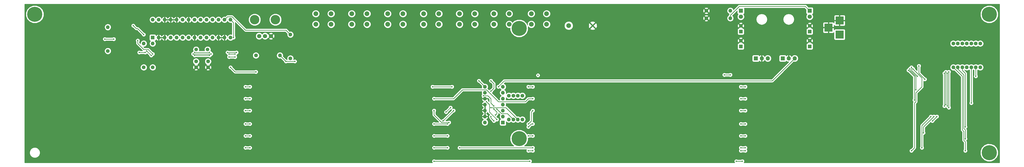
<source format=gbl>
G04 #@! TF.FileFunction,Copper,L2,Bot,Signal*
%FSLAX46Y46*%
G04 Gerber Fmt 4.6, Leading zero omitted, Abs format (unit mm)*
G04 Created by KiCad (PCBNEW 4.0.7) date 05/05/18 13:58:15*
%MOMM*%
%LPD*%
G01*
G04 APERTURE LIST*
%ADD10C,0.100000*%
%ADD11C,1.600000*%
%ADD12O,1.600000X1.600000*%
%ADD13C,1.500000*%
%ADD14R,1.600000X1.600000*%
%ADD15R,3.500000X3.500000*%
%ADD16R,1.800000X1.800000*%
%ADD17O,1.800000X1.800000*%
%ADD18C,1.800000*%
%ADD19C,6.400000*%
%ADD20C,0.800000*%
%ADD21C,2.000000*%
%ADD22C,4.000000*%
%ADD23R,2.000000X2.000000*%
%ADD24C,0.600000*%
%ADD25C,1.000000*%
%ADD26C,0.500000*%
%ADD27C,0.250000*%
%ADD28C,0.254000*%
G04 APERTURE END LIST*
D10*
D11*
X131445000Y-194310000D03*
D12*
X131445000Y-184150000D03*
D13*
X91440000Y-190500000D03*
X96320000Y-190500000D03*
D11*
X91440000Y-195580000D03*
X91440000Y-198080000D03*
X96520000Y-195580000D03*
X96520000Y-198080000D03*
D14*
X322580000Y-189230000D03*
D11*
X322580000Y-186730000D03*
D14*
X322580000Y-182880000D03*
D11*
X322580000Y-180380000D03*
D14*
X351790000Y-189230000D03*
D11*
X351790000Y-186730000D03*
D14*
X351790000Y-182880000D03*
D11*
X351790000Y-180380000D03*
D15*
X364490000Y-184150000D03*
X364490000Y-178150000D03*
X359790000Y-181150000D03*
D11*
X307975000Y-173990000D03*
D12*
X318135000Y-173990000D03*
D14*
X73025000Y-185420000D03*
D12*
X106045000Y-177800000D03*
X75565000Y-185420000D03*
X103505000Y-177800000D03*
X78105000Y-185420000D03*
X100965000Y-177800000D03*
X80645000Y-185420000D03*
X98425000Y-177800000D03*
X83185000Y-185420000D03*
X95885000Y-177800000D03*
X85725000Y-185420000D03*
X93345000Y-177800000D03*
X88265000Y-185420000D03*
X90805000Y-177800000D03*
X90805000Y-185420000D03*
X88265000Y-177800000D03*
X93345000Y-185420000D03*
X85725000Y-177800000D03*
X95885000Y-185420000D03*
X83185000Y-177800000D03*
X98425000Y-185420000D03*
X80645000Y-177800000D03*
X100965000Y-185420000D03*
X78105000Y-177800000D03*
X103505000Y-185420000D03*
X75565000Y-177800000D03*
X106045000Y-185420000D03*
X73025000Y-177800000D03*
D16*
X328930000Y-194310000D03*
D17*
X331470000Y-194310000D03*
X334010000Y-194310000D03*
D16*
X340360000Y-194310000D03*
D17*
X342900000Y-194310000D03*
X345440000Y-194310000D03*
D16*
X351790000Y-173990000D03*
D18*
X351790000Y-176530000D03*
D11*
X53975000Y-191135000D03*
D12*
X53975000Y-180975000D03*
D11*
X307975000Y-177165000D03*
D12*
X318135000Y-177165000D03*
D16*
X322580000Y-173990000D03*
D18*
X322580000Y-176530000D03*
D14*
X221615000Y-221615000D03*
D12*
X213995000Y-206375000D03*
X221615000Y-219075000D03*
X213995000Y-208915000D03*
X221615000Y-216535000D03*
X213995000Y-211455000D03*
X221615000Y-213995000D03*
X213995000Y-213995000D03*
X221615000Y-211455000D03*
X213995000Y-216535000D03*
X221615000Y-208915000D03*
X213995000Y-219075000D03*
X221615000Y-206375000D03*
X213995000Y-221615000D03*
D11*
X226060000Y-210185000D03*
D12*
X226060000Y-220345000D03*
D11*
X224155000Y-210185000D03*
D12*
X224155000Y-220345000D03*
D11*
X227965000Y-210185000D03*
D12*
X227965000Y-220345000D03*
D11*
X229870000Y-210185000D03*
D12*
X229870000Y-220345000D03*
D11*
X412750000Y-187960000D03*
D12*
X412750000Y-198120000D03*
D11*
X414655000Y-187960000D03*
D12*
X414655000Y-198120000D03*
D11*
X416560000Y-187960000D03*
D12*
X416560000Y-198120000D03*
D11*
X418465000Y-187960000D03*
D12*
X418465000Y-198120000D03*
D11*
X420370000Y-187960000D03*
D12*
X420370000Y-198120000D03*
D11*
X422275000Y-187960000D03*
D12*
X422275000Y-198120000D03*
D11*
X424180000Y-187960000D03*
D12*
X424180000Y-198120000D03*
D11*
X116840000Y-193040000D03*
D12*
X127000000Y-193040000D03*
D11*
X69215000Y-198120000D03*
D12*
X69215000Y-187960000D03*
D11*
X73025000Y-198120000D03*
D12*
X73025000Y-187960000D03*
D19*
X228500000Y-228500000D03*
D20*
X230900000Y-228500000D03*
X230197056Y-230197056D03*
X228500000Y-230900000D03*
X226802944Y-230197056D03*
X226100000Y-228500000D03*
X226802944Y-226802944D03*
X228500000Y-226100000D03*
X230197056Y-226802944D03*
D19*
X228500000Y-181500000D03*
D20*
X230900000Y-181500000D03*
X230197056Y-183197056D03*
X228500000Y-183900000D03*
X226802944Y-183197056D03*
X226100000Y-181500000D03*
X226802944Y-179802944D03*
X228500000Y-179100000D03*
X230197056Y-179802944D03*
D19*
X23000000Y-175500000D03*
D20*
X25400000Y-175500000D03*
X24697056Y-177197056D03*
X23000000Y-177900000D03*
X21302944Y-177197056D03*
X20600000Y-175500000D03*
X21302944Y-173802944D03*
X23000000Y-173100000D03*
X24697056Y-173802944D03*
D19*
X428000000Y-175500000D03*
D20*
X430400000Y-175500000D03*
X429697056Y-177197056D03*
X428000000Y-177900000D03*
X426302944Y-177197056D03*
X425600000Y-175500000D03*
X426302944Y-173802944D03*
X428000000Y-173100000D03*
X429697056Y-173802944D03*
D19*
X428000000Y-234500000D03*
D20*
X430400000Y-234500000D03*
X429697056Y-236197056D03*
X428000000Y-236900000D03*
X426302944Y-236197056D03*
X425600000Y-234500000D03*
X426302944Y-232802944D03*
X428000000Y-232100000D03*
X429697056Y-232802944D03*
D21*
X142240000Y-179760000D03*
X142240000Y-175260000D03*
X148740000Y-179760000D03*
X148740000Y-175260000D03*
X157480000Y-179760000D03*
X157480000Y-175260000D03*
X163980000Y-179760000D03*
X163980000Y-175260000D03*
X172720000Y-179760000D03*
X172720000Y-175260000D03*
X179220000Y-179760000D03*
X179220000Y-175260000D03*
X187960000Y-179760000D03*
X187960000Y-175260000D03*
X194460000Y-179760000D03*
X194460000Y-175260000D03*
X203200000Y-179760000D03*
X203200000Y-175260000D03*
X209700000Y-179760000D03*
X209700000Y-175260000D03*
X217805000Y-179760000D03*
X217805000Y-175260000D03*
X224305000Y-179760000D03*
X224305000Y-175260000D03*
X233680000Y-179760000D03*
X233680000Y-175260000D03*
X240180000Y-179760000D03*
X240180000Y-175260000D03*
D18*
X118190000Y-184785000D03*
X120690000Y-184785000D03*
X123190000Y-184785000D03*
D22*
X116290000Y-177785000D03*
X125090000Y-177785000D03*
D23*
X257155000Y-180340000D03*
D21*
X249555000Y-180340000D03*
D24*
X236500000Y-201500000D03*
D25*
X396875000Y-198120000D03*
X398145000Y-194945000D03*
X398145000Y-192405000D03*
X408940000Y-195580000D03*
X23945000Y-186055000D03*
X64770000Y-182880000D03*
D24*
X52705000Y-186055000D03*
X56515000Y-186055000D03*
X394970000Y-198120000D03*
X397510000Y-201930000D03*
X234315000Y-206375000D03*
X232410000Y-206375000D03*
X112395000Y-206375000D03*
X114300000Y-206375000D03*
X191770000Y-206375000D03*
X200025000Y-206375000D03*
X322580000Y-206375000D03*
X324485000Y-206375000D03*
X394335000Y-198755000D03*
X396875000Y-207645000D03*
X234315000Y-211455000D03*
X192405000Y-211455000D03*
X114300000Y-211455000D03*
X112395000Y-211455000D03*
X322580000Y-211455000D03*
X324485000Y-211455000D03*
X393700000Y-199390000D03*
X396240000Y-212090000D03*
X234315000Y-216535000D03*
X198755000Y-221615000D03*
X192405000Y-216535000D03*
X232410000Y-222250000D03*
X112395000Y-216535000D03*
X114300000Y-216535000D03*
X322580000Y-216535000D03*
X324485000Y-216535000D03*
X410845000Y-200025000D03*
X410845000Y-215265000D03*
X232410000Y-223520000D03*
X192405000Y-222250000D03*
X198120000Y-222250000D03*
X234315000Y-222250000D03*
X322580000Y-222250000D03*
X324485000Y-222250000D03*
X114300000Y-222250000D03*
X112395000Y-222250000D03*
X232410000Y-227330000D03*
X234315000Y-227330000D03*
X198120000Y-227330000D03*
X192405000Y-227330000D03*
X405765000Y-219075000D03*
X403860000Y-220980000D03*
X410210000Y-200660000D03*
X410210000Y-214630000D03*
X112395000Y-227330000D03*
X114300000Y-227330000D03*
X322580000Y-227330000D03*
X324485000Y-227330000D03*
X400050000Y-226060000D03*
X404495000Y-219075000D03*
X409575000Y-213995000D03*
X409575000Y-200025000D03*
X112395000Y-232410000D03*
X114300000Y-232410000D03*
X192405000Y-232410000D03*
X198120000Y-232410000D03*
X203200000Y-232410000D03*
X234315000Y-232410000D03*
X322580000Y-232410000D03*
X324485000Y-232410000D03*
X399415000Y-232410000D03*
X403225000Y-219075000D03*
X408940000Y-200660000D03*
X408940000Y-214630000D03*
X192405000Y-238125000D03*
X233045000Y-238125000D03*
X320675000Y-238125000D03*
X323215000Y-238125000D03*
X216535000Y-203835000D03*
X216535000Y-208280000D03*
X217805000Y-215900000D03*
X218440000Y-218440000D03*
X216535000Y-219075000D03*
X217805000Y-220980000D03*
X219710000Y-206375000D03*
X417830000Y-233680000D03*
X234315000Y-233680000D03*
X232410000Y-233680000D03*
X324485000Y-233680000D03*
X322580000Y-233680000D03*
X394970000Y-233680000D03*
X395605000Y-198755000D03*
X197485000Y-217170000D03*
X199390000Y-215265000D03*
X196215000Y-220980000D03*
X200660000Y-216535000D03*
X211455000Y-203835000D03*
X107315000Y-185420000D03*
X116840000Y-200025000D03*
X106045000Y-198120000D03*
X108585000Y-191770000D03*
X104775000Y-191770000D03*
X97155000Y-191770000D03*
X90805000Y-191770000D03*
X69850000Y-191770000D03*
X67310000Y-191770000D03*
X417830000Y-228600000D03*
X216535000Y-215265000D03*
X214630000Y-212725000D03*
X219075000Y-220345000D03*
X219075000Y-215900000D03*
X217805000Y-214630000D03*
X213360000Y-210185000D03*
X400685000Y-203200000D03*
X398145000Y-197485000D03*
X417830000Y-223520000D03*
X420370000Y-213360000D03*
X422275000Y-201930000D03*
X70485000Y-191135000D03*
X64770000Y-180340000D03*
X69215000Y-184150000D03*
X315595000Y-201295000D03*
X107950000Y-193675000D03*
X105410000Y-193675000D03*
X97155000Y-193040000D03*
X90805000Y-193040000D03*
X72390000Y-193040000D03*
X318135000Y-201295000D03*
X73025000Y-192405000D03*
X90170000Y-192405000D03*
X97790000Y-192405000D03*
X105410000Y-192405000D03*
X107950000Y-192405000D03*
X129540000Y-195580000D03*
X133350000Y-195580000D03*
X66675000Y-186690000D03*
D26*
X23945000Y-186055000D02*
X24000000Y-186000000D01*
D27*
X56515000Y-186055000D02*
X52705000Y-186055000D01*
X394970000Y-199390000D02*
X397510000Y-201930000D01*
X394970000Y-199390000D02*
X394970000Y-198120000D01*
X232410000Y-206375000D02*
X234315000Y-206375000D01*
X112395000Y-206375000D02*
X114300000Y-206375000D01*
X191770000Y-206375000D02*
X200025000Y-206375000D01*
X322580000Y-206375000D02*
X324485000Y-206375000D01*
X394335000Y-198755000D02*
X394335000Y-199390000D01*
X396875000Y-201930000D02*
X394335000Y-199390000D01*
X396875000Y-203200000D02*
X396875000Y-207645000D01*
X396875000Y-203200000D02*
X396875000Y-201930000D01*
X192405000Y-211455000D02*
X200660000Y-211455000D01*
X231140000Y-212725000D02*
X232410000Y-211455000D01*
X232410000Y-211455000D02*
X234315000Y-211455000D01*
X217170000Y-210185000D02*
X219710000Y-212725000D01*
X219710000Y-212725000D02*
X231140000Y-212725000D01*
X214630000Y-207645000D02*
X217170000Y-210185000D01*
X204470000Y-207645000D02*
X214630000Y-207645000D01*
X200660000Y-211455000D02*
X204470000Y-207645000D01*
X112395000Y-211455000D02*
X114300000Y-211455000D01*
X322580000Y-211455000D02*
X324485000Y-211455000D01*
X396240000Y-201930000D02*
X393700000Y-199390000D01*
X396240000Y-203200000D02*
X396240000Y-212090000D01*
X396240000Y-202565000D02*
X396240000Y-203200000D01*
X396240000Y-202565000D02*
X396240000Y-201930000D01*
X192405000Y-218440000D02*
X195580000Y-221615000D01*
X195580000Y-221615000D02*
X198755000Y-221615000D01*
X192405000Y-218440000D02*
X192405000Y-216535000D01*
X233680000Y-217170000D02*
X234315000Y-216535000D01*
X233680000Y-220980000D02*
X233680000Y-217170000D01*
X232410000Y-222250000D02*
X233680000Y-220980000D01*
X112395000Y-216535000D02*
X114300000Y-216535000D01*
X322580000Y-216535000D02*
X324485000Y-216535000D01*
X410845000Y-200025000D02*
X410845000Y-215265000D01*
X233680000Y-222250000D02*
X234315000Y-222250000D01*
X232410000Y-223520000D02*
X233680000Y-222250000D01*
X192405000Y-222250000D02*
X198120000Y-222250000D01*
X322580000Y-222250000D02*
X324485000Y-222250000D01*
X112395000Y-222250000D02*
X114300000Y-222250000D01*
X232410000Y-227330000D02*
X234315000Y-227330000D01*
X198120000Y-227330000D02*
X192405000Y-227330000D01*
X405765000Y-219075000D02*
X403860000Y-220980000D01*
X410210000Y-214630000D02*
X410210000Y-200660000D01*
X112395000Y-227330000D02*
X114300000Y-227330000D01*
X322580000Y-227330000D02*
X324485000Y-227330000D01*
X400050000Y-223520000D02*
X400050000Y-226060000D01*
X404495000Y-219075000D02*
X400050000Y-223520000D01*
X409575000Y-200025000D02*
X409575000Y-213995000D01*
X112395000Y-232410000D02*
X114300000Y-232410000D01*
X192405000Y-232410000D02*
X198120000Y-232410000D01*
X203200000Y-232410000D02*
X234315000Y-232410000D01*
X322580000Y-232410000D02*
X324485000Y-232410000D01*
X399415000Y-222885000D02*
X399415000Y-232410000D01*
X403225000Y-219075000D02*
X399415000Y-222885000D01*
X408940000Y-214630000D02*
X408940000Y-200660000D01*
X192405000Y-238125000D02*
X233045000Y-238125000D01*
X320675000Y-238125000D02*
X323215000Y-238125000D01*
X328295000Y-172085000D02*
X321945000Y-172085000D01*
X351790000Y-173990000D02*
X349885000Y-172085000D01*
X328295000Y-172085000D02*
X349885000Y-172085000D01*
X318135000Y-175895000D02*
X318135000Y-177165000D01*
X321945000Y-172085000D02*
X318135000Y-175895000D01*
X217805000Y-205105000D02*
X216535000Y-203835000D01*
X217805000Y-207010000D02*
X217805000Y-205105000D01*
X216535000Y-208280000D02*
X217805000Y-207010000D01*
X219075000Y-217170000D02*
X217805000Y-215900000D01*
X219075000Y-217805000D02*
X219075000Y-217170000D01*
X218440000Y-218440000D02*
X219075000Y-217805000D01*
X216535000Y-219710000D02*
X216535000Y-219075000D01*
X217805000Y-220980000D02*
X216535000Y-219710000D01*
X221615000Y-204470000D02*
X219710000Y-206375000D01*
X335915000Y-203835000D02*
X222250000Y-203835000D01*
X222250000Y-203835000D02*
X221615000Y-204470000D01*
X335915000Y-203835000D02*
X345440000Y-194310000D01*
X345440000Y-194310000D02*
X345440000Y-193675000D01*
X412750000Y-198120000D02*
X416560000Y-201930000D01*
X417830000Y-229870000D02*
X417830000Y-233680000D01*
X417195000Y-229235000D02*
X417830000Y-229870000D01*
X417195000Y-225425000D02*
X417195000Y-229235000D01*
X416560000Y-224790000D02*
X417195000Y-225425000D01*
X416560000Y-201930000D02*
X416560000Y-224790000D01*
X131445000Y-184150000D02*
X129540000Y-182245000D01*
X104775000Y-176530000D02*
X103505000Y-177800000D01*
X106680000Y-176530000D02*
X104775000Y-176530000D01*
X112395000Y-182245000D02*
X106680000Y-176530000D01*
X129540000Y-182245000D02*
X112395000Y-182245000D01*
X397510000Y-208280000D02*
X399415000Y-206375000D01*
X232410000Y-233680000D02*
X234315000Y-233680000D01*
X322580000Y-233680000D02*
X324485000Y-233680000D01*
X394970000Y-233680000D02*
X396240000Y-232410000D01*
X396240000Y-232410000D02*
X396240000Y-213360000D01*
X396240000Y-213360000D02*
X396875000Y-212725000D01*
X396875000Y-212725000D02*
X396875000Y-208915000D01*
X396875000Y-208915000D02*
X397510000Y-208280000D01*
X399415000Y-202565000D02*
X395605000Y-198755000D01*
X399415000Y-206375000D02*
X399415000Y-202565000D01*
X199390000Y-215265000D02*
X197485000Y-217170000D01*
X200660000Y-216535000D02*
X196215000Y-220980000D01*
X106045000Y-177800000D02*
X107315000Y-179070000D01*
X211455000Y-203835000D02*
X213995000Y-206375000D01*
X107315000Y-179070000D02*
X107315000Y-185420000D01*
X112395000Y-200025000D02*
X107950000Y-200025000D01*
X116840000Y-200025000D02*
X112395000Y-200025000D01*
X107950000Y-200025000D02*
X106045000Y-198120000D01*
X108585000Y-191770000D02*
X104775000Y-191770000D01*
X97155000Y-191770000D02*
X90805000Y-191770000D01*
X69850000Y-191770000D02*
X67310000Y-191770000D01*
X414655000Y-198120000D02*
X414655000Y-198755000D01*
X414655000Y-198755000D02*
X417195000Y-201295000D01*
X417195000Y-201295000D02*
X417195000Y-224155000D01*
X417195000Y-224155000D02*
X417830000Y-224790000D01*
X417830000Y-224790000D02*
X417830000Y-228600000D01*
X218440000Y-215265000D02*
X222885000Y-215265000D01*
X218440000Y-215265000D02*
X216535000Y-215265000D01*
X225425000Y-217805000D02*
X227965000Y-220345000D01*
X222885000Y-215265000D02*
X225425000Y-217805000D01*
X215900000Y-213995000D02*
X214630000Y-212725000D01*
X215900000Y-217170000D02*
X215900000Y-213995000D01*
X219075000Y-220345000D02*
X215900000Y-217170000D01*
X215265000Y-210185000D02*
X213360000Y-210185000D01*
X223520000Y-217805000D02*
X220980000Y-217805000D01*
X220980000Y-217805000D02*
X219075000Y-215900000D01*
X217805000Y-214630000D02*
X216535000Y-213360000D01*
X216535000Y-213360000D02*
X216535000Y-211455000D01*
X216535000Y-211455000D02*
X215265000Y-210185000D01*
X226060000Y-220345000D02*
X223520000Y-217805000D01*
X398145000Y-198120000D02*
X398145000Y-197485000D01*
X398145000Y-198120000D02*
X398145000Y-200660000D01*
X398145000Y-200660000D02*
X400685000Y-203200000D01*
X416560000Y-198120000D02*
X416560000Y-199390000D01*
X417830000Y-200660000D02*
X417830000Y-223520000D01*
X416560000Y-199390000D02*
X417830000Y-200660000D01*
X420370000Y-198120000D02*
X420370000Y-213360000D01*
X422275000Y-198120000D02*
X422275000Y-201930000D01*
X66040000Y-181610000D02*
X66675000Y-181610000D01*
X64770000Y-180340000D02*
X66040000Y-181610000D01*
X66675000Y-181610000D02*
X69215000Y-184150000D01*
X318135000Y-201295000D02*
X315595000Y-201295000D01*
X107950000Y-193675000D02*
X105410000Y-193675000D01*
X97155000Y-193040000D02*
X90805000Y-193040000D01*
X72390000Y-193040000D02*
X70485000Y-191135000D01*
X129540000Y-195580000D02*
X127000000Y-193040000D01*
X73025000Y-192405000D02*
X71120000Y-190500000D01*
X97790000Y-192405000D02*
X90170000Y-192405000D01*
X107950000Y-192405000D02*
X105410000Y-192405000D01*
X133350000Y-195580000D02*
X129540000Y-195580000D01*
X69215000Y-190500000D02*
X71120000Y-190500000D01*
X66675000Y-187960000D02*
X69215000Y-190500000D01*
X66675000Y-186690000D02*
X66675000Y-187960000D01*
D28*
G36*
X432290000Y-238790000D02*
X323872284Y-238790000D01*
X324007192Y-238655327D01*
X324149838Y-238311799D01*
X324150162Y-237939833D01*
X324008117Y-237596057D01*
X323745327Y-237332808D01*
X323401799Y-237190162D01*
X323029833Y-237189838D01*
X322686057Y-237331883D01*
X322652882Y-237365000D01*
X321237463Y-237365000D01*
X321205327Y-237332808D01*
X320861799Y-237190162D01*
X320489833Y-237189838D01*
X320146057Y-237331883D01*
X319882808Y-237594673D01*
X319740162Y-237938201D01*
X319739838Y-238310167D01*
X319881883Y-238653943D01*
X320017703Y-238790000D01*
X233702284Y-238790000D01*
X233837192Y-238655327D01*
X233979838Y-238311799D01*
X233980162Y-237939833D01*
X233838117Y-237596057D01*
X233575327Y-237332808D01*
X233231799Y-237190162D01*
X232859833Y-237189838D01*
X232516057Y-237331883D01*
X232482882Y-237365000D01*
X192967463Y-237365000D01*
X192935327Y-237332808D01*
X192591799Y-237190162D01*
X192219833Y-237189838D01*
X191876057Y-237331883D01*
X191612808Y-237594673D01*
X191470162Y-237938201D01*
X191469838Y-238310167D01*
X191611883Y-238653943D01*
X191747703Y-238790000D01*
X18710000Y-238790000D01*
X18710000Y-234942619D01*
X20764613Y-234942619D01*
X21104155Y-235764372D01*
X21732321Y-236393636D01*
X22553481Y-236734611D01*
X23442619Y-236735387D01*
X24264372Y-236395845D01*
X24893636Y-235767679D01*
X25104657Y-235259482D01*
X424164336Y-235259482D01*
X424746950Y-236669515D01*
X425824811Y-237749259D01*
X427233825Y-238334333D01*
X428759482Y-238335664D01*
X430169515Y-237753050D01*
X431249259Y-236675189D01*
X431834333Y-235266175D01*
X431835664Y-233740518D01*
X431253050Y-232330485D01*
X430175189Y-231250741D01*
X428766175Y-230665667D01*
X427240518Y-230664336D01*
X425830485Y-231246950D01*
X424750741Y-232324811D01*
X424165667Y-233733825D01*
X424164336Y-235259482D01*
X25104657Y-235259482D01*
X25234611Y-234946519D01*
X25235387Y-234057381D01*
X24895845Y-233235628D01*
X24267679Y-232606364D01*
X24240714Y-232595167D01*
X111459838Y-232595167D01*
X111601883Y-232938943D01*
X111864673Y-233202192D01*
X112208201Y-233344838D01*
X112580167Y-233345162D01*
X112923943Y-233203117D01*
X112957118Y-233170000D01*
X113737537Y-233170000D01*
X113769673Y-233202192D01*
X114113201Y-233344838D01*
X114485167Y-233345162D01*
X114828943Y-233203117D01*
X115092192Y-232940327D01*
X115234838Y-232596799D01*
X115234839Y-232595167D01*
X191469838Y-232595167D01*
X191611883Y-232938943D01*
X191874673Y-233202192D01*
X192218201Y-233344838D01*
X192590167Y-233345162D01*
X192933943Y-233203117D01*
X192967118Y-233170000D01*
X197557537Y-233170000D01*
X197589673Y-233202192D01*
X197933201Y-233344838D01*
X198305167Y-233345162D01*
X198648943Y-233203117D01*
X198912192Y-232940327D01*
X199054838Y-232596799D01*
X199054839Y-232595167D01*
X202264838Y-232595167D01*
X202406883Y-232938943D01*
X202669673Y-233202192D01*
X203013201Y-233344838D01*
X203385167Y-233345162D01*
X203728943Y-233203117D01*
X203762118Y-233170000D01*
X231609367Y-233170000D01*
X231475162Y-233493201D01*
X231474838Y-233865167D01*
X231616883Y-234208943D01*
X231879673Y-234472192D01*
X232223201Y-234614838D01*
X232595167Y-234615162D01*
X232938943Y-234473117D01*
X232972118Y-234440000D01*
X233752537Y-234440000D01*
X233784673Y-234472192D01*
X234128201Y-234614838D01*
X234500167Y-234615162D01*
X234843943Y-234473117D01*
X235107192Y-234210327D01*
X235249838Y-233866799D01*
X235250162Y-233494833D01*
X235108117Y-233151057D01*
X235002290Y-233045046D01*
X235107192Y-232940327D01*
X235249838Y-232596799D01*
X235249839Y-232595167D01*
X321644838Y-232595167D01*
X321786883Y-232938943D01*
X321892710Y-233044954D01*
X321787808Y-233149673D01*
X321645162Y-233493201D01*
X321644838Y-233865167D01*
X321786883Y-234208943D01*
X322049673Y-234472192D01*
X322393201Y-234614838D01*
X322765167Y-234615162D01*
X323108943Y-234473117D01*
X323142118Y-234440000D01*
X323922537Y-234440000D01*
X323954673Y-234472192D01*
X324298201Y-234614838D01*
X324670167Y-234615162D01*
X325013943Y-234473117D01*
X325277192Y-234210327D01*
X325419838Y-233866799D01*
X325420162Y-233494833D01*
X325278117Y-233151057D01*
X325172290Y-233045046D01*
X325277192Y-232940327D01*
X325419838Y-232596799D01*
X325420162Y-232224833D01*
X325278117Y-231881057D01*
X325015327Y-231617808D01*
X324671799Y-231475162D01*
X324299833Y-231474838D01*
X323956057Y-231616883D01*
X323922882Y-231650000D01*
X323142463Y-231650000D01*
X323110327Y-231617808D01*
X322766799Y-231475162D01*
X322394833Y-231474838D01*
X322051057Y-231616883D01*
X321787808Y-231879673D01*
X321645162Y-232223201D01*
X321644838Y-232595167D01*
X235249839Y-232595167D01*
X235250162Y-232224833D01*
X235108117Y-231881057D01*
X234845327Y-231617808D01*
X234501799Y-231475162D01*
X234129833Y-231474838D01*
X233786057Y-231616883D01*
X233752882Y-231650000D01*
X230772745Y-231650000D01*
X231749259Y-230675189D01*
X232334333Y-229266175D01*
X232335206Y-228264936D01*
X232595167Y-228265162D01*
X232938943Y-228123117D01*
X232972118Y-228090000D01*
X233752537Y-228090000D01*
X233784673Y-228122192D01*
X234128201Y-228264838D01*
X234500167Y-228265162D01*
X234843943Y-228123117D01*
X235107192Y-227860327D01*
X235249838Y-227516799D01*
X235249839Y-227515167D01*
X321644838Y-227515167D01*
X321786883Y-227858943D01*
X322049673Y-228122192D01*
X322393201Y-228264838D01*
X322765167Y-228265162D01*
X323108943Y-228123117D01*
X323142118Y-228090000D01*
X323922537Y-228090000D01*
X323954673Y-228122192D01*
X324298201Y-228264838D01*
X324670167Y-228265162D01*
X325013943Y-228123117D01*
X325277192Y-227860327D01*
X325419838Y-227516799D01*
X325420162Y-227144833D01*
X325278117Y-226801057D01*
X325015327Y-226537808D01*
X324671799Y-226395162D01*
X324299833Y-226394838D01*
X323956057Y-226536883D01*
X323922882Y-226570000D01*
X323142463Y-226570000D01*
X323110327Y-226537808D01*
X322766799Y-226395162D01*
X322394833Y-226394838D01*
X322051057Y-226536883D01*
X321787808Y-226799673D01*
X321645162Y-227143201D01*
X321644838Y-227515167D01*
X235249839Y-227515167D01*
X235250162Y-227144833D01*
X235108117Y-226801057D01*
X234845327Y-226537808D01*
X234501799Y-226395162D01*
X234129833Y-226394838D01*
X233786057Y-226536883D01*
X233752882Y-226570000D01*
X232972463Y-226570000D01*
X232940327Y-226537808D01*
X232596799Y-226395162D01*
X232224833Y-226394838D01*
X231881057Y-226536883D01*
X231850809Y-226567079D01*
X231753050Y-226330485D01*
X230675189Y-225250741D01*
X229266175Y-224665667D01*
X227740518Y-224664336D01*
X226330485Y-225246950D01*
X225250741Y-226324811D01*
X224665667Y-227733825D01*
X224664336Y-229259482D01*
X225246950Y-230669515D01*
X226225725Y-231650000D01*
X203762463Y-231650000D01*
X203730327Y-231617808D01*
X203386799Y-231475162D01*
X203014833Y-231474838D01*
X202671057Y-231616883D01*
X202407808Y-231879673D01*
X202265162Y-232223201D01*
X202264838Y-232595167D01*
X199054839Y-232595167D01*
X199055162Y-232224833D01*
X198913117Y-231881057D01*
X198650327Y-231617808D01*
X198306799Y-231475162D01*
X197934833Y-231474838D01*
X197591057Y-231616883D01*
X197557882Y-231650000D01*
X192967463Y-231650000D01*
X192935327Y-231617808D01*
X192591799Y-231475162D01*
X192219833Y-231474838D01*
X191876057Y-231616883D01*
X191612808Y-231879673D01*
X191470162Y-232223201D01*
X191469838Y-232595167D01*
X115234839Y-232595167D01*
X115235162Y-232224833D01*
X115093117Y-231881057D01*
X114830327Y-231617808D01*
X114486799Y-231475162D01*
X114114833Y-231474838D01*
X113771057Y-231616883D01*
X113737882Y-231650000D01*
X112957463Y-231650000D01*
X112925327Y-231617808D01*
X112581799Y-231475162D01*
X112209833Y-231474838D01*
X111866057Y-231616883D01*
X111602808Y-231879673D01*
X111460162Y-232223201D01*
X111459838Y-232595167D01*
X24240714Y-232595167D01*
X23446519Y-232265389D01*
X22557381Y-232264613D01*
X21735628Y-232604155D01*
X21106364Y-233232321D01*
X20765389Y-234053481D01*
X20764613Y-234942619D01*
X18710000Y-234942619D01*
X18710000Y-227515167D01*
X111459838Y-227515167D01*
X111601883Y-227858943D01*
X111864673Y-228122192D01*
X112208201Y-228264838D01*
X112580167Y-228265162D01*
X112923943Y-228123117D01*
X112957118Y-228090000D01*
X113737537Y-228090000D01*
X113769673Y-228122192D01*
X114113201Y-228264838D01*
X114485167Y-228265162D01*
X114828943Y-228123117D01*
X115092192Y-227860327D01*
X115234838Y-227516799D01*
X115234839Y-227515167D01*
X191469838Y-227515167D01*
X191611883Y-227858943D01*
X191874673Y-228122192D01*
X192218201Y-228264838D01*
X192590167Y-228265162D01*
X192933943Y-228123117D01*
X192967118Y-228090000D01*
X197557537Y-228090000D01*
X197589673Y-228122192D01*
X197933201Y-228264838D01*
X198305167Y-228265162D01*
X198648943Y-228123117D01*
X198912192Y-227860327D01*
X199054838Y-227516799D01*
X199055162Y-227144833D01*
X198913117Y-226801057D01*
X198650327Y-226537808D01*
X198306799Y-226395162D01*
X197934833Y-226394838D01*
X197591057Y-226536883D01*
X197557882Y-226570000D01*
X192967463Y-226570000D01*
X192935327Y-226537808D01*
X192591799Y-226395162D01*
X192219833Y-226394838D01*
X191876057Y-226536883D01*
X191612808Y-226799673D01*
X191470162Y-227143201D01*
X191469838Y-227515167D01*
X115234839Y-227515167D01*
X115235162Y-227144833D01*
X115093117Y-226801057D01*
X114830327Y-226537808D01*
X114486799Y-226395162D01*
X114114833Y-226394838D01*
X113771057Y-226536883D01*
X113737882Y-226570000D01*
X112957463Y-226570000D01*
X112925327Y-226537808D01*
X112581799Y-226395162D01*
X112209833Y-226394838D01*
X111866057Y-226536883D01*
X111602808Y-226799673D01*
X111460162Y-227143201D01*
X111459838Y-227515167D01*
X18710000Y-227515167D01*
X18710000Y-222435167D01*
X111459838Y-222435167D01*
X111601883Y-222778943D01*
X111864673Y-223042192D01*
X112208201Y-223184838D01*
X112580167Y-223185162D01*
X112923943Y-223043117D01*
X112957118Y-223010000D01*
X113737537Y-223010000D01*
X113769673Y-223042192D01*
X114113201Y-223184838D01*
X114485167Y-223185162D01*
X114828943Y-223043117D01*
X115092192Y-222780327D01*
X115234838Y-222436799D01*
X115235162Y-222064833D01*
X115093117Y-221721057D01*
X114830327Y-221457808D01*
X114486799Y-221315162D01*
X114114833Y-221314838D01*
X113771057Y-221456883D01*
X113737882Y-221490000D01*
X112957463Y-221490000D01*
X112925327Y-221457808D01*
X112581799Y-221315162D01*
X112209833Y-221314838D01*
X111866057Y-221456883D01*
X111602808Y-221719673D01*
X111460162Y-222063201D01*
X111459838Y-222435167D01*
X18710000Y-222435167D01*
X18710000Y-216720167D01*
X111459838Y-216720167D01*
X111601883Y-217063943D01*
X111864673Y-217327192D01*
X112208201Y-217469838D01*
X112580167Y-217470162D01*
X112923943Y-217328117D01*
X112957118Y-217295000D01*
X113737537Y-217295000D01*
X113769673Y-217327192D01*
X114113201Y-217469838D01*
X114485167Y-217470162D01*
X114828943Y-217328117D01*
X115092192Y-217065327D01*
X115234838Y-216721799D01*
X115234839Y-216720167D01*
X191469838Y-216720167D01*
X191611883Y-217063943D01*
X191645000Y-217097118D01*
X191645000Y-218440000D01*
X191702852Y-218730839D01*
X191867599Y-218977401D01*
X194380198Y-221490000D01*
X192967463Y-221490000D01*
X192935327Y-221457808D01*
X192591799Y-221315162D01*
X192219833Y-221314838D01*
X191876057Y-221456883D01*
X191612808Y-221719673D01*
X191470162Y-222063201D01*
X191469838Y-222435167D01*
X191611883Y-222778943D01*
X191874673Y-223042192D01*
X192218201Y-223184838D01*
X192590167Y-223185162D01*
X192933943Y-223043117D01*
X192967118Y-223010000D01*
X197557537Y-223010000D01*
X197589673Y-223042192D01*
X197933201Y-223184838D01*
X198305167Y-223185162D01*
X198648943Y-223043117D01*
X198912192Y-222780327D01*
X199021765Y-222516446D01*
X199283943Y-222408117D01*
X199547192Y-222145327D01*
X199689838Y-221801799D01*
X199690000Y-221615000D01*
X212531887Y-221615000D01*
X212641120Y-222164151D01*
X212952189Y-222629698D01*
X213417736Y-222940767D01*
X213966887Y-223050000D01*
X214023113Y-223050000D01*
X214572264Y-222940767D01*
X215037811Y-222629698D01*
X215348880Y-222164151D01*
X215458113Y-221615000D01*
X215348880Y-221065849D01*
X215037811Y-220600302D01*
X214633297Y-220330014D01*
X214850134Y-220227389D01*
X215226041Y-219812423D01*
X215386904Y-219424039D01*
X215264915Y-219202000D01*
X214122000Y-219202000D01*
X214122000Y-219222000D01*
X213868000Y-219222000D01*
X213868000Y-219202000D01*
X212725085Y-219202000D01*
X212603096Y-219424039D01*
X212763959Y-219812423D01*
X213139866Y-220227389D01*
X213356703Y-220330014D01*
X212952189Y-220600302D01*
X212641120Y-221065849D01*
X212531887Y-221615000D01*
X199690000Y-221615000D01*
X199690162Y-221429833D01*
X199548117Y-221086057D01*
X199285327Y-220822808D01*
X198941799Y-220680162D01*
X198569833Y-220679838D01*
X198226057Y-220821883D01*
X198192882Y-220855000D01*
X197414802Y-220855000D01*
X200799680Y-217470122D01*
X200845167Y-217470162D01*
X201188943Y-217328117D01*
X201452192Y-217065327D01*
X201527469Y-216884039D01*
X212603096Y-216884039D01*
X212763959Y-217272423D01*
X213139866Y-217687389D01*
X213388367Y-217805000D01*
X213139866Y-217922611D01*
X212763959Y-218337577D01*
X212603096Y-218725961D01*
X212725085Y-218948000D01*
X213868000Y-218948000D01*
X213868000Y-216662000D01*
X212725085Y-216662000D01*
X212603096Y-216884039D01*
X201527469Y-216884039D01*
X201594838Y-216721799D01*
X201595162Y-216349833D01*
X201453117Y-216006057D01*
X201190327Y-215742808D01*
X200846799Y-215600162D01*
X200474833Y-215599838D01*
X200219570Y-215705310D01*
X200324838Y-215451799D01*
X200325162Y-215079833D01*
X200183117Y-214736057D01*
X199920327Y-214472808D01*
X199610219Y-214344039D01*
X212603096Y-214344039D01*
X212763959Y-214732423D01*
X213139866Y-215147389D01*
X213388367Y-215265000D01*
X213139866Y-215382611D01*
X212763959Y-215797577D01*
X212603096Y-216185961D01*
X212725085Y-216408000D01*
X213868000Y-216408000D01*
X213868000Y-214122000D01*
X212725085Y-214122000D01*
X212603096Y-214344039D01*
X199610219Y-214344039D01*
X199576799Y-214330162D01*
X199204833Y-214329838D01*
X198861057Y-214471883D01*
X198597808Y-214734673D01*
X198455162Y-215078201D01*
X198455121Y-215125077D01*
X197345320Y-216234878D01*
X197299833Y-216234838D01*
X196956057Y-216376883D01*
X196692808Y-216639673D01*
X196550162Y-216983201D01*
X196549838Y-217355167D01*
X196691883Y-217698943D01*
X196954673Y-217962192D01*
X197298201Y-218104838D01*
X197670167Y-218105162D01*
X198013943Y-217963117D01*
X198277192Y-217700327D01*
X198419838Y-217356799D01*
X198419879Y-217309923D01*
X199529680Y-216200122D01*
X199575167Y-216200162D01*
X199830430Y-216094690D01*
X199725162Y-216348201D01*
X199725121Y-216395077D01*
X196075320Y-220044878D01*
X196029833Y-220044838D01*
X195686057Y-220186883D01*
X195456171Y-220416369D01*
X193165000Y-218125198D01*
X193165000Y-217097463D01*
X193197192Y-217065327D01*
X193339838Y-216721799D01*
X193340162Y-216349833D01*
X193198117Y-216006057D01*
X192935327Y-215742808D01*
X192591799Y-215600162D01*
X192219833Y-215599838D01*
X191876057Y-215741883D01*
X191612808Y-216004673D01*
X191470162Y-216348201D01*
X191469838Y-216720167D01*
X115234839Y-216720167D01*
X115235162Y-216349833D01*
X115093117Y-216006057D01*
X114830327Y-215742808D01*
X114486799Y-215600162D01*
X114114833Y-215599838D01*
X113771057Y-215741883D01*
X113737882Y-215775000D01*
X112957463Y-215775000D01*
X112925327Y-215742808D01*
X112581799Y-215600162D01*
X112209833Y-215599838D01*
X111866057Y-215741883D01*
X111602808Y-216004673D01*
X111460162Y-216348201D01*
X111459838Y-216720167D01*
X18710000Y-216720167D01*
X18710000Y-211640167D01*
X111459838Y-211640167D01*
X111601883Y-211983943D01*
X111864673Y-212247192D01*
X112208201Y-212389838D01*
X112580167Y-212390162D01*
X112923943Y-212248117D01*
X112957118Y-212215000D01*
X113737537Y-212215000D01*
X113769673Y-212247192D01*
X114113201Y-212389838D01*
X114485167Y-212390162D01*
X114828943Y-212248117D01*
X115092192Y-211985327D01*
X115234838Y-211641799D01*
X115234839Y-211640167D01*
X191469838Y-211640167D01*
X191611883Y-211983943D01*
X191874673Y-212247192D01*
X192218201Y-212389838D01*
X192590167Y-212390162D01*
X192933943Y-212248117D01*
X192967118Y-212215000D01*
X200660000Y-212215000D01*
X200950839Y-212157148D01*
X201197401Y-211992401D01*
X204784802Y-208405000D01*
X212633332Y-208405000D01*
X212531887Y-208915000D01*
X212641120Y-209464151D01*
X212688152Y-209534539D01*
X212567808Y-209654673D01*
X212425162Y-209998201D01*
X212424838Y-210370167D01*
X212566883Y-210713943D01*
X212707232Y-210854537D01*
X212603096Y-211105961D01*
X212725085Y-211328000D01*
X213868000Y-211328000D01*
X213868000Y-211308000D01*
X214122000Y-211308000D01*
X214122000Y-211328000D01*
X215264915Y-211328000D01*
X215289127Y-211283929D01*
X215775000Y-211769802D01*
X215775000Y-212795198D01*
X215565122Y-212585320D01*
X215565162Y-212539833D01*
X215423117Y-212196057D01*
X215282768Y-212055463D01*
X215386904Y-211804039D01*
X215264915Y-211582000D01*
X214122000Y-211582000D01*
X214122000Y-211602000D01*
X213868000Y-211602000D01*
X213868000Y-211582000D01*
X212725085Y-211582000D01*
X212603096Y-211804039D01*
X212763959Y-212192423D01*
X213139866Y-212607389D01*
X213388367Y-212725000D01*
X213139866Y-212842611D01*
X212763959Y-213257577D01*
X212603096Y-213645961D01*
X212725085Y-213868000D01*
X213868000Y-213868000D01*
X213868000Y-213848000D01*
X214122000Y-213848000D01*
X214122000Y-213868000D01*
X214142000Y-213868000D01*
X214142000Y-214122000D01*
X214122000Y-214122000D01*
X214122000Y-216408000D01*
X214142000Y-216408000D01*
X214142000Y-216662000D01*
X214122000Y-216662000D01*
X214122000Y-218948000D01*
X215264915Y-218948000D01*
X215386904Y-218725961D01*
X215226041Y-218337577D01*
X214850134Y-217922611D01*
X214601633Y-217805000D01*
X214850134Y-217687389D01*
X215172197Y-217331862D01*
X215197852Y-217460839D01*
X215362599Y-217707401D01*
X215971539Y-218316341D01*
X215742808Y-218544673D01*
X215600162Y-218888201D01*
X215599838Y-219260167D01*
X215741883Y-219603943D01*
X215775000Y-219637118D01*
X215775000Y-219710000D01*
X215832852Y-220000839D01*
X215997599Y-220247401D01*
X216869878Y-221119680D01*
X216869838Y-221165167D01*
X217011883Y-221508943D01*
X217274673Y-221772192D01*
X217618201Y-221914838D01*
X217990167Y-221915162D01*
X218333943Y-221773117D01*
X218597192Y-221510327D01*
X218721622Y-221210668D01*
X218888201Y-221279838D01*
X219260167Y-221280162D01*
X219603943Y-221138117D01*
X219867192Y-220875327D01*
X220009838Y-220531799D01*
X220010162Y-220159833D01*
X219868117Y-219816057D01*
X219605327Y-219552808D01*
X219261799Y-219410162D01*
X219214923Y-219410121D01*
X219003461Y-219198659D01*
X219232192Y-218970327D01*
X219374838Y-218626799D01*
X219374879Y-218579923D01*
X219612401Y-218342401D01*
X219777148Y-218095839D01*
X219835000Y-217805000D01*
X219835000Y-217734802D01*
X220407289Y-218307091D01*
X220261120Y-218525849D01*
X220151887Y-219075000D01*
X220261120Y-219624151D01*
X220572189Y-220089698D01*
X220716465Y-220186101D01*
X220579683Y-220211838D01*
X220363559Y-220350910D01*
X220218569Y-220563110D01*
X220167560Y-220815000D01*
X220167560Y-222415000D01*
X220211838Y-222650317D01*
X220350910Y-222866441D01*
X220563110Y-223011431D01*
X220815000Y-223062440D01*
X222415000Y-223062440D01*
X222650317Y-223018162D01*
X222866441Y-222879090D01*
X223011431Y-222666890D01*
X223058356Y-222435167D01*
X231474838Y-222435167D01*
X231616883Y-222778943D01*
X231722710Y-222884954D01*
X231617808Y-222989673D01*
X231475162Y-223333201D01*
X231474838Y-223705167D01*
X231616883Y-224048943D01*
X231879673Y-224312192D01*
X232223201Y-224454838D01*
X232595167Y-224455162D01*
X232938943Y-224313117D01*
X233202192Y-224050327D01*
X233344838Y-223706799D01*
X233344879Y-223659923D01*
X233910402Y-223094400D01*
X234128201Y-223184838D01*
X234500167Y-223185162D01*
X234843943Y-223043117D01*
X235107192Y-222780327D01*
X235249838Y-222436799D01*
X235249839Y-222435167D01*
X321644838Y-222435167D01*
X321786883Y-222778943D01*
X322049673Y-223042192D01*
X322393201Y-223184838D01*
X322765167Y-223185162D01*
X323108943Y-223043117D01*
X323142118Y-223010000D01*
X323922537Y-223010000D01*
X323954673Y-223042192D01*
X324298201Y-223184838D01*
X324670167Y-223185162D01*
X325013943Y-223043117D01*
X325277192Y-222780327D01*
X325419838Y-222436799D01*
X325420162Y-222064833D01*
X325278117Y-221721057D01*
X325015327Y-221457808D01*
X324671799Y-221315162D01*
X324299833Y-221314838D01*
X323956057Y-221456883D01*
X323922882Y-221490000D01*
X323142463Y-221490000D01*
X323110327Y-221457808D01*
X322766799Y-221315162D01*
X322394833Y-221314838D01*
X322051057Y-221456883D01*
X321787808Y-221719673D01*
X321645162Y-222063201D01*
X321644838Y-222435167D01*
X235249839Y-222435167D01*
X235250162Y-222064833D01*
X235108117Y-221721057D01*
X234845327Y-221457808D01*
X234501799Y-221315162D01*
X234352620Y-221315032D01*
X234382148Y-221270840D01*
X234440000Y-220980000D01*
X234440000Y-217484802D01*
X234454680Y-217470122D01*
X234500167Y-217470162D01*
X234843943Y-217328117D01*
X235107192Y-217065327D01*
X235249838Y-216721799D01*
X235249839Y-216720167D01*
X321644838Y-216720167D01*
X321786883Y-217063943D01*
X322049673Y-217327192D01*
X322393201Y-217469838D01*
X322765167Y-217470162D01*
X323108943Y-217328117D01*
X323142118Y-217295000D01*
X323922537Y-217295000D01*
X323954673Y-217327192D01*
X324298201Y-217469838D01*
X324670167Y-217470162D01*
X325013943Y-217328117D01*
X325277192Y-217065327D01*
X325419838Y-216721799D01*
X325420162Y-216349833D01*
X325278117Y-216006057D01*
X325015327Y-215742808D01*
X324671799Y-215600162D01*
X324299833Y-215599838D01*
X323956057Y-215741883D01*
X323922882Y-215775000D01*
X323142463Y-215775000D01*
X323110327Y-215742808D01*
X322766799Y-215600162D01*
X322394833Y-215599838D01*
X322051057Y-215741883D01*
X321787808Y-216004673D01*
X321645162Y-216348201D01*
X321644838Y-216720167D01*
X235249839Y-216720167D01*
X235250162Y-216349833D01*
X235108117Y-216006057D01*
X234845327Y-215742808D01*
X234501799Y-215600162D01*
X234129833Y-215599838D01*
X233786057Y-215741883D01*
X233522808Y-216004673D01*
X233380162Y-216348201D01*
X233380121Y-216395077D01*
X233142599Y-216632599D01*
X232977852Y-216879161D01*
X232920000Y-217170000D01*
X232920000Y-220665198D01*
X232270320Y-221314878D01*
X232224833Y-221314838D01*
X231881057Y-221456883D01*
X231617808Y-221719673D01*
X231475162Y-222063201D01*
X231474838Y-222435167D01*
X223058356Y-222435167D01*
X223062440Y-222415000D01*
X223062440Y-221271282D01*
X223140302Y-221387811D01*
X223605849Y-221698880D01*
X224155000Y-221808113D01*
X224704151Y-221698880D01*
X225107500Y-221429370D01*
X225510849Y-221698880D01*
X226060000Y-221808113D01*
X226609151Y-221698880D01*
X227012500Y-221429370D01*
X227415849Y-221698880D01*
X227965000Y-221808113D01*
X228514151Y-221698880D01*
X228917500Y-221429370D01*
X229320849Y-221698880D01*
X229870000Y-221808113D01*
X230419151Y-221698880D01*
X230884698Y-221387811D01*
X231195767Y-220922264D01*
X231305000Y-220373113D01*
X231305000Y-220316887D01*
X231195767Y-219767736D01*
X230884698Y-219302189D01*
X230419151Y-218991120D01*
X229870000Y-218881887D01*
X229320849Y-218991120D01*
X228917500Y-219260630D01*
X228514151Y-218991120D01*
X227965000Y-218881887D01*
X227641114Y-218946312D01*
X223422401Y-214727599D01*
X223175839Y-214562852D01*
X222973179Y-214522540D01*
X223078113Y-213995000D01*
X222976668Y-213485000D01*
X231140000Y-213485000D01*
X231430839Y-213427148D01*
X231677401Y-213262401D01*
X232724802Y-212215000D01*
X233752537Y-212215000D01*
X233784673Y-212247192D01*
X234128201Y-212389838D01*
X234500167Y-212390162D01*
X234843943Y-212248117D01*
X235107192Y-211985327D01*
X235249838Y-211641799D01*
X235249839Y-211640167D01*
X321644838Y-211640167D01*
X321786883Y-211983943D01*
X322049673Y-212247192D01*
X322393201Y-212389838D01*
X322765167Y-212390162D01*
X323108943Y-212248117D01*
X323142118Y-212215000D01*
X323922537Y-212215000D01*
X323954673Y-212247192D01*
X324298201Y-212389838D01*
X324670167Y-212390162D01*
X325013943Y-212248117D01*
X325277192Y-211985327D01*
X325419838Y-211641799D01*
X325420162Y-211269833D01*
X325278117Y-210926057D01*
X325015327Y-210662808D01*
X324671799Y-210520162D01*
X324299833Y-210519838D01*
X323956057Y-210661883D01*
X323922882Y-210695000D01*
X323142463Y-210695000D01*
X323110327Y-210662808D01*
X322766799Y-210520162D01*
X322394833Y-210519838D01*
X322051057Y-210661883D01*
X321787808Y-210924673D01*
X321645162Y-211268201D01*
X321644838Y-211640167D01*
X235249839Y-211640167D01*
X235250162Y-211269833D01*
X235108117Y-210926057D01*
X234845327Y-210662808D01*
X234501799Y-210520162D01*
X234129833Y-210519838D01*
X233786057Y-210661883D01*
X233752882Y-210695000D01*
X232410000Y-210695000D01*
X232119160Y-210752852D01*
X231872599Y-210917599D01*
X230825198Y-211965000D01*
X222976668Y-211965000D01*
X223078113Y-211455000D01*
X222999218Y-211058368D01*
X223341077Y-211400824D01*
X223868309Y-211619750D01*
X224439187Y-211620248D01*
X224966800Y-211402243D01*
X225107392Y-211261896D01*
X225246077Y-211400824D01*
X225773309Y-211619750D01*
X226344187Y-211620248D01*
X226871800Y-211402243D01*
X227012392Y-211261896D01*
X227151077Y-211400824D01*
X227678309Y-211619750D01*
X228249187Y-211620248D01*
X228776800Y-211402243D01*
X228917392Y-211261896D01*
X229056077Y-211400824D01*
X229583309Y-211619750D01*
X230154187Y-211620248D01*
X230681800Y-211402243D01*
X231085824Y-210998923D01*
X231304750Y-210471691D01*
X231305248Y-209900813D01*
X231087243Y-209373200D01*
X230683923Y-208969176D01*
X230156691Y-208750250D01*
X229585813Y-208749752D01*
X229058200Y-208967757D01*
X228917608Y-209108104D01*
X228778923Y-208969176D01*
X228251691Y-208750250D01*
X227680813Y-208749752D01*
X227153200Y-208967757D01*
X227012608Y-209108104D01*
X226873923Y-208969176D01*
X226346691Y-208750250D01*
X225775813Y-208749752D01*
X225248200Y-208967757D01*
X225107608Y-209108104D01*
X224968923Y-208969176D01*
X224441691Y-208750250D01*
X223870813Y-208749752D01*
X223343200Y-208967757D01*
X222999340Y-209311018D01*
X223078113Y-208915000D01*
X222968880Y-208365849D01*
X222657811Y-207900302D01*
X222275725Y-207645000D01*
X222657811Y-207389698D01*
X222968880Y-206924151D01*
X223041280Y-206560167D01*
X231474838Y-206560167D01*
X231616883Y-206903943D01*
X231879673Y-207167192D01*
X232223201Y-207309838D01*
X232595167Y-207310162D01*
X232938943Y-207168117D01*
X232972118Y-207135000D01*
X233752537Y-207135000D01*
X233784673Y-207167192D01*
X234128201Y-207309838D01*
X234500167Y-207310162D01*
X234843943Y-207168117D01*
X235107192Y-206905327D01*
X235249838Y-206561799D01*
X235249839Y-206560167D01*
X321644838Y-206560167D01*
X321786883Y-206903943D01*
X322049673Y-207167192D01*
X322393201Y-207309838D01*
X322765167Y-207310162D01*
X323108943Y-207168117D01*
X323142118Y-207135000D01*
X323922537Y-207135000D01*
X323954673Y-207167192D01*
X324298201Y-207309838D01*
X324670167Y-207310162D01*
X325013943Y-207168117D01*
X325277192Y-206905327D01*
X325419838Y-206561799D01*
X325420162Y-206189833D01*
X325278117Y-205846057D01*
X325015327Y-205582808D01*
X324671799Y-205440162D01*
X324299833Y-205439838D01*
X323956057Y-205581883D01*
X323922882Y-205615000D01*
X323142463Y-205615000D01*
X323110327Y-205582808D01*
X322766799Y-205440162D01*
X322394833Y-205439838D01*
X322051057Y-205581883D01*
X321787808Y-205844673D01*
X321645162Y-206188201D01*
X321644838Y-206560167D01*
X235249839Y-206560167D01*
X235250162Y-206189833D01*
X235108117Y-205846057D01*
X234845327Y-205582808D01*
X234501799Y-205440162D01*
X234129833Y-205439838D01*
X233786057Y-205581883D01*
X233752882Y-205615000D01*
X232972463Y-205615000D01*
X232940327Y-205582808D01*
X232596799Y-205440162D01*
X232224833Y-205439838D01*
X231881057Y-205581883D01*
X231617808Y-205844673D01*
X231475162Y-206188201D01*
X231474838Y-206560167D01*
X223041280Y-206560167D01*
X223078113Y-206375000D01*
X222968880Y-205825849D01*
X222657811Y-205360302D01*
X222192264Y-205049233D01*
X222124123Y-205035679D01*
X222564802Y-204595000D01*
X335915000Y-204595000D01*
X336205839Y-204537148D01*
X336452401Y-204372401D01*
X341249635Y-199575167D01*
X392764838Y-199575167D01*
X392906883Y-199918943D01*
X393169673Y-200182192D01*
X393513201Y-200324838D01*
X393560077Y-200324879D01*
X395480000Y-202244802D01*
X395480000Y-211527537D01*
X395447808Y-211559673D01*
X395305162Y-211903201D01*
X395304838Y-212275167D01*
X395446883Y-212618943D01*
X395681583Y-212854052D01*
X395537852Y-213069161D01*
X395480000Y-213360000D01*
X395480000Y-232095198D01*
X394830320Y-232744878D01*
X394784833Y-232744838D01*
X394441057Y-232886883D01*
X394177808Y-233149673D01*
X394035162Y-233493201D01*
X394034838Y-233865167D01*
X394176883Y-234208943D01*
X394439673Y-234472192D01*
X394783201Y-234614838D01*
X395155167Y-234615162D01*
X395498943Y-234473117D01*
X395762192Y-234210327D01*
X395904838Y-233866799D01*
X395904879Y-233819923D01*
X396777401Y-232947401D01*
X396942148Y-232700840D01*
X396963167Y-232595167D01*
X398479838Y-232595167D01*
X398621883Y-232938943D01*
X398884673Y-233202192D01*
X399228201Y-233344838D01*
X399600167Y-233345162D01*
X399943943Y-233203117D01*
X400207192Y-232940327D01*
X400349838Y-232596799D01*
X400350162Y-232224833D01*
X400208117Y-231881057D01*
X400175000Y-231847882D01*
X400175000Y-226995110D01*
X400235167Y-226995162D01*
X400578943Y-226853117D01*
X400842192Y-226590327D01*
X400984838Y-226246799D01*
X400985162Y-225874833D01*
X400843117Y-225531057D01*
X400810000Y-225497882D01*
X400810000Y-223834802D01*
X403101341Y-221543461D01*
X403329673Y-221772192D01*
X403673201Y-221914838D01*
X404045167Y-221915162D01*
X404388943Y-221773117D01*
X404652192Y-221510327D01*
X404794838Y-221166799D01*
X404794879Y-221119923D01*
X405904680Y-220010122D01*
X405950167Y-220010162D01*
X406293943Y-219868117D01*
X406557192Y-219605327D01*
X406699838Y-219261799D01*
X406700162Y-218889833D01*
X406558117Y-218546057D01*
X406295327Y-218282808D01*
X405951799Y-218140162D01*
X405579833Y-218139838D01*
X405236057Y-218281883D01*
X405130046Y-218387710D01*
X405025327Y-218282808D01*
X404681799Y-218140162D01*
X404309833Y-218139838D01*
X403966057Y-218281883D01*
X403860046Y-218387710D01*
X403755327Y-218282808D01*
X403411799Y-218140162D01*
X403039833Y-218139838D01*
X402696057Y-218281883D01*
X402432808Y-218544673D01*
X402290162Y-218888201D01*
X402290121Y-218935077D01*
X398877599Y-222347599D01*
X398712852Y-222594161D01*
X398655000Y-222885000D01*
X398655000Y-231847537D01*
X398622808Y-231879673D01*
X398480162Y-232223201D01*
X398479838Y-232595167D01*
X396963167Y-232595167D01*
X397000000Y-232410000D01*
X397000000Y-213674802D01*
X397412401Y-213262401D01*
X397577148Y-213015839D01*
X397635000Y-212725000D01*
X397635000Y-209229802D01*
X399952401Y-206912401D01*
X400117148Y-206665839D01*
X400175000Y-206375000D01*
X400175000Y-204000633D01*
X400498201Y-204134838D01*
X400870167Y-204135162D01*
X401213943Y-203993117D01*
X401477192Y-203730327D01*
X401619838Y-203386799D01*
X401620162Y-203014833D01*
X401478117Y-202671057D01*
X401215327Y-202407808D01*
X400871799Y-202265162D01*
X400824923Y-202265121D01*
X399404969Y-200845167D01*
X408004838Y-200845167D01*
X408146883Y-201188943D01*
X408180000Y-201222118D01*
X408180000Y-214067537D01*
X408147808Y-214099673D01*
X408005162Y-214443201D01*
X408004838Y-214815167D01*
X408146883Y-215158943D01*
X408409673Y-215422192D01*
X408753201Y-215564838D01*
X409125167Y-215565162D01*
X409468943Y-215423117D01*
X409574954Y-215317290D01*
X409679673Y-215422192D01*
X409943554Y-215531765D01*
X410051883Y-215793943D01*
X410314673Y-216057192D01*
X410658201Y-216199838D01*
X411030167Y-216200162D01*
X411373943Y-216058117D01*
X411637192Y-215795327D01*
X411779838Y-215451799D01*
X411780162Y-215079833D01*
X411638117Y-214736057D01*
X411605000Y-214702882D01*
X411605000Y-200587463D01*
X411637192Y-200555327D01*
X411779838Y-200211799D01*
X411780162Y-199839833D01*
X411638117Y-199496057D01*
X411375327Y-199232808D01*
X411031799Y-199090162D01*
X410659833Y-199089838D01*
X410316057Y-199231883D01*
X410210046Y-199337710D01*
X410105327Y-199232808D01*
X409761799Y-199090162D01*
X409389833Y-199089838D01*
X409046057Y-199231883D01*
X408782808Y-199494673D01*
X408673235Y-199758554D01*
X408411057Y-199866883D01*
X408147808Y-200129673D01*
X408005162Y-200473201D01*
X408004838Y-200845167D01*
X399404969Y-200845167D01*
X398905000Y-200345198D01*
X398905000Y-198091887D01*
X411315000Y-198091887D01*
X411315000Y-198148113D01*
X411424233Y-198697264D01*
X411735302Y-199162811D01*
X412200849Y-199473880D01*
X412750000Y-199583113D01*
X413073886Y-199518688D01*
X415800000Y-202244802D01*
X415800000Y-224790000D01*
X415857852Y-225080839D01*
X416022599Y-225327401D01*
X416435000Y-225739802D01*
X416435000Y-229235000D01*
X416492852Y-229525839D01*
X416657599Y-229772401D01*
X417070000Y-230184802D01*
X417070000Y-233117537D01*
X417037808Y-233149673D01*
X416895162Y-233493201D01*
X416894838Y-233865167D01*
X417036883Y-234208943D01*
X417299673Y-234472192D01*
X417643201Y-234614838D01*
X418015167Y-234615162D01*
X418358943Y-234473117D01*
X418622192Y-234210327D01*
X418764838Y-233866799D01*
X418765162Y-233494833D01*
X418623117Y-233151057D01*
X418590000Y-233117882D01*
X418590000Y-229870000D01*
X418532148Y-229579161D01*
X418388274Y-229363837D01*
X418622192Y-229130327D01*
X418764838Y-228786799D01*
X418765162Y-228414833D01*
X418623117Y-228071057D01*
X418590000Y-228037882D01*
X418590000Y-224790000D01*
X418532148Y-224499161D01*
X418388274Y-224283837D01*
X418622192Y-224050327D01*
X418764838Y-223706799D01*
X418765162Y-223334833D01*
X418623117Y-222991057D01*
X418590000Y-222957882D01*
X418590000Y-200660000D01*
X418532148Y-200369161D01*
X418532148Y-200369160D01*
X418367401Y-200122599D01*
X417474538Y-199229736D01*
X417512500Y-199204370D01*
X417915849Y-199473880D01*
X418465000Y-199583113D01*
X419014151Y-199473880D01*
X419417500Y-199204370D01*
X419610000Y-199332995D01*
X419610000Y-212797537D01*
X419577808Y-212829673D01*
X419435162Y-213173201D01*
X419434838Y-213545167D01*
X419576883Y-213888943D01*
X419839673Y-214152192D01*
X420183201Y-214294838D01*
X420555167Y-214295162D01*
X420898943Y-214153117D01*
X421162192Y-213890327D01*
X421304838Y-213546799D01*
X421305162Y-213174833D01*
X421163117Y-212831057D01*
X421130000Y-212797882D01*
X421130000Y-199332995D01*
X421322500Y-199204370D01*
X421515000Y-199332995D01*
X421515000Y-201367537D01*
X421482808Y-201399673D01*
X421340162Y-201743201D01*
X421339838Y-202115167D01*
X421481883Y-202458943D01*
X421744673Y-202722192D01*
X422088201Y-202864838D01*
X422460167Y-202865162D01*
X422803943Y-202723117D01*
X423067192Y-202460327D01*
X423209838Y-202116799D01*
X423210162Y-201744833D01*
X423068117Y-201401057D01*
X423035000Y-201367882D01*
X423035000Y-199332995D01*
X423227500Y-199204370D01*
X423630849Y-199473880D01*
X424180000Y-199583113D01*
X424729151Y-199473880D01*
X425194698Y-199162811D01*
X425505767Y-198697264D01*
X425615000Y-198148113D01*
X425615000Y-198091887D01*
X425505767Y-197542736D01*
X425194698Y-197077189D01*
X424729151Y-196766120D01*
X424180000Y-196656887D01*
X423630849Y-196766120D01*
X423227500Y-197035630D01*
X422824151Y-196766120D01*
X422275000Y-196656887D01*
X421725849Y-196766120D01*
X421322500Y-197035630D01*
X420919151Y-196766120D01*
X420370000Y-196656887D01*
X419820849Y-196766120D01*
X419417500Y-197035630D01*
X419014151Y-196766120D01*
X418465000Y-196656887D01*
X417915849Y-196766120D01*
X417512500Y-197035630D01*
X417109151Y-196766120D01*
X416560000Y-196656887D01*
X416010849Y-196766120D01*
X415607500Y-197035630D01*
X415204151Y-196766120D01*
X414655000Y-196656887D01*
X414105849Y-196766120D01*
X413702500Y-197035630D01*
X413299151Y-196766120D01*
X412750000Y-196656887D01*
X412200849Y-196766120D01*
X411735302Y-197077189D01*
X411424233Y-197542736D01*
X411315000Y-198091887D01*
X398905000Y-198091887D01*
X398905000Y-198047463D01*
X398937192Y-198015327D01*
X399079838Y-197671799D01*
X399080162Y-197299833D01*
X398938117Y-196956057D01*
X398675327Y-196692808D01*
X398331799Y-196550162D01*
X397959833Y-196549838D01*
X397616057Y-196691883D01*
X397352808Y-196954673D01*
X397210162Y-197298201D01*
X397209838Y-197670167D01*
X397351883Y-198013943D01*
X397385000Y-198047118D01*
X397385000Y-199460198D01*
X396540122Y-198615320D01*
X396540162Y-198569833D01*
X396398117Y-198226057D01*
X396135327Y-197962808D01*
X395871446Y-197853235D01*
X395763117Y-197591057D01*
X395500327Y-197327808D01*
X395156799Y-197185162D01*
X394784833Y-197184838D01*
X394441057Y-197326883D01*
X394177808Y-197589673D01*
X394068235Y-197853554D01*
X393806057Y-197961883D01*
X393542808Y-198224673D01*
X393433235Y-198488554D01*
X393171057Y-198596883D01*
X392907808Y-198859673D01*
X392765162Y-199203201D01*
X392764838Y-199575167D01*
X341249635Y-199575167D01*
X345051165Y-195773637D01*
X345409928Y-195845000D01*
X345470072Y-195845000D01*
X346057491Y-195728155D01*
X346555481Y-195395409D01*
X346888227Y-194897419D01*
X347005072Y-194310000D01*
X346888227Y-193722581D01*
X346555481Y-193224591D01*
X346057491Y-192891845D01*
X345470072Y-192775000D01*
X345409928Y-192775000D01*
X344822509Y-192891845D01*
X344324519Y-193224591D01*
X344165499Y-193462582D01*
X343807576Y-193072034D01*
X343264742Y-192818954D01*
X343027000Y-192939003D01*
X343027000Y-194183000D01*
X343047000Y-194183000D01*
X343047000Y-194437000D01*
X343027000Y-194437000D01*
X343027000Y-194457000D01*
X342773000Y-194457000D01*
X342773000Y-194437000D01*
X342753000Y-194437000D01*
X342753000Y-194183000D01*
X342773000Y-194183000D01*
X342773000Y-192939003D01*
X342535258Y-192818954D01*
X341992424Y-193072034D01*
X341869156Y-193206538D01*
X341863162Y-193174683D01*
X341724090Y-192958559D01*
X341511890Y-192813569D01*
X341260000Y-192762560D01*
X339460000Y-192762560D01*
X339224683Y-192806838D01*
X339008559Y-192945910D01*
X338863569Y-193158110D01*
X338812560Y-193410000D01*
X338812560Y-195210000D01*
X338856838Y-195445317D01*
X338995910Y-195661441D01*
X339208110Y-195806431D01*
X339460000Y-195857440D01*
X341260000Y-195857440D01*
X341495317Y-195813162D01*
X341711441Y-195674090D01*
X341856431Y-195461890D01*
X341866766Y-195410854D01*
X341992424Y-195547966D01*
X342535258Y-195801046D01*
X342772998Y-195680998D01*
X342772998Y-195845000D01*
X342830198Y-195845000D01*
X335600198Y-203075000D01*
X222250000Y-203075000D01*
X221959161Y-203132852D01*
X221712599Y-203297599D01*
X219570320Y-205439878D01*
X219524833Y-205439838D01*
X219181057Y-205581883D01*
X218917808Y-205844673D01*
X218775162Y-206188201D01*
X218774838Y-206560167D01*
X218916883Y-206903943D01*
X219179673Y-207167192D01*
X219523201Y-207309838D01*
X219895167Y-207310162D01*
X220238943Y-207168117D01*
X220350034Y-207057220D01*
X220572189Y-207389698D01*
X220954275Y-207645000D01*
X220572189Y-207900302D01*
X220261120Y-208365849D01*
X220151887Y-208915000D01*
X220261120Y-209464151D01*
X220572189Y-209929698D01*
X220954275Y-210185000D01*
X220572189Y-210440302D01*
X220261120Y-210905849D01*
X220151887Y-211455000D01*
X220253332Y-211965000D01*
X220024802Y-211965000D01*
X217098461Y-209038659D01*
X217327192Y-208810327D01*
X217469838Y-208466799D01*
X217469879Y-208419923D01*
X218342401Y-207547401D01*
X218507148Y-207300840D01*
X218565000Y-207010000D01*
X218565000Y-205105000D01*
X218507148Y-204814161D01*
X218507148Y-204814160D01*
X218342401Y-204567599D01*
X217470122Y-203695320D01*
X217470162Y-203649833D01*
X217328117Y-203306057D01*
X217065327Y-203042808D01*
X216721799Y-202900162D01*
X216349833Y-202899838D01*
X216006057Y-203041883D01*
X215742808Y-203304673D01*
X215600162Y-203648201D01*
X215599838Y-204020167D01*
X215741883Y-204363943D01*
X216004673Y-204627192D01*
X216348201Y-204769838D01*
X216395077Y-204769879D01*
X217045000Y-205419802D01*
X217045000Y-206695198D01*
X216395320Y-207344878D01*
X216349833Y-207344838D01*
X216006057Y-207486883D01*
X215776171Y-207716369D01*
X215202711Y-207142909D01*
X215348880Y-206924151D01*
X215458113Y-206375000D01*
X215348880Y-205825849D01*
X215037811Y-205360302D01*
X214572264Y-205049233D01*
X214023113Y-204940000D01*
X213966887Y-204940000D01*
X213689898Y-204995096D01*
X212390122Y-203695320D01*
X212390162Y-203649833D01*
X212248117Y-203306057D01*
X211985327Y-203042808D01*
X211641799Y-202900162D01*
X211269833Y-202899838D01*
X210926057Y-203041883D01*
X210662808Y-203304673D01*
X210520162Y-203648201D01*
X210519838Y-204020167D01*
X210661883Y-204363943D01*
X210924673Y-204627192D01*
X211268201Y-204769838D01*
X211315077Y-204769879D01*
X212596312Y-206051114D01*
X212531887Y-206375000D01*
X212633332Y-206885000D01*
X204470000Y-206885000D01*
X204179161Y-206942852D01*
X203932599Y-207107599D01*
X200345198Y-210695000D01*
X192967463Y-210695000D01*
X192935327Y-210662808D01*
X192591799Y-210520162D01*
X192219833Y-210519838D01*
X191876057Y-210661883D01*
X191612808Y-210924673D01*
X191470162Y-211268201D01*
X191469838Y-211640167D01*
X115234839Y-211640167D01*
X115235162Y-211269833D01*
X115093117Y-210926057D01*
X114830327Y-210662808D01*
X114486799Y-210520162D01*
X114114833Y-210519838D01*
X113771057Y-210661883D01*
X113737882Y-210695000D01*
X112957463Y-210695000D01*
X112925327Y-210662808D01*
X112581799Y-210520162D01*
X112209833Y-210519838D01*
X111866057Y-210661883D01*
X111602808Y-210924673D01*
X111460162Y-211268201D01*
X111459838Y-211640167D01*
X18710000Y-211640167D01*
X18710000Y-206560167D01*
X111459838Y-206560167D01*
X111601883Y-206903943D01*
X111864673Y-207167192D01*
X112208201Y-207309838D01*
X112580167Y-207310162D01*
X112923943Y-207168117D01*
X112957118Y-207135000D01*
X113737537Y-207135000D01*
X113769673Y-207167192D01*
X114113201Y-207309838D01*
X114485167Y-207310162D01*
X114828943Y-207168117D01*
X115092192Y-206905327D01*
X115234838Y-206561799D01*
X115234839Y-206560167D01*
X190834838Y-206560167D01*
X190976883Y-206903943D01*
X191239673Y-207167192D01*
X191583201Y-207309838D01*
X191955167Y-207310162D01*
X192298943Y-207168117D01*
X192332118Y-207135000D01*
X199462537Y-207135000D01*
X199494673Y-207167192D01*
X199838201Y-207309838D01*
X200210167Y-207310162D01*
X200553943Y-207168117D01*
X200817192Y-206905327D01*
X200959838Y-206561799D01*
X200960162Y-206189833D01*
X200818117Y-205846057D01*
X200555327Y-205582808D01*
X200211799Y-205440162D01*
X199839833Y-205439838D01*
X199496057Y-205581883D01*
X199462882Y-205615000D01*
X192332463Y-205615000D01*
X192300327Y-205582808D01*
X191956799Y-205440162D01*
X191584833Y-205439838D01*
X191241057Y-205581883D01*
X190977808Y-205844673D01*
X190835162Y-206188201D01*
X190834838Y-206560167D01*
X115234839Y-206560167D01*
X115235162Y-206189833D01*
X115093117Y-205846057D01*
X114830327Y-205582808D01*
X114486799Y-205440162D01*
X114114833Y-205439838D01*
X113771057Y-205581883D01*
X113737882Y-205615000D01*
X112957463Y-205615000D01*
X112925327Y-205582808D01*
X112581799Y-205440162D01*
X112209833Y-205439838D01*
X111866057Y-205581883D01*
X111602808Y-205844673D01*
X111460162Y-206188201D01*
X111459838Y-206560167D01*
X18710000Y-206560167D01*
X18710000Y-201685167D01*
X235564838Y-201685167D01*
X235706883Y-202028943D01*
X235969673Y-202292192D01*
X236313201Y-202434838D01*
X236685167Y-202435162D01*
X237028943Y-202293117D01*
X237292192Y-202030327D01*
X237434838Y-201686799D01*
X237435017Y-201480167D01*
X314659838Y-201480167D01*
X314801883Y-201823943D01*
X315064673Y-202087192D01*
X315408201Y-202229838D01*
X315780167Y-202230162D01*
X316123943Y-202088117D01*
X316157118Y-202055000D01*
X317572537Y-202055000D01*
X317604673Y-202087192D01*
X317948201Y-202229838D01*
X318320167Y-202230162D01*
X318663943Y-202088117D01*
X318927192Y-201825327D01*
X319069838Y-201481799D01*
X319070162Y-201109833D01*
X318928117Y-200766057D01*
X318665327Y-200502808D01*
X318321799Y-200360162D01*
X317949833Y-200359838D01*
X317606057Y-200501883D01*
X317572882Y-200535000D01*
X316157463Y-200535000D01*
X316125327Y-200502808D01*
X315781799Y-200360162D01*
X315409833Y-200359838D01*
X315066057Y-200501883D01*
X314802808Y-200764673D01*
X314660162Y-201108201D01*
X314659838Y-201480167D01*
X237435017Y-201480167D01*
X237435162Y-201314833D01*
X237293117Y-200971057D01*
X237030327Y-200707808D01*
X236686799Y-200565162D01*
X236314833Y-200564838D01*
X235971057Y-200706883D01*
X235707808Y-200969673D01*
X235565162Y-201313201D01*
X235564838Y-201685167D01*
X18710000Y-201685167D01*
X18710000Y-198404187D01*
X67779752Y-198404187D01*
X67997757Y-198931800D01*
X68401077Y-199335824D01*
X68928309Y-199554750D01*
X69499187Y-199555248D01*
X70026800Y-199337243D01*
X70430824Y-198933923D01*
X70649750Y-198406691D01*
X70649752Y-198404187D01*
X71589752Y-198404187D01*
X71807757Y-198931800D01*
X72211077Y-199335824D01*
X72738309Y-199554750D01*
X73309187Y-199555248D01*
X73836800Y-199337243D01*
X74086733Y-199087745D01*
X90611861Y-199087745D01*
X90685995Y-199333864D01*
X91223223Y-199526965D01*
X91793454Y-199499778D01*
X92194005Y-199333864D01*
X92268139Y-199087745D01*
X95691861Y-199087745D01*
X95765995Y-199333864D01*
X96303223Y-199526965D01*
X96873454Y-199499778D01*
X97274005Y-199333864D01*
X97348139Y-199087745D01*
X96520000Y-198259605D01*
X95691861Y-199087745D01*
X92268139Y-199087745D01*
X91440000Y-198259605D01*
X90611861Y-199087745D01*
X74086733Y-199087745D01*
X74240824Y-198933923D01*
X74459750Y-198406691D01*
X74460224Y-197863223D01*
X89993035Y-197863223D01*
X90020222Y-198433454D01*
X90186136Y-198834005D01*
X90432255Y-198908139D01*
X91260395Y-198080000D01*
X91619605Y-198080000D01*
X92447745Y-198908139D01*
X92693864Y-198834005D01*
X92886965Y-198296777D01*
X92866295Y-197863223D01*
X95073035Y-197863223D01*
X95100222Y-198433454D01*
X95266136Y-198834005D01*
X95512255Y-198908139D01*
X96340395Y-198080000D01*
X96699605Y-198080000D01*
X97527745Y-198908139D01*
X97773864Y-198834005D01*
X97963949Y-198305167D01*
X105109838Y-198305167D01*
X105251883Y-198648943D01*
X105514673Y-198912192D01*
X105858201Y-199054838D01*
X105905077Y-199054879D01*
X107412599Y-200562401D01*
X107659161Y-200727148D01*
X107950000Y-200785000D01*
X116277537Y-200785000D01*
X116309673Y-200817192D01*
X116653201Y-200959838D01*
X117025167Y-200960162D01*
X117368943Y-200818117D01*
X117632192Y-200555327D01*
X117774838Y-200211799D01*
X117775162Y-199839833D01*
X117633117Y-199496057D01*
X117370327Y-199232808D01*
X117026799Y-199090162D01*
X116654833Y-199089838D01*
X116311057Y-199231883D01*
X116277882Y-199265000D01*
X108264802Y-199265000D01*
X106980122Y-197980320D01*
X106980162Y-197934833D01*
X106838117Y-197591057D01*
X106575327Y-197327808D01*
X106231799Y-197185162D01*
X105859833Y-197184838D01*
X105516057Y-197326883D01*
X105252808Y-197589673D01*
X105110162Y-197933201D01*
X105109838Y-198305167D01*
X97963949Y-198305167D01*
X97966965Y-198296777D01*
X97939778Y-197726546D01*
X97773864Y-197325995D01*
X97527745Y-197251861D01*
X96699605Y-198080000D01*
X96340395Y-198080000D01*
X95512255Y-197251861D01*
X95266136Y-197325995D01*
X95073035Y-197863223D01*
X92866295Y-197863223D01*
X92859778Y-197726546D01*
X92693864Y-197325995D01*
X92447745Y-197251861D01*
X91619605Y-198080000D01*
X91260395Y-198080000D01*
X90432255Y-197251861D01*
X90186136Y-197325995D01*
X89993035Y-197863223D01*
X74460224Y-197863223D01*
X74460248Y-197835813D01*
X74242243Y-197308200D01*
X73838923Y-196904176D01*
X73311691Y-196685250D01*
X72740813Y-196684752D01*
X72213200Y-196902757D01*
X71809176Y-197306077D01*
X71590250Y-197833309D01*
X71589752Y-198404187D01*
X70649752Y-198404187D01*
X70650248Y-197835813D01*
X70432243Y-197308200D01*
X70028923Y-196904176D01*
X69501691Y-196685250D01*
X68930813Y-196684752D01*
X68403200Y-196902757D01*
X67999176Y-197306077D01*
X67780250Y-197833309D01*
X67779752Y-198404187D01*
X18710000Y-198404187D01*
X18710000Y-195864187D01*
X90004752Y-195864187D01*
X90222757Y-196391800D01*
X90626077Y-196795824D01*
X90692544Y-196823423D01*
X90685995Y-196826136D01*
X90611861Y-197072255D01*
X91440000Y-197900395D01*
X92268139Y-197072255D01*
X92194005Y-196826136D01*
X92187517Y-196823804D01*
X92251800Y-196797243D01*
X92655824Y-196393923D01*
X92874750Y-195866691D01*
X92874752Y-195864187D01*
X95084752Y-195864187D01*
X95302757Y-196391800D01*
X95706077Y-196795824D01*
X95772544Y-196823423D01*
X95765995Y-196826136D01*
X95691861Y-197072255D01*
X96520000Y-197900395D01*
X97348139Y-197072255D01*
X97274005Y-196826136D01*
X97267517Y-196823804D01*
X97331800Y-196797243D01*
X97735824Y-196393923D01*
X97954750Y-195866691D01*
X97955248Y-195295813D01*
X97737243Y-194768200D01*
X97333923Y-194364176D01*
X96806691Y-194145250D01*
X96235813Y-194144752D01*
X95708200Y-194362757D01*
X95304176Y-194766077D01*
X95085250Y-195293309D01*
X95084752Y-195864187D01*
X92874752Y-195864187D01*
X92875248Y-195295813D01*
X92657243Y-194768200D01*
X92253923Y-194364176D01*
X91726691Y-194145250D01*
X91155813Y-194144752D01*
X90628200Y-194362757D01*
X90224176Y-194766077D01*
X90005250Y-195293309D01*
X90004752Y-195864187D01*
X18710000Y-195864187D01*
X18710000Y-191419187D01*
X52539752Y-191419187D01*
X52757757Y-191946800D01*
X53161077Y-192350824D01*
X53688309Y-192569750D01*
X54259187Y-192570248D01*
X54786800Y-192352243D01*
X55190824Y-191948923D01*
X55409750Y-191421691D01*
X55410248Y-190850813D01*
X55192243Y-190323200D01*
X54788923Y-189919176D01*
X54261691Y-189700250D01*
X53690813Y-189699752D01*
X53163200Y-189917757D01*
X52759176Y-190321077D01*
X52540250Y-190848309D01*
X52539752Y-191419187D01*
X18710000Y-191419187D01*
X18710000Y-186240167D01*
X51769838Y-186240167D01*
X51911883Y-186583943D01*
X52174673Y-186847192D01*
X52518201Y-186989838D01*
X52890167Y-186990162D01*
X53233943Y-186848117D01*
X53267118Y-186815000D01*
X55952537Y-186815000D01*
X55984673Y-186847192D01*
X56328201Y-186989838D01*
X56700167Y-186990162D01*
X56978476Y-186875167D01*
X65739838Y-186875167D01*
X65881883Y-187218943D01*
X65915000Y-187252118D01*
X65915000Y-187960000D01*
X65972852Y-188250839D01*
X66137599Y-188497401D01*
X68650198Y-191010000D01*
X67872463Y-191010000D01*
X67840327Y-190977808D01*
X67496799Y-190835162D01*
X67124833Y-190834838D01*
X66781057Y-190976883D01*
X66517808Y-191239673D01*
X66375162Y-191583201D01*
X66374838Y-191955167D01*
X66516883Y-192298943D01*
X66779673Y-192562192D01*
X67123201Y-192704838D01*
X67495167Y-192705162D01*
X67838943Y-192563117D01*
X67872118Y-192530000D01*
X69287537Y-192530000D01*
X69319673Y-192562192D01*
X69663201Y-192704838D01*
X70035167Y-192705162D01*
X70378943Y-192563117D01*
X70608829Y-192333631D01*
X71454878Y-193179680D01*
X71454838Y-193225167D01*
X71596883Y-193568943D01*
X71859673Y-193832192D01*
X72203201Y-193974838D01*
X72575167Y-193975162D01*
X72918943Y-193833117D01*
X73182192Y-193570327D01*
X73291765Y-193306446D01*
X73553943Y-193198117D01*
X73817192Y-192935327D01*
X73959838Y-192591799D01*
X73959839Y-192590167D01*
X89234838Y-192590167D01*
X89376883Y-192933943D01*
X89639673Y-193197192D01*
X89903554Y-193306765D01*
X90011883Y-193568943D01*
X90274673Y-193832192D01*
X90618201Y-193974838D01*
X90990167Y-193975162D01*
X91333943Y-193833117D01*
X91367118Y-193800000D01*
X96592537Y-193800000D01*
X96624673Y-193832192D01*
X96968201Y-193974838D01*
X97340167Y-193975162D01*
X97683943Y-193833117D01*
X97947192Y-193570327D01*
X98056765Y-193306446D01*
X98318943Y-193198117D01*
X98582192Y-192935327D01*
X98724838Y-192591799D01*
X98725162Y-192219833D01*
X98615805Y-191955167D01*
X103839838Y-191955167D01*
X103981883Y-192298943D01*
X104244673Y-192562192D01*
X104508554Y-192671765D01*
X104616883Y-192933943D01*
X104722710Y-193039954D01*
X104617808Y-193144673D01*
X104475162Y-193488201D01*
X104474838Y-193860167D01*
X104616883Y-194203943D01*
X104879673Y-194467192D01*
X105223201Y-194609838D01*
X105595167Y-194610162D01*
X105938943Y-194468117D01*
X105972118Y-194435000D01*
X107387537Y-194435000D01*
X107419673Y-194467192D01*
X107763201Y-194609838D01*
X108135167Y-194610162D01*
X108478943Y-194468117D01*
X108742192Y-194205327D01*
X108884838Y-193861799D01*
X108885162Y-193489833D01*
X108816719Y-193324187D01*
X115404752Y-193324187D01*
X115622757Y-193851800D01*
X116026077Y-194255824D01*
X116553309Y-194474750D01*
X117124187Y-194475248D01*
X117651800Y-194257243D01*
X118055824Y-193853923D01*
X118274750Y-193326691D01*
X118275000Y-193040000D01*
X125536887Y-193040000D01*
X125646120Y-193589151D01*
X125957189Y-194054698D01*
X126422736Y-194365767D01*
X126971887Y-194475000D01*
X127028113Y-194475000D01*
X127305102Y-194419904D01*
X128604878Y-195719680D01*
X128604838Y-195765167D01*
X128746883Y-196108943D01*
X129009673Y-196372192D01*
X129353201Y-196514838D01*
X129725167Y-196515162D01*
X130068943Y-196373117D01*
X130102118Y-196340000D01*
X132787537Y-196340000D01*
X132819673Y-196372192D01*
X133163201Y-196514838D01*
X133535167Y-196515162D01*
X133878943Y-196373117D01*
X134142192Y-196110327D01*
X134284838Y-195766799D01*
X134285162Y-195394833D01*
X134143117Y-195051057D01*
X133880327Y-194787808D01*
X133536799Y-194645162D01*
X133164833Y-194644838D01*
X132821057Y-194786883D01*
X132787882Y-194820000D01*
X132787024Y-194820000D01*
X132879750Y-194596691D01*
X132880248Y-194025813D01*
X132662243Y-193498200D01*
X132574197Y-193410000D01*
X327382560Y-193410000D01*
X327382560Y-195210000D01*
X327426838Y-195445317D01*
X327565910Y-195661441D01*
X327778110Y-195806431D01*
X328030000Y-195857440D01*
X329830000Y-195857440D01*
X330065317Y-195813162D01*
X330281441Y-195674090D01*
X330426431Y-195461890D01*
X330436766Y-195410854D01*
X330562424Y-195547966D01*
X331105258Y-195801046D01*
X331343000Y-195680997D01*
X331343000Y-194437000D01*
X331323000Y-194437000D01*
X331323000Y-194183000D01*
X331343000Y-194183000D01*
X331343000Y-192939003D01*
X331597000Y-192939003D01*
X331597000Y-194183000D01*
X331617000Y-194183000D01*
X331617000Y-194437000D01*
X331597000Y-194437000D01*
X331597000Y-195680997D01*
X331834742Y-195801046D01*
X332377576Y-195547966D01*
X332735499Y-195157418D01*
X332894519Y-195395409D01*
X333392509Y-195728155D01*
X333979928Y-195845000D01*
X334040072Y-195845000D01*
X334627491Y-195728155D01*
X335125481Y-195395409D01*
X335458227Y-194897419D01*
X335575072Y-194310000D01*
X335458227Y-193722581D01*
X335125481Y-193224591D01*
X334627491Y-192891845D01*
X334040072Y-192775000D01*
X333979928Y-192775000D01*
X333392509Y-192891845D01*
X332894519Y-193224591D01*
X332735499Y-193462582D01*
X332377576Y-193072034D01*
X331834742Y-192818954D01*
X331597000Y-192939003D01*
X331343000Y-192939003D01*
X331105258Y-192818954D01*
X330562424Y-193072034D01*
X330439156Y-193206538D01*
X330433162Y-193174683D01*
X330294090Y-192958559D01*
X330081890Y-192813569D01*
X329830000Y-192762560D01*
X328030000Y-192762560D01*
X327794683Y-192806838D01*
X327578559Y-192945910D01*
X327433569Y-193158110D01*
X327382560Y-193410000D01*
X132574197Y-193410000D01*
X132258923Y-193094176D01*
X131731691Y-192875250D01*
X131160813Y-192874752D01*
X130633200Y-193092757D01*
X130229176Y-193496077D01*
X130010250Y-194023309D01*
X130009752Y-194594187D01*
X130103056Y-194820000D01*
X130102463Y-194820000D01*
X130070327Y-194787808D01*
X129726799Y-194645162D01*
X129679923Y-194645121D01*
X128398688Y-193363886D01*
X128463113Y-193040000D01*
X128353880Y-192490849D01*
X128042811Y-192025302D01*
X127577264Y-191714233D01*
X127028113Y-191605000D01*
X126971887Y-191605000D01*
X126422736Y-191714233D01*
X125957189Y-192025302D01*
X125646120Y-192490849D01*
X125536887Y-193040000D01*
X118275000Y-193040000D01*
X118275248Y-192755813D01*
X118057243Y-192228200D01*
X117653923Y-191824176D01*
X117126691Y-191605250D01*
X116555813Y-191604752D01*
X116028200Y-191822757D01*
X115624176Y-192226077D01*
X115405250Y-192753309D01*
X115404752Y-193324187D01*
X108816719Y-193324187D01*
X108743117Y-193146057D01*
X108637290Y-193040046D01*
X108742192Y-192935327D01*
X108851765Y-192671446D01*
X109113943Y-192563117D01*
X109377192Y-192300327D01*
X109519838Y-191956799D01*
X109520162Y-191584833D01*
X109378117Y-191241057D01*
X109115327Y-190977808D01*
X108771799Y-190835162D01*
X108399833Y-190834838D01*
X108056057Y-190976883D01*
X108022882Y-191010000D01*
X105337463Y-191010000D01*
X105305327Y-190977808D01*
X104961799Y-190835162D01*
X104589833Y-190834838D01*
X104246057Y-190976883D01*
X103982808Y-191239673D01*
X103840162Y-191583201D01*
X103839838Y-191955167D01*
X98615805Y-191955167D01*
X98583117Y-191876057D01*
X98320327Y-191612808D01*
X98056446Y-191503235D01*
X97948117Y-191241057D01*
X97685327Y-190977808D01*
X97630676Y-190955115D01*
X97704759Y-190776702D01*
X97705240Y-190225715D01*
X97494831Y-189716485D01*
X97105564Y-189326539D01*
X96596702Y-189115241D01*
X96045715Y-189114760D01*
X95536485Y-189325169D01*
X95146539Y-189714436D01*
X94935241Y-190223298D01*
X94934760Y-190774285D01*
X95032155Y-191010000D01*
X92727885Y-191010000D01*
X92824759Y-190776702D01*
X92825240Y-190225715D01*
X92614831Y-189716485D01*
X92225564Y-189326539D01*
X91716702Y-189115241D01*
X91165715Y-189114760D01*
X90656485Y-189325169D01*
X90266539Y-189714436D01*
X90055241Y-190223298D01*
X90054760Y-190774285D01*
X90178649Y-191074121D01*
X90012808Y-191239673D01*
X89903235Y-191503554D01*
X89641057Y-191611883D01*
X89377808Y-191874673D01*
X89235162Y-192218201D01*
X89234838Y-192590167D01*
X73959839Y-192590167D01*
X73960162Y-192219833D01*
X73818117Y-191876057D01*
X73555327Y-191612808D01*
X73211799Y-191470162D01*
X73164923Y-191470121D01*
X71657401Y-189962599D01*
X71410839Y-189797852D01*
X71120000Y-189740000D01*
X69529802Y-189740000D01*
X69212397Y-189422595D01*
X69215000Y-189423113D01*
X69764151Y-189313880D01*
X70229698Y-189002811D01*
X70540767Y-188537264D01*
X70650000Y-187988113D01*
X70650000Y-187931887D01*
X70540767Y-187382736D01*
X70229698Y-186917189D01*
X69764151Y-186606120D01*
X69215000Y-186496887D01*
X68665849Y-186606120D01*
X68200302Y-186917189D01*
X67889233Y-187382736D01*
X67780000Y-187931887D01*
X67780000Y-187988113D01*
X67780518Y-187990716D01*
X67435000Y-187645198D01*
X67435000Y-187252463D01*
X67467192Y-187220327D01*
X67609838Y-186876799D01*
X67610162Y-186504833D01*
X67468117Y-186161057D01*
X67205327Y-185897808D01*
X66861799Y-185755162D01*
X66489833Y-185754838D01*
X66146057Y-185896883D01*
X65882808Y-186159673D01*
X65740162Y-186503201D01*
X65739838Y-186875167D01*
X56978476Y-186875167D01*
X57043943Y-186848117D01*
X57307192Y-186585327D01*
X57449838Y-186241799D01*
X57450162Y-185869833D01*
X57308117Y-185526057D01*
X57045327Y-185262808D01*
X56701799Y-185120162D01*
X56329833Y-185119838D01*
X55986057Y-185261883D01*
X55952882Y-185295000D01*
X53267463Y-185295000D01*
X53235327Y-185262808D01*
X52891799Y-185120162D01*
X52519833Y-185119838D01*
X52176057Y-185261883D01*
X51912808Y-185524673D01*
X51770162Y-185868201D01*
X51769838Y-186240167D01*
X18710000Y-186240167D01*
X18710000Y-180946887D01*
X52540000Y-180946887D01*
X52540000Y-181003113D01*
X52649233Y-181552264D01*
X52960302Y-182017811D01*
X53425849Y-182328880D01*
X53975000Y-182438113D01*
X54524151Y-182328880D01*
X54989698Y-182017811D01*
X55300767Y-181552264D01*
X55410000Y-181003113D01*
X55410000Y-180946887D01*
X55326115Y-180525167D01*
X63834838Y-180525167D01*
X63976883Y-180868943D01*
X64239673Y-181132192D01*
X64583201Y-181274838D01*
X64630077Y-181274879D01*
X65502599Y-182147401D01*
X65749160Y-182312148D01*
X66040000Y-182370000D01*
X66360198Y-182370000D01*
X68279878Y-184289680D01*
X68279838Y-184335167D01*
X68421883Y-184678943D01*
X68684673Y-184942192D01*
X69028201Y-185084838D01*
X69400167Y-185085162D01*
X69743943Y-184943117D01*
X70007192Y-184680327D01*
X70032242Y-184620000D01*
X71577560Y-184620000D01*
X71577560Y-186220000D01*
X71621838Y-186455317D01*
X71760910Y-186671441D01*
X71973110Y-186816431D01*
X72117375Y-186845645D01*
X72010302Y-186917189D01*
X71699233Y-187382736D01*
X71590000Y-187931887D01*
X71590000Y-187988113D01*
X71699233Y-188537264D01*
X72010302Y-189002811D01*
X72475849Y-189313880D01*
X73025000Y-189423113D01*
X73574151Y-189313880D01*
X74039698Y-189002811D01*
X74350767Y-188537264D01*
X74372103Y-188430000D01*
X321132560Y-188430000D01*
X321132560Y-190030000D01*
X321176838Y-190265317D01*
X321315910Y-190481441D01*
X321528110Y-190626431D01*
X321780000Y-190677440D01*
X323380000Y-190677440D01*
X323615317Y-190633162D01*
X323831441Y-190494090D01*
X323976431Y-190281890D01*
X324027440Y-190030000D01*
X324027440Y-188430000D01*
X350342560Y-188430000D01*
X350342560Y-190030000D01*
X350386838Y-190265317D01*
X350525910Y-190481441D01*
X350738110Y-190626431D01*
X350990000Y-190677440D01*
X352590000Y-190677440D01*
X352825317Y-190633162D01*
X353041441Y-190494090D01*
X353186431Y-190281890D01*
X353237440Y-190030000D01*
X353237440Y-188430000D01*
X353202477Y-188244187D01*
X411314752Y-188244187D01*
X411532757Y-188771800D01*
X411936077Y-189175824D01*
X412463309Y-189394750D01*
X413034187Y-189395248D01*
X413561800Y-189177243D01*
X413702392Y-189036896D01*
X413841077Y-189175824D01*
X414368309Y-189394750D01*
X414939187Y-189395248D01*
X415466800Y-189177243D01*
X415607392Y-189036896D01*
X415746077Y-189175824D01*
X416273309Y-189394750D01*
X416844187Y-189395248D01*
X417371800Y-189177243D01*
X417512392Y-189036896D01*
X417651077Y-189175824D01*
X418178309Y-189394750D01*
X418749187Y-189395248D01*
X419276800Y-189177243D01*
X419417392Y-189036896D01*
X419556077Y-189175824D01*
X420083309Y-189394750D01*
X420654187Y-189395248D01*
X421181800Y-189177243D01*
X421322392Y-189036896D01*
X421461077Y-189175824D01*
X421988309Y-189394750D01*
X422559187Y-189395248D01*
X423086800Y-189177243D01*
X423227392Y-189036896D01*
X423366077Y-189175824D01*
X423893309Y-189394750D01*
X424464187Y-189395248D01*
X424991800Y-189177243D01*
X425395824Y-188773923D01*
X425614750Y-188246691D01*
X425615248Y-187675813D01*
X425397243Y-187148200D01*
X424993923Y-186744176D01*
X424466691Y-186525250D01*
X423895813Y-186524752D01*
X423368200Y-186742757D01*
X423227608Y-186883104D01*
X423088923Y-186744176D01*
X422561691Y-186525250D01*
X421990813Y-186524752D01*
X421463200Y-186742757D01*
X421322608Y-186883104D01*
X421183923Y-186744176D01*
X420656691Y-186525250D01*
X420085813Y-186524752D01*
X419558200Y-186742757D01*
X419417608Y-186883104D01*
X419278923Y-186744176D01*
X418751691Y-186525250D01*
X418180813Y-186524752D01*
X417653200Y-186742757D01*
X417512608Y-186883104D01*
X417373923Y-186744176D01*
X416846691Y-186525250D01*
X416275813Y-186524752D01*
X415748200Y-186742757D01*
X415607608Y-186883104D01*
X415468923Y-186744176D01*
X414941691Y-186525250D01*
X414370813Y-186524752D01*
X413843200Y-186742757D01*
X413702608Y-186883104D01*
X413563923Y-186744176D01*
X413036691Y-186525250D01*
X412465813Y-186524752D01*
X411938200Y-186742757D01*
X411534176Y-187146077D01*
X411315250Y-187673309D01*
X411314752Y-188244187D01*
X353202477Y-188244187D01*
X353193162Y-188194683D01*
X353054090Y-187978559D01*
X352841890Y-187833569D01*
X352603799Y-187785354D01*
X352618139Y-187737745D01*
X351790000Y-186909605D01*
X350961861Y-187737745D01*
X350976145Y-187785167D01*
X350754683Y-187826838D01*
X350538559Y-187965910D01*
X350393569Y-188178110D01*
X350342560Y-188430000D01*
X324027440Y-188430000D01*
X323983162Y-188194683D01*
X323844090Y-187978559D01*
X323631890Y-187833569D01*
X323393799Y-187785354D01*
X323408139Y-187737745D01*
X322580000Y-186909605D01*
X321751861Y-187737745D01*
X321766145Y-187785167D01*
X321544683Y-187826838D01*
X321328559Y-187965910D01*
X321183569Y-188178110D01*
X321132560Y-188430000D01*
X74372103Y-188430000D01*
X74460000Y-187988113D01*
X74460000Y-187931887D01*
X74350767Y-187382736D01*
X74039698Y-186917189D01*
X73934428Y-186846850D01*
X74060317Y-186823162D01*
X74276441Y-186684090D01*
X74421431Y-186471890D01*
X74453732Y-186312384D01*
X74827577Y-186651041D01*
X75215961Y-186811904D01*
X75438000Y-186689915D01*
X75438000Y-185547000D01*
X75692000Y-185547000D01*
X75692000Y-186689915D01*
X75914039Y-186811904D01*
X76302423Y-186651041D01*
X76717389Y-186275134D01*
X76835000Y-186026633D01*
X76952611Y-186275134D01*
X77367577Y-186651041D01*
X77755961Y-186811904D01*
X77978000Y-186689915D01*
X77978000Y-185547000D01*
X75692000Y-185547000D01*
X75438000Y-185547000D01*
X75418000Y-185547000D01*
X75418000Y-185293000D01*
X75438000Y-185293000D01*
X75438000Y-184150085D01*
X75692000Y-184150085D01*
X75692000Y-185293000D01*
X77978000Y-185293000D01*
X77978000Y-184150085D01*
X78232000Y-184150085D01*
X78232000Y-185293000D01*
X78252000Y-185293000D01*
X78252000Y-185547000D01*
X78232000Y-185547000D01*
X78232000Y-186689915D01*
X78454039Y-186811904D01*
X78842423Y-186651041D01*
X79257389Y-186275134D01*
X79360014Y-186058297D01*
X79630302Y-186462811D01*
X80095849Y-186773880D01*
X80645000Y-186883113D01*
X81194151Y-186773880D01*
X81659698Y-186462811D01*
X81915000Y-186080725D01*
X82170302Y-186462811D01*
X82635849Y-186773880D01*
X83185000Y-186883113D01*
X83734151Y-186773880D01*
X84199698Y-186462811D01*
X84455000Y-186080725D01*
X84710302Y-186462811D01*
X85175849Y-186773880D01*
X85725000Y-186883113D01*
X86274151Y-186773880D01*
X86739698Y-186462811D01*
X86995000Y-186080725D01*
X87250302Y-186462811D01*
X87715849Y-186773880D01*
X88265000Y-186883113D01*
X88814151Y-186773880D01*
X89279698Y-186462811D01*
X89549986Y-186058297D01*
X89652611Y-186275134D01*
X90067577Y-186651041D01*
X90455961Y-186811904D01*
X90678000Y-186689915D01*
X90678000Y-185547000D01*
X90658000Y-185547000D01*
X90658000Y-185293000D01*
X90678000Y-185293000D01*
X90678000Y-184150085D01*
X90932000Y-184150085D01*
X90932000Y-185293000D01*
X90952000Y-185293000D01*
X90952000Y-185547000D01*
X90932000Y-185547000D01*
X90932000Y-186689915D01*
X91154039Y-186811904D01*
X91542423Y-186651041D01*
X91957389Y-186275134D01*
X92060014Y-186058297D01*
X92330302Y-186462811D01*
X92795849Y-186773880D01*
X93345000Y-186883113D01*
X93894151Y-186773880D01*
X94359698Y-186462811D01*
X94615000Y-186080725D01*
X94870302Y-186462811D01*
X95335849Y-186773880D01*
X95885000Y-186883113D01*
X96434151Y-186773880D01*
X96899698Y-186462811D01*
X97155000Y-186080725D01*
X97410302Y-186462811D01*
X97875849Y-186773880D01*
X98425000Y-186883113D01*
X98974151Y-186773880D01*
X99439698Y-186462811D01*
X99709986Y-186058297D01*
X99812611Y-186275134D01*
X100227577Y-186651041D01*
X100615961Y-186811904D01*
X100838000Y-186689915D01*
X100838000Y-185547000D01*
X101092000Y-185547000D01*
X101092000Y-186689915D01*
X101314039Y-186811904D01*
X101702423Y-186651041D01*
X102117389Y-186275134D01*
X102235000Y-186026633D01*
X102352611Y-186275134D01*
X102767577Y-186651041D01*
X103155961Y-186811904D01*
X103378000Y-186689915D01*
X103378000Y-185547000D01*
X101092000Y-185547000D01*
X100838000Y-185547000D01*
X100818000Y-185547000D01*
X100818000Y-185293000D01*
X100838000Y-185293000D01*
X100838000Y-184150085D01*
X101092000Y-184150085D01*
X101092000Y-185293000D01*
X103378000Y-185293000D01*
X103378000Y-184150085D01*
X103155961Y-184028096D01*
X102767577Y-184188959D01*
X102352611Y-184564866D01*
X102235000Y-184813367D01*
X102117389Y-184564866D01*
X101702423Y-184188959D01*
X101314039Y-184028096D01*
X101092000Y-184150085D01*
X100838000Y-184150085D01*
X100615961Y-184028096D01*
X100227577Y-184188959D01*
X99812611Y-184564866D01*
X99709986Y-184781703D01*
X99439698Y-184377189D01*
X98974151Y-184066120D01*
X98425000Y-183956887D01*
X97875849Y-184066120D01*
X97410302Y-184377189D01*
X97155000Y-184759275D01*
X96899698Y-184377189D01*
X96434151Y-184066120D01*
X95885000Y-183956887D01*
X95335849Y-184066120D01*
X94870302Y-184377189D01*
X94615000Y-184759275D01*
X94359698Y-184377189D01*
X93894151Y-184066120D01*
X93345000Y-183956887D01*
X92795849Y-184066120D01*
X92330302Y-184377189D01*
X92060014Y-184781703D01*
X91957389Y-184564866D01*
X91542423Y-184188959D01*
X91154039Y-184028096D01*
X90932000Y-184150085D01*
X90678000Y-184150085D01*
X90455961Y-184028096D01*
X90067577Y-184188959D01*
X89652611Y-184564866D01*
X89549986Y-184781703D01*
X89279698Y-184377189D01*
X88814151Y-184066120D01*
X88265000Y-183956887D01*
X87715849Y-184066120D01*
X87250302Y-184377189D01*
X86995000Y-184759275D01*
X86739698Y-184377189D01*
X86274151Y-184066120D01*
X85725000Y-183956887D01*
X85175849Y-184066120D01*
X84710302Y-184377189D01*
X84455000Y-184759275D01*
X84199698Y-184377189D01*
X83734151Y-184066120D01*
X83185000Y-183956887D01*
X82635849Y-184066120D01*
X82170302Y-184377189D01*
X81915000Y-184759275D01*
X81659698Y-184377189D01*
X81194151Y-184066120D01*
X80645000Y-183956887D01*
X80095849Y-184066120D01*
X79630302Y-184377189D01*
X79360014Y-184781703D01*
X79257389Y-184564866D01*
X78842423Y-184188959D01*
X78454039Y-184028096D01*
X78232000Y-184150085D01*
X77978000Y-184150085D01*
X77755961Y-184028096D01*
X77367577Y-184188959D01*
X76952611Y-184564866D01*
X76835000Y-184813367D01*
X76717389Y-184564866D01*
X76302423Y-184188959D01*
X75914039Y-184028096D01*
X75692000Y-184150085D01*
X75438000Y-184150085D01*
X75215961Y-184028096D01*
X74827577Y-184188959D01*
X74454864Y-184526590D01*
X74428162Y-184384683D01*
X74289090Y-184168559D01*
X74076890Y-184023569D01*
X73825000Y-183972560D01*
X72225000Y-183972560D01*
X71989683Y-184016838D01*
X71773559Y-184155910D01*
X71628569Y-184368110D01*
X71577560Y-184620000D01*
X70032242Y-184620000D01*
X70149838Y-184336799D01*
X70150162Y-183964833D01*
X70008117Y-183621057D01*
X69745327Y-183357808D01*
X69401799Y-183215162D01*
X69354923Y-183215121D01*
X67212401Y-181072599D01*
X66965839Y-180907852D01*
X66675000Y-180850000D01*
X66354802Y-180850000D01*
X65705122Y-180200320D01*
X65705162Y-180154833D01*
X65563117Y-179811057D01*
X65300327Y-179547808D01*
X64956799Y-179405162D01*
X64584833Y-179404838D01*
X64241057Y-179546883D01*
X63977808Y-179809673D01*
X63835162Y-180153201D01*
X63834838Y-180525167D01*
X55326115Y-180525167D01*
X55300767Y-180397736D01*
X54989698Y-179932189D01*
X54524151Y-179621120D01*
X53975000Y-179511887D01*
X53425849Y-179621120D01*
X52960302Y-179932189D01*
X52649233Y-180397736D01*
X52540000Y-180946887D01*
X18710000Y-180946887D01*
X18710000Y-176259482D01*
X19164336Y-176259482D01*
X19746950Y-177669515D01*
X20824811Y-178749259D01*
X22233825Y-179334333D01*
X23759482Y-179335664D01*
X25169515Y-178753050D01*
X26152392Y-177771887D01*
X71590000Y-177771887D01*
X71590000Y-177828113D01*
X71699233Y-178377264D01*
X72010302Y-178842811D01*
X72475849Y-179153880D01*
X73025000Y-179263113D01*
X73574151Y-179153880D01*
X74039698Y-178842811D01*
X74295000Y-178460725D01*
X74550302Y-178842811D01*
X75015849Y-179153880D01*
X75565000Y-179263113D01*
X76114151Y-179153880D01*
X76579698Y-178842811D01*
X76849986Y-178438297D01*
X76952611Y-178655134D01*
X77367577Y-179031041D01*
X77755961Y-179191904D01*
X77978000Y-179069915D01*
X77978000Y-177927000D01*
X78232000Y-177927000D01*
X78232000Y-179069915D01*
X78454039Y-179191904D01*
X78842423Y-179031041D01*
X79257389Y-178655134D01*
X79375000Y-178406633D01*
X79492611Y-178655134D01*
X79907577Y-179031041D01*
X80295961Y-179191904D01*
X80518000Y-179069915D01*
X80518000Y-177927000D01*
X80772000Y-177927000D01*
X80772000Y-179069915D01*
X80994039Y-179191904D01*
X81382423Y-179031041D01*
X81797389Y-178655134D01*
X81915000Y-178406633D01*
X82032611Y-178655134D01*
X82447577Y-179031041D01*
X82835961Y-179191904D01*
X83058000Y-179069915D01*
X83058000Y-177927000D01*
X80772000Y-177927000D01*
X80518000Y-177927000D01*
X78232000Y-177927000D01*
X77978000Y-177927000D01*
X77958000Y-177927000D01*
X77958000Y-177673000D01*
X77978000Y-177673000D01*
X77978000Y-176530085D01*
X78232000Y-176530085D01*
X78232000Y-177673000D01*
X80518000Y-177673000D01*
X80518000Y-176530085D01*
X80772000Y-176530085D01*
X80772000Y-177673000D01*
X83058000Y-177673000D01*
X83058000Y-176530085D01*
X83312000Y-176530085D01*
X83312000Y-177673000D01*
X83332000Y-177673000D01*
X83332000Y-177927000D01*
X83312000Y-177927000D01*
X83312000Y-179069915D01*
X83534039Y-179191904D01*
X83922423Y-179031041D01*
X84337389Y-178655134D01*
X84440014Y-178438297D01*
X84710302Y-178842811D01*
X85175849Y-179153880D01*
X85725000Y-179263113D01*
X86274151Y-179153880D01*
X86739698Y-178842811D01*
X87009986Y-178438297D01*
X87112611Y-178655134D01*
X87527577Y-179031041D01*
X87915961Y-179191904D01*
X88138000Y-179069915D01*
X88138000Y-177927000D01*
X88118000Y-177927000D01*
X88118000Y-177673000D01*
X88138000Y-177673000D01*
X88138000Y-176530085D01*
X88392000Y-176530085D01*
X88392000Y-177673000D01*
X88412000Y-177673000D01*
X88412000Y-177927000D01*
X88392000Y-177927000D01*
X88392000Y-179069915D01*
X88614039Y-179191904D01*
X89002423Y-179031041D01*
X89417389Y-178655134D01*
X89520014Y-178438297D01*
X89790302Y-178842811D01*
X90255849Y-179153880D01*
X90805000Y-179263113D01*
X91354151Y-179153880D01*
X91819698Y-178842811D01*
X92075000Y-178460725D01*
X92330302Y-178842811D01*
X92795849Y-179153880D01*
X93345000Y-179263113D01*
X93894151Y-179153880D01*
X94359698Y-178842811D01*
X94615000Y-178460725D01*
X94870302Y-178842811D01*
X95335849Y-179153880D01*
X95885000Y-179263113D01*
X96434151Y-179153880D01*
X96899698Y-178842811D01*
X97155000Y-178460725D01*
X97410302Y-178842811D01*
X97875849Y-179153880D01*
X98425000Y-179263113D01*
X98974151Y-179153880D01*
X99439698Y-178842811D01*
X99695000Y-178460725D01*
X99950302Y-178842811D01*
X100415849Y-179153880D01*
X100965000Y-179263113D01*
X101514151Y-179153880D01*
X101979698Y-178842811D01*
X102235000Y-178460725D01*
X102490302Y-178842811D01*
X102955849Y-179153880D01*
X103505000Y-179263113D01*
X104054151Y-179153880D01*
X104519698Y-178842811D01*
X104775000Y-178460725D01*
X105030302Y-178842811D01*
X105495849Y-179153880D01*
X106045000Y-179263113D01*
X106368886Y-179198688D01*
X106555000Y-179384802D01*
X106555000Y-184058332D01*
X106045000Y-183956887D01*
X105495849Y-184066120D01*
X105030302Y-184377189D01*
X104760014Y-184781703D01*
X104657389Y-184564866D01*
X104242423Y-184188959D01*
X103854039Y-184028096D01*
X103632000Y-184150085D01*
X103632000Y-185293000D01*
X103652000Y-185293000D01*
X103652000Y-185547000D01*
X103632000Y-185547000D01*
X103632000Y-186689915D01*
X103854039Y-186811904D01*
X104242423Y-186651041D01*
X104657389Y-186275134D01*
X104760014Y-186058297D01*
X105030302Y-186462811D01*
X105495849Y-186773880D01*
X106045000Y-186883113D01*
X106594151Y-186773880D01*
X106984251Y-186513223D01*
X321133035Y-186513223D01*
X321160222Y-187083454D01*
X321326136Y-187484005D01*
X321572255Y-187558139D01*
X322400395Y-186730000D01*
X322759605Y-186730000D01*
X323587745Y-187558139D01*
X323833864Y-187484005D01*
X324026965Y-186946777D01*
X324006295Y-186513223D01*
X350343035Y-186513223D01*
X350370222Y-187083454D01*
X350536136Y-187484005D01*
X350782255Y-187558139D01*
X351610395Y-186730000D01*
X351969605Y-186730000D01*
X352797745Y-187558139D01*
X353043864Y-187484005D01*
X353236965Y-186946777D01*
X353209778Y-186376546D01*
X353043864Y-185975995D01*
X352797745Y-185901861D01*
X351969605Y-186730000D01*
X351610395Y-186730000D01*
X350782255Y-185901861D01*
X350536136Y-185975995D01*
X350343035Y-186513223D01*
X324006295Y-186513223D01*
X323999778Y-186376546D01*
X323833864Y-185975995D01*
X323587745Y-185901861D01*
X322759605Y-186730000D01*
X322400395Y-186730000D01*
X321572255Y-185901861D01*
X321326136Y-185975995D01*
X321133035Y-186513223D01*
X106984251Y-186513223D01*
X107059698Y-186462811D01*
X107131841Y-186354841D01*
X107500167Y-186355162D01*
X107843943Y-186213117D01*
X108107192Y-185950327D01*
X108249838Y-185606799D01*
X108250162Y-185234833D01*
X108189902Y-185088991D01*
X116654735Y-185088991D01*
X116887932Y-185653371D01*
X117319357Y-186085551D01*
X117883330Y-186319733D01*
X118493991Y-186320265D01*
X119058371Y-186087068D01*
X119440288Y-185705818D01*
X119819357Y-186085551D01*
X120383330Y-186319733D01*
X120993991Y-186320265D01*
X121558371Y-186087068D01*
X121780668Y-185865159D01*
X122289446Y-185865159D01*
X122375852Y-186121643D01*
X122949336Y-186331458D01*
X123559460Y-186305839D01*
X124004148Y-186121643D01*
X124090554Y-185865159D01*
X123947650Y-185722255D01*
X321751861Y-185722255D01*
X322580000Y-186550395D01*
X323408139Y-185722255D01*
X350961861Y-185722255D01*
X351790000Y-186550395D01*
X352618139Y-185722255D01*
X352544005Y-185476136D01*
X352006777Y-185283035D01*
X351436546Y-185310222D01*
X351035995Y-185476136D01*
X350961861Y-185722255D01*
X323408139Y-185722255D01*
X323334005Y-185476136D01*
X322796777Y-185283035D01*
X322226546Y-185310222D01*
X321825995Y-185476136D01*
X321751861Y-185722255D01*
X123947650Y-185722255D01*
X123190000Y-184964605D01*
X122289446Y-185865159D01*
X121780668Y-185865159D01*
X121990551Y-185655643D01*
X121994294Y-185646628D01*
X122109841Y-185685554D01*
X123010395Y-184785000D01*
X123369605Y-184785000D01*
X124270159Y-185685554D01*
X124526643Y-185599148D01*
X124736458Y-185025664D01*
X124710839Y-184415540D01*
X124526643Y-183970852D01*
X124270159Y-183884446D01*
X123369605Y-184785000D01*
X123010395Y-184785000D01*
X122109841Y-183884446D01*
X121994786Y-183923207D01*
X121992068Y-183916629D01*
X121780650Y-183704841D01*
X122289446Y-183704841D01*
X123190000Y-184605395D01*
X124090554Y-183704841D01*
X124004148Y-183448357D01*
X123430664Y-183238542D01*
X122820540Y-183264161D01*
X122375852Y-183448357D01*
X122289446Y-183704841D01*
X121780650Y-183704841D01*
X121560643Y-183484449D01*
X120996670Y-183250267D01*
X120386009Y-183249735D01*
X119821629Y-183482932D01*
X119439712Y-183864182D01*
X119060643Y-183484449D01*
X118496670Y-183250267D01*
X117886009Y-183249735D01*
X117321629Y-183482932D01*
X116889449Y-183914357D01*
X116655267Y-184478330D01*
X116654735Y-185088991D01*
X108189902Y-185088991D01*
X108108117Y-184891057D01*
X108075000Y-184857882D01*
X108075000Y-179070000D01*
X108057570Y-178982372D01*
X111857599Y-182782402D01*
X112104161Y-182947148D01*
X112395000Y-183005000D01*
X129225198Y-183005000D01*
X130065096Y-183844898D01*
X130010000Y-184121887D01*
X130010000Y-184178113D01*
X130119233Y-184727264D01*
X130430302Y-185192811D01*
X130895849Y-185503880D01*
X131445000Y-185613113D01*
X131994151Y-185503880D01*
X132459698Y-185192811D01*
X132770767Y-184727264D01*
X132880000Y-184178113D01*
X132880000Y-184121887D01*
X132770767Y-183572736D01*
X132459698Y-183107189D01*
X131994151Y-182796120D01*
X131445000Y-182686887D01*
X131121114Y-182751312D01*
X130077401Y-181707599D01*
X129830839Y-181542852D01*
X129540000Y-181485000D01*
X112709803Y-181485000D01*
X109531637Y-178306834D01*
X113654543Y-178306834D01*
X114054853Y-179275658D01*
X114795443Y-180017542D01*
X115763567Y-180419542D01*
X116811834Y-180420457D01*
X117780658Y-180020147D01*
X118522542Y-179279557D01*
X118924542Y-178311433D01*
X118924546Y-178306834D01*
X122454543Y-178306834D01*
X122854853Y-179275658D01*
X123595443Y-180017542D01*
X124563567Y-180419542D01*
X125611834Y-180420457D01*
X126426618Y-180083795D01*
X140604716Y-180083795D01*
X140853106Y-180684943D01*
X141312637Y-181145278D01*
X141913352Y-181394716D01*
X142563795Y-181395284D01*
X143164943Y-181146894D01*
X143625278Y-180687363D01*
X143874716Y-180086648D01*
X143874718Y-180083795D01*
X147104716Y-180083795D01*
X147353106Y-180684943D01*
X147812637Y-181145278D01*
X148413352Y-181394716D01*
X149063795Y-181395284D01*
X149664943Y-181146894D01*
X150125278Y-180687363D01*
X150374716Y-180086648D01*
X150374718Y-180083795D01*
X155844716Y-180083795D01*
X156093106Y-180684943D01*
X156552637Y-181145278D01*
X157153352Y-181394716D01*
X157803795Y-181395284D01*
X158404943Y-181146894D01*
X158865278Y-180687363D01*
X159114716Y-180086648D01*
X159114718Y-180083795D01*
X162344716Y-180083795D01*
X162593106Y-180684943D01*
X163052637Y-181145278D01*
X163653352Y-181394716D01*
X164303795Y-181395284D01*
X164904943Y-181146894D01*
X165365278Y-180687363D01*
X165614716Y-180086648D01*
X165614718Y-180083795D01*
X171084716Y-180083795D01*
X171333106Y-180684943D01*
X171792637Y-181145278D01*
X172393352Y-181394716D01*
X173043795Y-181395284D01*
X173644943Y-181146894D01*
X174105278Y-180687363D01*
X174354716Y-180086648D01*
X174354718Y-180083795D01*
X177584716Y-180083795D01*
X177833106Y-180684943D01*
X178292637Y-181145278D01*
X178893352Y-181394716D01*
X179543795Y-181395284D01*
X180144943Y-181146894D01*
X180605278Y-180687363D01*
X180854716Y-180086648D01*
X180854718Y-180083795D01*
X186324716Y-180083795D01*
X186573106Y-180684943D01*
X187032637Y-181145278D01*
X187633352Y-181394716D01*
X188283795Y-181395284D01*
X188884943Y-181146894D01*
X189345278Y-180687363D01*
X189594716Y-180086648D01*
X189594718Y-180083795D01*
X192824716Y-180083795D01*
X193073106Y-180684943D01*
X193532637Y-181145278D01*
X194133352Y-181394716D01*
X194783795Y-181395284D01*
X195384943Y-181146894D01*
X195845278Y-180687363D01*
X196094716Y-180086648D01*
X196094718Y-180083795D01*
X201564716Y-180083795D01*
X201813106Y-180684943D01*
X202272637Y-181145278D01*
X202873352Y-181394716D01*
X203523795Y-181395284D01*
X204124943Y-181146894D01*
X204585278Y-180687363D01*
X204834716Y-180086648D01*
X204834718Y-180083795D01*
X208064716Y-180083795D01*
X208313106Y-180684943D01*
X208772637Y-181145278D01*
X209373352Y-181394716D01*
X210023795Y-181395284D01*
X210624943Y-181146894D01*
X211085278Y-180687363D01*
X211334716Y-180086648D01*
X211334718Y-180083795D01*
X216169716Y-180083795D01*
X216418106Y-180684943D01*
X216877637Y-181145278D01*
X217478352Y-181394716D01*
X218128795Y-181395284D01*
X218729943Y-181146894D01*
X219190278Y-180687363D01*
X219439716Y-180086648D01*
X219439718Y-180083795D01*
X222669716Y-180083795D01*
X222918106Y-180684943D01*
X223377637Y-181145278D01*
X223978352Y-181394716D01*
X224628795Y-181395284D01*
X224665103Y-181380282D01*
X224664336Y-182259482D01*
X225246950Y-183669515D01*
X226324811Y-184749259D01*
X227733825Y-185334333D01*
X229259482Y-185335664D01*
X230669515Y-184753050D01*
X231749259Y-183675189D01*
X232334333Y-182266175D01*
X232335664Y-180740518D01*
X232326539Y-180718435D01*
X232752637Y-181145278D01*
X233353352Y-181394716D01*
X234003795Y-181395284D01*
X234604943Y-181146894D01*
X235065278Y-180687363D01*
X235314716Y-180086648D01*
X235314718Y-180083795D01*
X238544716Y-180083795D01*
X238793106Y-180684943D01*
X239252637Y-181145278D01*
X239853352Y-181394716D01*
X240503795Y-181395284D01*
X241104943Y-181146894D01*
X241539354Y-180713241D01*
X247669994Y-180713241D01*
X247956314Y-181406191D01*
X248486021Y-181936822D01*
X249178469Y-182224352D01*
X249928241Y-182225006D01*
X250621191Y-181938686D01*
X250887251Y-181673089D01*
X258561517Y-181673089D01*
X258690725Y-181965859D01*
X259390883Y-182234071D01*
X260140384Y-182213928D01*
X260463714Y-182080000D01*
X321132560Y-182080000D01*
X321132560Y-183680000D01*
X321176838Y-183915317D01*
X321315910Y-184131441D01*
X321528110Y-184276431D01*
X321780000Y-184327440D01*
X323380000Y-184327440D01*
X323615317Y-184283162D01*
X323831441Y-184144090D01*
X323976431Y-183931890D01*
X324027440Y-183680000D01*
X324027440Y-182080000D01*
X350342560Y-182080000D01*
X350342560Y-183680000D01*
X350386838Y-183915317D01*
X350525910Y-184131441D01*
X350738110Y-184276431D01*
X350990000Y-184327440D01*
X352590000Y-184327440D01*
X352825317Y-184283162D01*
X353041441Y-184144090D01*
X353186431Y-183931890D01*
X353237440Y-183680000D01*
X353237440Y-182080000D01*
X353193162Y-181844683D01*
X353054090Y-181628559D01*
X352841890Y-181483569D01*
X352605755Y-181435750D01*
X357405000Y-181435750D01*
X357405000Y-183026309D01*
X357501673Y-183259698D01*
X357680301Y-183438327D01*
X357913690Y-183535000D01*
X359504250Y-183535000D01*
X359663000Y-183376250D01*
X359663000Y-181277000D01*
X359917000Y-181277000D01*
X359917000Y-183376250D01*
X360075750Y-183535000D01*
X361666310Y-183535000D01*
X361899699Y-183438327D01*
X362078327Y-183259698D01*
X362092560Y-183225337D01*
X362092560Y-185900000D01*
X362136838Y-186135317D01*
X362275910Y-186351441D01*
X362488110Y-186496431D01*
X362740000Y-186547440D01*
X366240000Y-186547440D01*
X366475317Y-186503162D01*
X366691441Y-186364090D01*
X366836431Y-186151890D01*
X366887440Y-185900000D01*
X366887440Y-182400000D01*
X366843162Y-182164683D01*
X366704090Y-181948559D01*
X366491890Y-181803569D01*
X366240000Y-181752560D01*
X362740000Y-181752560D01*
X362504683Y-181796838D01*
X362288559Y-181935910D01*
X362175000Y-182102109D01*
X362175000Y-181435750D01*
X362016250Y-181277000D01*
X359917000Y-181277000D01*
X359663000Y-181277000D01*
X357563750Y-181277000D01*
X357405000Y-181435750D01*
X352605755Y-181435750D01*
X352603799Y-181435354D01*
X352618139Y-181387745D01*
X351790000Y-180559605D01*
X350961861Y-181387745D01*
X350976145Y-181435167D01*
X350754683Y-181476838D01*
X350538559Y-181615910D01*
X350393569Y-181828110D01*
X350342560Y-182080000D01*
X324027440Y-182080000D01*
X323983162Y-181844683D01*
X323844090Y-181628559D01*
X323631890Y-181483569D01*
X323393799Y-181435354D01*
X323408139Y-181387745D01*
X322580000Y-180559605D01*
X321751861Y-181387745D01*
X321766145Y-181435167D01*
X321544683Y-181476838D01*
X321328559Y-181615910D01*
X321183569Y-181828110D01*
X321132560Y-182080000D01*
X260463714Y-182080000D01*
X260739275Y-181965859D01*
X260868483Y-181673089D01*
X259715000Y-180519605D01*
X258561517Y-181673089D01*
X250887251Y-181673089D01*
X251151822Y-181408979D01*
X251439352Y-180716531D01*
X251439963Y-180015883D01*
X257820929Y-180015883D01*
X257841072Y-180765384D01*
X258089141Y-181364275D01*
X258381911Y-181493483D01*
X259535395Y-180340000D01*
X259894605Y-180340000D01*
X261048089Y-181493483D01*
X261340859Y-181364275D01*
X261609071Y-180664117D01*
X261595610Y-180163223D01*
X321133035Y-180163223D01*
X321160222Y-180733454D01*
X321326136Y-181134005D01*
X321572255Y-181208139D01*
X322400395Y-180380000D01*
X322759605Y-180380000D01*
X323587745Y-181208139D01*
X323833864Y-181134005D01*
X324026965Y-180596777D01*
X324006295Y-180163223D01*
X350343035Y-180163223D01*
X350370222Y-180733454D01*
X350536136Y-181134005D01*
X350782255Y-181208139D01*
X351610395Y-180380000D01*
X351969605Y-180380000D01*
X352797745Y-181208139D01*
X353043864Y-181134005D01*
X353236965Y-180596777D01*
X353209778Y-180026546D01*
X353043864Y-179625995D01*
X352797745Y-179551861D01*
X351969605Y-180380000D01*
X351610395Y-180380000D01*
X350782255Y-179551861D01*
X350536136Y-179625995D01*
X350343035Y-180163223D01*
X324006295Y-180163223D01*
X323999778Y-180026546D01*
X323833864Y-179625995D01*
X323587745Y-179551861D01*
X322759605Y-180380000D01*
X322400395Y-180380000D01*
X321572255Y-179551861D01*
X321326136Y-179625995D01*
X321133035Y-180163223D01*
X261595610Y-180163223D01*
X261588928Y-179914616D01*
X261364275Y-179372255D01*
X321751861Y-179372255D01*
X322580000Y-180200395D01*
X323408139Y-179372255D01*
X323334005Y-179126136D01*
X322796777Y-178933035D01*
X322226546Y-178960222D01*
X321825995Y-179126136D01*
X321751861Y-179372255D01*
X261364275Y-179372255D01*
X261340859Y-179315725D01*
X261048089Y-179186517D01*
X259894605Y-180340000D01*
X259535395Y-180340000D01*
X258381911Y-179186517D01*
X258089141Y-179315725D01*
X257820929Y-180015883D01*
X251439963Y-180015883D01*
X251440006Y-179966759D01*
X251153686Y-179273809D01*
X250887253Y-179006911D01*
X258561517Y-179006911D01*
X259715000Y-180160395D01*
X260868483Y-179006911D01*
X260739275Y-178714141D01*
X260039117Y-178445929D01*
X259289616Y-178466072D01*
X258690725Y-178714141D01*
X258561517Y-179006911D01*
X250887253Y-179006911D01*
X250623979Y-178743178D01*
X249931531Y-178455648D01*
X249181759Y-178454994D01*
X248488809Y-178741314D01*
X247958178Y-179271021D01*
X247670648Y-179963469D01*
X247669994Y-180713241D01*
X241539354Y-180713241D01*
X241565278Y-180687363D01*
X241814716Y-180086648D01*
X241815284Y-179436205D01*
X241566894Y-178835057D01*
X241107363Y-178374722D01*
X240620948Y-178172745D01*
X307146861Y-178172745D01*
X307220995Y-178418864D01*
X307758223Y-178611965D01*
X308328454Y-178584778D01*
X308729005Y-178418864D01*
X308803139Y-178172745D01*
X307975000Y-177344605D01*
X307146861Y-178172745D01*
X240620948Y-178172745D01*
X240506648Y-178125284D01*
X239856205Y-178124716D01*
X239255057Y-178373106D01*
X238794722Y-178832637D01*
X238545284Y-179433352D01*
X238544716Y-180083795D01*
X235314718Y-180083795D01*
X235315284Y-179436205D01*
X235066894Y-178835057D01*
X234607363Y-178374722D01*
X234006648Y-178125284D01*
X233356205Y-178124716D01*
X232755057Y-178373106D01*
X232294722Y-178832637D01*
X232045284Y-179433352D01*
X232044757Y-180036470D01*
X231753050Y-179330485D01*
X230675189Y-178250741D01*
X229266175Y-177665667D01*
X227740518Y-177664336D01*
X226330485Y-178246950D01*
X225706336Y-178870010D01*
X225691894Y-178835057D01*
X225232363Y-178374722D01*
X224631648Y-178125284D01*
X223981205Y-178124716D01*
X223380057Y-178373106D01*
X222919722Y-178832637D01*
X222670284Y-179433352D01*
X222669716Y-180083795D01*
X219439718Y-180083795D01*
X219440284Y-179436205D01*
X219191894Y-178835057D01*
X218732363Y-178374722D01*
X218131648Y-178125284D01*
X217481205Y-178124716D01*
X216880057Y-178373106D01*
X216419722Y-178832637D01*
X216170284Y-179433352D01*
X216169716Y-180083795D01*
X211334718Y-180083795D01*
X211335284Y-179436205D01*
X211086894Y-178835057D01*
X210627363Y-178374722D01*
X210026648Y-178125284D01*
X209376205Y-178124716D01*
X208775057Y-178373106D01*
X208314722Y-178832637D01*
X208065284Y-179433352D01*
X208064716Y-180083795D01*
X204834718Y-180083795D01*
X204835284Y-179436205D01*
X204586894Y-178835057D01*
X204127363Y-178374722D01*
X203526648Y-178125284D01*
X202876205Y-178124716D01*
X202275057Y-178373106D01*
X201814722Y-178832637D01*
X201565284Y-179433352D01*
X201564716Y-180083795D01*
X196094718Y-180083795D01*
X196095284Y-179436205D01*
X195846894Y-178835057D01*
X195387363Y-178374722D01*
X194786648Y-178125284D01*
X194136205Y-178124716D01*
X193535057Y-178373106D01*
X193074722Y-178832637D01*
X192825284Y-179433352D01*
X192824716Y-180083795D01*
X189594718Y-180083795D01*
X189595284Y-179436205D01*
X189346894Y-178835057D01*
X188887363Y-178374722D01*
X188286648Y-178125284D01*
X187636205Y-178124716D01*
X187035057Y-178373106D01*
X186574722Y-178832637D01*
X186325284Y-179433352D01*
X186324716Y-180083795D01*
X180854718Y-180083795D01*
X180855284Y-179436205D01*
X180606894Y-178835057D01*
X180147363Y-178374722D01*
X179546648Y-178125284D01*
X178896205Y-178124716D01*
X178295057Y-178373106D01*
X177834722Y-178832637D01*
X177585284Y-179433352D01*
X177584716Y-180083795D01*
X174354718Y-180083795D01*
X174355284Y-179436205D01*
X174106894Y-178835057D01*
X173647363Y-178374722D01*
X173046648Y-178125284D01*
X172396205Y-178124716D01*
X171795057Y-178373106D01*
X171334722Y-178832637D01*
X171085284Y-179433352D01*
X171084716Y-180083795D01*
X165614718Y-180083795D01*
X165615284Y-179436205D01*
X165366894Y-178835057D01*
X164907363Y-178374722D01*
X164306648Y-178125284D01*
X163656205Y-178124716D01*
X163055057Y-178373106D01*
X162594722Y-178832637D01*
X162345284Y-179433352D01*
X162344716Y-180083795D01*
X159114718Y-180083795D01*
X159115284Y-179436205D01*
X158866894Y-178835057D01*
X158407363Y-178374722D01*
X157806648Y-178125284D01*
X157156205Y-178124716D01*
X156555057Y-178373106D01*
X156094722Y-178832637D01*
X155845284Y-179433352D01*
X155844716Y-180083795D01*
X150374718Y-180083795D01*
X150375284Y-179436205D01*
X150126894Y-178835057D01*
X149667363Y-178374722D01*
X149066648Y-178125284D01*
X148416205Y-178124716D01*
X147815057Y-178373106D01*
X147354722Y-178832637D01*
X147105284Y-179433352D01*
X147104716Y-180083795D01*
X143874718Y-180083795D01*
X143875284Y-179436205D01*
X143626894Y-178835057D01*
X143167363Y-178374722D01*
X142566648Y-178125284D01*
X141916205Y-178124716D01*
X141315057Y-178373106D01*
X140854722Y-178832637D01*
X140605284Y-179433352D01*
X140604716Y-180083795D01*
X126426618Y-180083795D01*
X126580658Y-180020147D01*
X127322542Y-179279557D01*
X127724542Y-178311433D01*
X127725457Y-177263166D01*
X127595326Y-176948223D01*
X306528035Y-176948223D01*
X306555222Y-177518454D01*
X306721136Y-177919005D01*
X306967255Y-177993139D01*
X307795395Y-177165000D01*
X308154605Y-177165000D01*
X308982745Y-177993139D01*
X309228864Y-177919005D01*
X309421965Y-177381777D01*
X309394778Y-176811546D01*
X309228864Y-176410995D01*
X308982745Y-176336861D01*
X308154605Y-177165000D01*
X307795395Y-177165000D01*
X306967255Y-176336861D01*
X306721136Y-176410995D01*
X306528035Y-176948223D01*
X127595326Y-176948223D01*
X127325147Y-176294342D01*
X126615840Y-175583795D01*
X140604716Y-175583795D01*
X140853106Y-176184943D01*
X141312637Y-176645278D01*
X141913352Y-176894716D01*
X142563795Y-176895284D01*
X143164943Y-176646894D01*
X143625278Y-176187363D01*
X143874716Y-175586648D01*
X143874718Y-175583795D01*
X147104716Y-175583795D01*
X147353106Y-176184943D01*
X147812637Y-176645278D01*
X148413352Y-176894716D01*
X149063795Y-176895284D01*
X149664943Y-176646894D01*
X150125278Y-176187363D01*
X150374716Y-175586648D01*
X150374718Y-175583795D01*
X155844716Y-175583795D01*
X156093106Y-176184943D01*
X156552637Y-176645278D01*
X157153352Y-176894716D01*
X157803795Y-176895284D01*
X158404943Y-176646894D01*
X158865278Y-176187363D01*
X159114716Y-175586648D01*
X159114718Y-175583795D01*
X162344716Y-175583795D01*
X162593106Y-176184943D01*
X163052637Y-176645278D01*
X163653352Y-176894716D01*
X164303795Y-176895284D01*
X164904943Y-176646894D01*
X165365278Y-176187363D01*
X165614716Y-175586648D01*
X165614718Y-175583795D01*
X171084716Y-175583795D01*
X171333106Y-176184943D01*
X171792637Y-176645278D01*
X172393352Y-176894716D01*
X173043795Y-176895284D01*
X173644943Y-176646894D01*
X174105278Y-176187363D01*
X174354716Y-175586648D01*
X174354718Y-175583795D01*
X177584716Y-175583795D01*
X177833106Y-176184943D01*
X178292637Y-176645278D01*
X178893352Y-176894716D01*
X179543795Y-176895284D01*
X180144943Y-176646894D01*
X180605278Y-176187363D01*
X180854716Y-175586648D01*
X180854718Y-175583795D01*
X186324716Y-175583795D01*
X186573106Y-176184943D01*
X187032637Y-176645278D01*
X187633352Y-176894716D01*
X188283795Y-176895284D01*
X188884943Y-176646894D01*
X189345278Y-176187363D01*
X189594716Y-175586648D01*
X189594718Y-175583795D01*
X192824716Y-175583795D01*
X193073106Y-176184943D01*
X193532637Y-176645278D01*
X194133352Y-176894716D01*
X194783795Y-176895284D01*
X195384943Y-176646894D01*
X195845278Y-176187363D01*
X196094716Y-175586648D01*
X196094718Y-175583795D01*
X201564716Y-175583795D01*
X201813106Y-176184943D01*
X202272637Y-176645278D01*
X202873352Y-176894716D01*
X203523795Y-176895284D01*
X204124943Y-176646894D01*
X204585278Y-176187363D01*
X204834716Y-175586648D01*
X204834718Y-175583795D01*
X208064716Y-175583795D01*
X208313106Y-176184943D01*
X208772637Y-176645278D01*
X209373352Y-176894716D01*
X210023795Y-176895284D01*
X210624943Y-176646894D01*
X211085278Y-176187363D01*
X211334716Y-175586648D01*
X211334718Y-175583795D01*
X216169716Y-175583795D01*
X216418106Y-176184943D01*
X216877637Y-176645278D01*
X217478352Y-176894716D01*
X218128795Y-176895284D01*
X218729943Y-176646894D01*
X219190278Y-176187363D01*
X219439716Y-175586648D01*
X219439718Y-175583795D01*
X222669716Y-175583795D01*
X222918106Y-176184943D01*
X223377637Y-176645278D01*
X223978352Y-176894716D01*
X224628795Y-176895284D01*
X225229943Y-176646894D01*
X225690278Y-176187363D01*
X225939716Y-175586648D01*
X225939718Y-175583795D01*
X232044716Y-175583795D01*
X232293106Y-176184943D01*
X232752637Y-176645278D01*
X233353352Y-176894716D01*
X234003795Y-176895284D01*
X234604943Y-176646894D01*
X235065278Y-176187363D01*
X235314716Y-175586648D01*
X235314718Y-175583795D01*
X238544716Y-175583795D01*
X238793106Y-176184943D01*
X239252637Y-176645278D01*
X239853352Y-176894716D01*
X240503795Y-176895284D01*
X241104943Y-176646894D01*
X241565278Y-176187363D01*
X241577779Y-176157255D01*
X307146861Y-176157255D01*
X307975000Y-176985395D01*
X308803139Y-176157255D01*
X308729005Y-175911136D01*
X308191777Y-175718035D01*
X307621546Y-175745222D01*
X307220995Y-175911136D01*
X307146861Y-176157255D01*
X241577779Y-176157255D01*
X241814716Y-175586648D01*
X241815230Y-174997745D01*
X307146861Y-174997745D01*
X307220995Y-175243864D01*
X307758223Y-175436965D01*
X308328454Y-175409778D01*
X308729005Y-175243864D01*
X308803139Y-174997745D01*
X307975000Y-174169605D01*
X307146861Y-174997745D01*
X241815230Y-174997745D01*
X241815284Y-174936205D01*
X241566894Y-174335057D01*
X241107363Y-173874722D01*
X240862926Y-173773223D01*
X306528035Y-173773223D01*
X306555222Y-174343454D01*
X306721136Y-174744005D01*
X306967255Y-174818139D01*
X307795395Y-173990000D01*
X308154605Y-173990000D01*
X308982745Y-174818139D01*
X309228864Y-174744005D01*
X309421965Y-174206777D01*
X309411630Y-173990000D01*
X316671887Y-173990000D01*
X316781120Y-174539151D01*
X317092189Y-175004698D01*
X317557736Y-175315767D01*
X317625877Y-175329321D01*
X317597599Y-175357599D01*
X317432852Y-175604161D01*
X317375000Y-175895000D01*
X317375000Y-175961333D01*
X317092189Y-176150302D01*
X316781120Y-176615849D01*
X316671887Y-177165000D01*
X316781120Y-177714151D01*
X317092189Y-178179698D01*
X317557736Y-178490767D01*
X318106887Y-178600000D01*
X318163113Y-178600000D01*
X318712264Y-178490767D01*
X319177811Y-178179698D01*
X319488880Y-177714151D01*
X319598113Y-177165000D01*
X319488880Y-176615849D01*
X319177811Y-176150302D01*
X319043946Y-176060856D01*
X321032560Y-174072242D01*
X321032560Y-174890000D01*
X321076838Y-175125317D01*
X321215910Y-175341441D01*
X321428110Y-175486431D01*
X321448534Y-175490567D01*
X321279449Y-175659357D01*
X321045267Y-176223330D01*
X321044735Y-176833991D01*
X321277932Y-177398371D01*
X321709357Y-177830551D01*
X322273330Y-178064733D01*
X322883991Y-178065265D01*
X323448371Y-177832068D01*
X323630757Y-177650000D01*
X329038275Y-177650000D01*
X329219822Y-178562700D01*
X329736825Y-179336450D01*
X330510575Y-179853453D01*
X331423275Y-180035000D01*
X331516725Y-180035000D01*
X332429425Y-179853453D01*
X333203175Y-179336450D01*
X333720178Y-178562700D01*
X333901725Y-177650000D01*
X340468275Y-177650000D01*
X340649822Y-178562700D01*
X341166825Y-179336450D01*
X341940575Y-179853453D01*
X342853275Y-180035000D01*
X342946725Y-180035000D01*
X343859425Y-179853453D01*
X344579589Y-179372255D01*
X350961861Y-179372255D01*
X351790000Y-180200395D01*
X352618139Y-179372255D01*
X352588451Y-179273691D01*
X357405000Y-179273691D01*
X357405000Y-180864250D01*
X357563750Y-181023000D01*
X359663000Y-181023000D01*
X359663000Y-178923750D01*
X359917000Y-178923750D01*
X359917000Y-181023000D01*
X362016250Y-181023000D01*
X362175000Y-180864250D01*
X362175000Y-180195304D01*
X362201673Y-180259698D01*
X362380301Y-180438327D01*
X362613690Y-180535000D01*
X364204250Y-180535000D01*
X364363000Y-180376250D01*
X364363000Y-178277000D01*
X364617000Y-178277000D01*
X364617000Y-180376250D01*
X364775750Y-180535000D01*
X366366310Y-180535000D01*
X366599699Y-180438327D01*
X366778327Y-180259698D01*
X366875000Y-180026309D01*
X366875000Y-178435750D01*
X366716250Y-178277000D01*
X364617000Y-178277000D01*
X364363000Y-178277000D01*
X362263750Y-178277000D01*
X362105000Y-178435750D01*
X362105000Y-179104696D01*
X362078327Y-179040302D01*
X361899699Y-178861673D01*
X361666310Y-178765000D01*
X360075750Y-178765000D01*
X359917000Y-178923750D01*
X359663000Y-178923750D01*
X359504250Y-178765000D01*
X357913690Y-178765000D01*
X357680301Y-178861673D01*
X357501673Y-179040302D01*
X357405000Y-179273691D01*
X352588451Y-179273691D01*
X352544005Y-179126136D01*
X352006777Y-178933035D01*
X351436546Y-178960222D01*
X351035995Y-179126136D01*
X350961861Y-179372255D01*
X344579589Y-179372255D01*
X344633175Y-179336450D01*
X345150178Y-178562700D01*
X345331725Y-177650000D01*
X345150178Y-176737300D01*
X344633175Y-175963550D01*
X343859425Y-175446547D01*
X342946725Y-175265000D01*
X342853275Y-175265000D01*
X341940575Y-175446547D01*
X341166825Y-175963550D01*
X340649822Y-176737300D01*
X340468275Y-177650000D01*
X333901725Y-177650000D01*
X333720178Y-176737300D01*
X333203175Y-175963550D01*
X332429425Y-175446547D01*
X331516725Y-175265000D01*
X331423275Y-175265000D01*
X330510575Y-175446547D01*
X329736825Y-175963550D01*
X329219822Y-176737300D01*
X329038275Y-177650000D01*
X323630757Y-177650000D01*
X323880551Y-177400643D01*
X324114733Y-176836670D01*
X324115265Y-176226009D01*
X323882068Y-175661629D01*
X323714120Y-175493387D01*
X323715317Y-175493162D01*
X323931441Y-175354090D01*
X324076431Y-175141890D01*
X324127440Y-174890000D01*
X324127440Y-173090000D01*
X324083162Y-172854683D01*
X324076931Y-172845000D01*
X349570198Y-172845000D01*
X350242560Y-173517362D01*
X350242560Y-174890000D01*
X350286838Y-175125317D01*
X350425910Y-175341441D01*
X350638110Y-175486431D01*
X350658534Y-175490567D01*
X350489449Y-175659357D01*
X350255267Y-176223330D01*
X350254735Y-176833991D01*
X350487932Y-177398371D01*
X350919357Y-177830551D01*
X351483330Y-178064733D01*
X352093991Y-178065265D01*
X352658371Y-177832068D01*
X353090551Y-177400643D01*
X353324733Y-176836670D01*
X353325223Y-176273691D01*
X362105000Y-176273691D01*
X362105000Y-177864250D01*
X362263750Y-178023000D01*
X364363000Y-178023000D01*
X364363000Y-175923750D01*
X364617000Y-175923750D01*
X364617000Y-178023000D01*
X366716250Y-178023000D01*
X366875000Y-177864250D01*
X366875000Y-176273691D01*
X366869115Y-176259482D01*
X424164336Y-176259482D01*
X424746950Y-177669515D01*
X425824811Y-178749259D01*
X427233825Y-179334333D01*
X428759482Y-179335664D01*
X430169515Y-178753050D01*
X431249259Y-177675189D01*
X431834333Y-176266175D01*
X431835664Y-174740518D01*
X431253050Y-173330485D01*
X430175189Y-172250741D01*
X428766175Y-171665667D01*
X427240518Y-171664336D01*
X425830485Y-172246950D01*
X424750741Y-173324811D01*
X424165667Y-174733825D01*
X424164336Y-176259482D01*
X366869115Y-176259482D01*
X366778327Y-176040302D01*
X366599699Y-175861673D01*
X366366310Y-175765000D01*
X364775750Y-175765000D01*
X364617000Y-175923750D01*
X364363000Y-175923750D01*
X364204250Y-175765000D01*
X362613690Y-175765000D01*
X362380301Y-175861673D01*
X362201673Y-176040302D01*
X362105000Y-176273691D01*
X353325223Y-176273691D01*
X353325265Y-176226009D01*
X353092068Y-175661629D01*
X352924120Y-175493387D01*
X352925317Y-175493162D01*
X353141441Y-175354090D01*
X353286431Y-175141890D01*
X353337440Y-174890000D01*
X353337440Y-173090000D01*
X353293162Y-172854683D01*
X353154090Y-172638559D01*
X352941890Y-172493569D01*
X352690000Y-172442560D01*
X351317362Y-172442560D01*
X350422401Y-171547599D01*
X350175839Y-171382852D01*
X349885000Y-171325000D01*
X321945000Y-171325000D01*
X321654161Y-171382852D01*
X321407599Y-171547599D01*
X319493106Y-173462092D01*
X319488880Y-173440849D01*
X319177811Y-172975302D01*
X318712264Y-172664233D01*
X318163113Y-172555000D01*
X318106887Y-172555000D01*
X317557736Y-172664233D01*
X317092189Y-172975302D01*
X316781120Y-173440849D01*
X316671887Y-173990000D01*
X309411630Y-173990000D01*
X309394778Y-173636546D01*
X309228864Y-173235995D01*
X308982745Y-173161861D01*
X308154605Y-173990000D01*
X307795395Y-173990000D01*
X306967255Y-173161861D01*
X306721136Y-173235995D01*
X306528035Y-173773223D01*
X240862926Y-173773223D01*
X240506648Y-173625284D01*
X239856205Y-173624716D01*
X239255057Y-173873106D01*
X238794722Y-174332637D01*
X238545284Y-174933352D01*
X238544716Y-175583795D01*
X235314718Y-175583795D01*
X235315284Y-174936205D01*
X235066894Y-174335057D01*
X234607363Y-173874722D01*
X234006648Y-173625284D01*
X233356205Y-173624716D01*
X232755057Y-173873106D01*
X232294722Y-174332637D01*
X232045284Y-174933352D01*
X232044716Y-175583795D01*
X225939718Y-175583795D01*
X225940284Y-174936205D01*
X225691894Y-174335057D01*
X225232363Y-173874722D01*
X224631648Y-173625284D01*
X223981205Y-173624716D01*
X223380057Y-173873106D01*
X222919722Y-174332637D01*
X222670284Y-174933352D01*
X222669716Y-175583795D01*
X219439718Y-175583795D01*
X219440284Y-174936205D01*
X219191894Y-174335057D01*
X218732363Y-173874722D01*
X218131648Y-173625284D01*
X217481205Y-173624716D01*
X216880057Y-173873106D01*
X216419722Y-174332637D01*
X216170284Y-174933352D01*
X216169716Y-175583795D01*
X211334718Y-175583795D01*
X211335284Y-174936205D01*
X211086894Y-174335057D01*
X210627363Y-173874722D01*
X210026648Y-173625284D01*
X209376205Y-173624716D01*
X208775057Y-173873106D01*
X208314722Y-174332637D01*
X208065284Y-174933352D01*
X208064716Y-175583795D01*
X204834718Y-175583795D01*
X204835284Y-174936205D01*
X204586894Y-174335057D01*
X204127363Y-173874722D01*
X203526648Y-173625284D01*
X202876205Y-173624716D01*
X202275057Y-173873106D01*
X201814722Y-174332637D01*
X201565284Y-174933352D01*
X201564716Y-175583795D01*
X196094718Y-175583795D01*
X196095284Y-174936205D01*
X195846894Y-174335057D01*
X195387363Y-173874722D01*
X194786648Y-173625284D01*
X194136205Y-173624716D01*
X193535057Y-173873106D01*
X193074722Y-174332637D01*
X192825284Y-174933352D01*
X192824716Y-175583795D01*
X189594718Y-175583795D01*
X189595284Y-174936205D01*
X189346894Y-174335057D01*
X188887363Y-173874722D01*
X188286648Y-173625284D01*
X187636205Y-173624716D01*
X187035057Y-173873106D01*
X186574722Y-174332637D01*
X186325284Y-174933352D01*
X186324716Y-175583795D01*
X180854718Y-175583795D01*
X180855284Y-174936205D01*
X180606894Y-174335057D01*
X180147363Y-173874722D01*
X179546648Y-173625284D01*
X178896205Y-173624716D01*
X178295057Y-173873106D01*
X177834722Y-174332637D01*
X177585284Y-174933352D01*
X177584716Y-175583795D01*
X174354718Y-175583795D01*
X174355284Y-174936205D01*
X174106894Y-174335057D01*
X173647363Y-173874722D01*
X173046648Y-173625284D01*
X172396205Y-173624716D01*
X171795057Y-173873106D01*
X171334722Y-174332637D01*
X171085284Y-174933352D01*
X171084716Y-175583795D01*
X165614718Y-175583795D01*
X165615284Y-174936205D01*
X165366894Y-174335057D01*
X164907363Y-173874722D01*
X164306648Y-173625284D01*
X163656205Y-173624716D01*
X163055057Y-173873106D01*
X162594722Y-174332637D01*
X162345284Y-174933352D01*
X162344716Y-175583795D01*
X159114718Y-175583795D01*
X159115284Y-174936205D01*
X158866894Y-174335057D01*
X158407363Y-173874722D01*
X157806648Y-173625284D01*
X157156205Y-173624716D01*
X156555057Y-173873106D01*
X156094722Y-174332637D01*
X155845284Y-174933352D01*
X155844716Y-175583795D01*
X150374718Y-175583795D01*
X150375284Y-174936205D01*
X150126894Y-174335057D01*
X149667363Y-173874722D01*
X149066648Y-173625284D01*
X148416205Y-173624716D01*
X147815057Y-173873106D01*
X147354722Y-174332637D01*
X147105284Y-174933352D01*
X147104716Y-175583795D01*
X143874718Y-175583795D01*
X143875284Y-174936205D01*
X143626894Y-174335057D01*
X143167363Y-173874722D01*
X142566648Y-173625284D01*
X141916205Y-173624716D01*
X141315057Y-173873106D01*
X140854722Y-174332637D01*
X140605284Y-174933352D01*
X140604716Y-175583795D01*
X126615840Y-175583795D01*
X126584557Y-175552458D01*
X125616433Y-175150458D01*
X124568166Y-175149543D01*
X123599342Y-175549853D01*
X122857458Y-176290443D01*
X122455458Y-177258567D01*
X122454543Y-178306834D01*
X118924546Y-178306834D01*
X118925457Y-177263166D01*
X118525147Y-176294342D01*
X117784557Y-175552458D01*
X116816433Y-175150458D01*
X115768166Y-175149543D01*
X114799342Y-175549853D01*
X114057458Y-176290443D01*
X113655458Y-177258567D01*
X113654543Y-178306834D01*
X109531637Y-178306834D01*
X107217401Y-175992599D01*
X106970839Y-175827852D01*
X106680000Y-175770000D01*
X104775000Y-175770000D01*
X104484160Y-175827852D01*
X104237599Y-175992599D01*
X103828886Y-176401312D01*
X103505000Y-176336887D01*
X102955849Y-176446120D01*
X102490302Y-176757189D01*
X102235000Y-177139275D01*
X101979698Y-176757189D01*
X101514151Y-176446120D01*
X100965000Y-176336887D01*
X100415849Y-176446120D01*
X99950302Y-176757189D01*
X99695000Y-177139275D01*
X99439698Y-176757189D01*
X98974151Y-176446120D01*
X98425000Y-176336887D01*
X97875849Y-176446120D01*
X97410302Y-176757189D01*
X97155000Y-177139275D01*
X96899698Y-176757189D01*
X96434151Y-176446120D01*
X95885000Y-176336887D01*
X95335849Y-176446120D01*
X94870302Y-176757189D01*
X94615000Y-177139275D01*
X94359698Y-176757189D01*
X93894151Y-176446120D01*
X93345000Y-176336887D01*
X92795849Y-176446120D01*
X92330302Y-176757189D01*
X92075000Y-177139275D01*
X91819698Y-176757189D01*
X91354151Y-176446120D01*
X90805000Y-176336887D01*
X90255849Y-176446120D01*
X89790302Y-176757189D01*
X89520014Y-177161703D01*
X89417389Y-176944866D01*
X89002423Y-176568959D01*
X88614039Y-176408096D01*
X88392000Y-176530085D01*
X88138000Y-176530085D01*
X87915961Y-176408096D01*
X87527577Y-176568959D01*
X87112611Y-176944866D01*
X87009986Y-177161703D01*
X86739698Y-176757189D01*
X86274151Y-176446120D01*
X85725000Y-176336887D01*
X85175849Y-176446120D01*
X84710302Y-176757189D01*
X84440014Y-177161703D01*
X84337389Y-176944866D01*
X83922423Y-176568959D01*
X83534039Y-176408096D01*
X83312000Y-176530085D01*
X83058000Y-176530085D01*
X82835961Y-176408096D01*
X82447577Y-176568959D01*
X82032611Y-176944866D01*
X81915000Y-177193367D01*
X81797389Y-176944866D01*
X81382423Y-176568959D01*
X80994039Y-176408096D01*
X80772000Y-176530085D01*
X80518000Y-176530085D01*
X80295961Y-176408096D01*
X79907577Y-176568959D01*
X79492611Y-176944866D01*
X79375000Y-177193367D01*
X79257389Y-176944866D01*
X78842423Y-176568959D01*
X78454039Y-176408096D01*
X78232000Y-176530085D01*
X77978000Y-176530085D01*
X77755961Y-176408096D01*
X77367577Y-176568959D01*
X76952611Y-176944866D01*
X76849986Y-177161703D01*
X76579698Y-176757189D01*
X76114151Y-176446120D01*
X75565000Y-176336887D01*
X75015849Y-176446120D01*
X74550302Y-176757189D01*
X74295000Y-177139275D01*
X74039698Y-176757189D01*
X73574151Y-176446120D01*
X73025000Y-176336887D01*
X72475849Y-176446120D01*
X72010302Y-176757189D01*
X71699233Y-177222736D01*
X71590000Y-177771887D01*
X26152392Y-177771887D01*
X26249259Y-177675189D01*
X26834333Y-176266175D01*
X26835664Y-174740518D01*
X26253050Y-173330485D01*
X25905428Y-172982255D01*
X307146861Y-172982255D01*
X307975000Y-173810395D01*
X308803139Y-172982255D01*
X308729005Y-172736136D01*
X308191777Y-172543035D01*
X307621546Y-172570222D01*
X307220995Y-172736136D01*
X307146861Y-172982255D01*
X25905428Y-172982255D01*
X25175189Y-172250741D01*
X23766175Y-171665667D01*
X22240518Y-171664336D01*
X20830485Y-172246950D01*
X19750741Y-173324811D01*
X19165667Y-174733825D01*
X19164336Y-176259482D01*
X18710000Y-176259482D01*
X18710000Y-171210000D01*
X432290000Y-171210000D01*
X432290000Y-238790000D01*
X432290000Y-238790000D01*
G37*
X432290000Y-238790000D02*
X323872284Y-238790000D01*
X324007192Y-238655327D01*
X324149838Y-238311799D01*
X324150162Y-237939833D01*
X324008117Y-237596057D01*
X323745327Y-237332808D01*
X323401799Y-237190162D01*
X323029833Y-237189838D01*
X322686057Y-237331883D01*
X322652882Y-237365000D01*
X321237463Y-237365000D01*
X321205327Y-237332808D01*
X320861799Y-237190162D01*
X320489833Y-237189838D01*
X320146057Y-237331883D01*
X319882808Y-237594673D01*
X319740162Y-237938201D01*
X319739838Y-238310167D01*
X319881883Y-238653943D01*
X320017703Y-238790000D01*
X233702284Y-238790000D01*
X233837192Y-238655327D01*
X233979838Y-238311799D01*
X233980162Y-237939833D01*
X233838117Y-237596057D01*
X233575327Y-237332808D01*
X233231799Y-237190162D01*
X232859833Y-237189838D01*
X232516057Y-237331883D01*
X232482882Y-237365000D01*
X192967463Y-237365000D01*
X192935327Y-237332808D01*
X192591799Y-237190162D01*
X192219833Y-237189838D01*
X191876057Y-237331883D01*
X191612808Y-237594673D01*
X191470162Y-237938201D01*
X191469838Y-238310167D01*
X191611883Y-238653943D01*
X191747703Y-238790000D01*
X18710000Y-238790000D01*
X18710000Y-234942619D01*
X20764613Y-234942619D01*
X21104155Y-235764372D01*
X21732321Y-236393636D01*
X22553481Y-236734611D01*
X23442619Y-236735387D01*
X24264372Y-236395845D01*
X24893636Y-235767679D01*
X25104657Y-235259482D01*
X424164336Y-235259482D01*
X424746950Y-236669515D01*
X425824811Y-237749259D01*
X427233825Y-238334333D01*
X428759482Y-238335664D01*
X430169515Y-237753050D01*
X431249259Y-236675189D01*
X431834333Y-235266175D01*
X431835664Y-233740518D01*
X431253050Y-232330485D01*
X430175189Y-231250741D01*
X428766175Y-230665667D01*
X427240518Y-230664336D01*
X425830485Y-231246950D01*
X424750741Y-232324811D01*
X424165667Y-233733825D01*
X424164336Y-235259482D01*
X25104657Y-235259482D01*
X25234611Y-234946519D01*
X25235387Y-234057381D01*
X24895845Y-233235628D01*
X24267679Y-232606364D01*
X24240714Y-232595167D01*
X111459838Y-232595167D01*
X111601883Y-232938943D01*
X111864673Y-233202192D01*
X112208201Y-233344838D01*
X112580167Y-233345162D01*
X112923943Y-233203117D01*
X112957118Y-233170000D01*
X113737537Y-233170000D01*
X113769673Y-233202192D01*
X114113201Y-233344838D01*
X114485167Y-233345162D01*
X114828943Y-233203117D01*
X115092192Y-232940327D01*
X115234838Y-232596799D01*
X115234839Y-232595167D01*
X191469838Y-232595167D01*
X191611883Y-232938943D01*
X191874673Y-233202192D01*
X192218201Y-233344838D01*
X192590167Y-233345162D01*
X192933943Y-233203117D01*
X192967118Y-233170000D01*
X197557537Y-233170000D01*
X197589673Y-233202192D01*
X197933201Y-233344838D01*
X198305167Y-233345162D01*
X198648943Y-233203117D01*
X198912192Y-232940327D01*
X199054838Y-232596799D01*
X199054839Y-232595167D01*
X202264838Y-232595167D01*
X202406883Y-232938943D01*
X202669673Y-233202192D01*
X203013201Y-233344838D01*
X203385167Y-233345162D01*
X203728943Y-233203117D01*
X203762118Y-233170000D01*
X231609367Y-233170000D01*
X231475162Y-233493201D01*
X231474838Y-233865167D01*
X231616883Y-234208943D01*
X231879673Y-234472192D01*
X232223201Y-234614838D01*
X232595167Y-234615162D01*
X232938943Y-234473117D01*
X232972118Y-234440000D01*
X233752537Y-234440000D01*
X233784673Y-234472192D01*
X234128201Y-234614838D01*
X234500167Y-234615162D01*
X234843943Y-234473117D01*
X235107192Y-234210327D01*
X235249838Y-233866799D01*
X235250162Y-233494833D01*
X235108117Y-233151057D01*
X235002290Y-233045046D01*
X235107192Y-232940327D01*
X235249838Y-232596799D01*
X235249839Y-232595167D01*
X321644838Y-232595167D01*
X321786883Y-232938943D01*
X321892710Y-233044954D01*
X321787808Y-233149673D01*
X321645162Y-233493201D01*
X321644838Y-233865167D01*
X321786883Y-234208943D01*
X322049673Y-234472192D01*
X322393201Y-234614838D01*
X322765167Y-234615162D01*
X323108943Y-234473117D01*
X323142118Y-234440000D01*
X323922537Y-234440000D01*
X323954673Y-234472192D01*
X324298201Y-234614838D01*
X324670167Y-234615162D01*
X325013943Y-234473117D01*
X325277192Y-234210327D01*
X325419838Y-233866799D01*
X325420162Y-233494833D01*
X325278117Y-233151057D01*
X325172290Y-233045046D01*
X325277192Y-232940327D01*
X325419838Y-232596799D01*
X325420162Y-232224833D01*
X325278117Y-231881057D01*
X325015327Y-231617808D01*
X324671799Y-231475162D01*
X324299833Y-231474838D01*
X323956057Y-231616883D01*
X323922882Y-231650000D01*
X323142463Y-231650000D01*
X323110327Y-231617808D01*
X322766799Y-231475162D01*
X322394833Y-231474838D01*
X322051057Y-231616883D01*
X321787808Y-231879673D01*
X321645162Y-232223201D01*
X321644838Y-232595167D01*
X235249839Y-232595167D01*
X235250162Y-232224833D01*
X235108117Y-231881057D01*
X234845327Y-231617808D01*
X234501799Y-231475162D01*
X234129833Y-231474838D01*
X233786057Y-231616883D01*
X233752882Y-231650000D01*
X230772745Y-231650000D01*
X231749259Y-230675189D01*
X232334333Y-229266175D01*
X232335206Y-228264936D01*
X232595167Y-228265162D01*
X232938943Y-228123117D01*
X232972118Y-228090000D01*
X233752537Y-228090000D01*
X233784673Y-228122192D01*
X234128201Y-228264838D01*
X234500167Y-228265162D01*
X234843943Y-228123117D01*
X235107192Y-227860327D01*
X235249838Y-227516799D01*
X235249839Y-227515167D01*
X321644838Y-227515167D01*
X321786883Y-227858943D01*
X322049673Y-228122192D01*
X322393201Y-228264838D01*
X322765167Y-228265162D01*
X323108943Y-228123117D01*
X323142118Y-228090000D01*
X323922537Y-228090000D01*
X323954673Y-228122192D01*
X324298201Y-228264838D01*
X324670167Y-228265162D01*
X325013943Y-228123117D01*
X325277192Y-227860327D01*
X325419838Y-227516799D01*
X325420162Y-227144833D01*
X325278117Y-226801057D01*
X325015327Y-226537808D01*
X324671799Y-226395162D01*
X324299833Y-226394838D01*
X323956057Y-226536883D01*
X323922882Y-226570000D01*
X323142463Y-226570000D01*
X323110327Y-226537808D01*
X322766799Y-226395162D01*
X322394833Y-226394838D01*
X322051057Y-226536883D01*
X321787808Y-226799673D01*
X321645162Y-227143201D01*
X321644838Y-227515167D01*
X235249839Y-227515167D01*
X235250162Y-227144833D01*
X235108117Y-226801057D01*
X234845327Y-226537808D01*
X234501799Y-226395162D01*
X234129833Y-226394838D01*
X233786057Y-226536883D01*
X233752882Y-226570000D01*
X232972463Y-226570000D01*
X232940327Y-226537808D01*
X232596799Y-226395162D01*
X232224833Y-226394838D01*
X231881057Y-226536883D01*
X231850809Y-226567079D01*
X231753050Y-226330485D01*
X230675189Y-225250741D01*
X229266175Y-224665667D01*
X227740518Y-224664336D01*
X226330485Y-225246950D01*
X225250741Y-226324811D01*
X224665667Y-227733825D01*
X224664336Y-229259482D01*
X225246950Y-230669515D01*
X226225725Y-231650000D01*
X203762463Y-231650000D01*
X203730327Y-231617808D01*
X203386799Y-231475162D01*
X203014833Y-231474838D01*
X202671057Y-231616883D01*
X202407808Y-231879673D01*
X202265162Y-232223201D01*
X202264838Y-232595167D01*
X199054839Y-232595167D01*
X199055162Y-232224833D01*
X198913117Y-231881057D01*
X198650327Y-231617808D01*
X198306799Y-231475162D01*
X197934833Y-231474838D01*
X197591057Y-231616883D01*
X197557882Y-231650000D01*
X192967463Y-231650000D01*
X192935327Y-231617808D01*
X192591799Y-231475162D01*
X192219833Y-231474838D01*
X191876057Y-231616883D01*
X191612808Y-231879673D01*
X191470162Y-232223201D01*
X191469838Y-232595167D01*
X115234839Y-232595167D01*
X115235162Y-232224833D01*
X115093117Y-231881057D01*
X114830327Y-231617808D01*
X114486799Y-231475162D01*
X114114833Y-231474838D01*
X113771057Y-231616883D01*
X113737882Y-231650000D01*
X112957463Y-231650000D01*
X112925327Y-231617808D01*
X112581799Y-231475162D01*
X112209833Y-231474838D01*
X111866057Y-231616883D01*
X111602808Y-231879673D01*
X111460162Y-232223201D01*
X111459838Y-232595167D01*
X24240714Y-232595167D01*
X23446519Y-232265389D01*
X22557381Y-232264613D01*
X21735628Y-232604155D01*
X21106364Y-233232321D01*
X20765389Y-234053481D01*
X20764613Y-234942619D01*
X18710000Y-234942619D01*
X18710000Y-227515167D01*
X111459838Y-227515167D01*
X111601883Y-227858943D01*
X111864673Y-228122192D01*
X112208201Y-228264838D01*
X112580167Y-228265162D01*
X112923943Y-228123117D01*
X112957118Y-228090000D01*
X113737537Y-228090000D01*
X113769673Y-228122192D01*
X114113201Y-228264838D01*
X114485167Y-228265162D01*
X114828943Y-228123117D01*
X115092192Y-227860327D01*
X115234838Y-227516799D01*
X115234839Y-227515167D01*
X191469838Y-227515167D01*
X191611883Y-227858943D01*
X191874673Y-228122192D01*
X192218201Y-228264838D01*
X192590167Y-228265162D01*
X192933943Y-228123117D01*
X192967118Y-228090000D01*
X197557537Y-228090000D01*
X197589673Y-228122192D01*
X197933201Y-228264838D01*
X198305167Y-228265162D01*
X198648943Y-228123117D01*
X198912192Y-227860327D01*
X199054838Y-227516799D01*
X199055162Y-227144833D01*
X198913117Y-226801057D01*
X198650327Y-226537808D01*
X198306799Y-226395162D01*
X197934833Y-226394838D01*
X197591057Y-226536883D01*
X197557882Y-226570000D01*
X192967463Y-226570000D01*
X192935327Y-226537808D01*
X192591799Y-226395162D01*
X192219833Y-226394838D01*
X191876057Y-226536883D01*
X191612808Y-226799673D01*
X191470162Y-227143201D01*
X191469838Y-227515167D01*
X115234839Y-227515167D01*
X115235162Y-227144833D01*
X115093117Y-226801057D01*
X114830327Y-226537808D01*
X114486799Y-226395162D01*
X114114833Y-226394838D01*
X113771057Y-226536883D01*
X113737882Y-226570000D01*
X112957463Y-226570000D01*
X112925327Y-226537808D01*
X112581799Y-226395162D01*
X112209833Y-226394838D01*
X111866057Y-226536883D01*
X111602808Y-226799673D01*
X111460162Y-227143201D01*
X111459838Y-227515167D01*
X18710000Y-227515167D01*
X18710000Y-222435167D01*
X111459838Y-222435167D01*
X111601883Y-222778943D01*
X111864673Y-223042192D01*
X112208201Y-223184838D01*
X112580167Y-223185162D01*
X112923943Y-223043117D01*
X112957118Y-223010000D01*
X113737537Y-223010000D01*
X113769673Y-223042192D01*
X114113201Y-223184838D01*
X114485167Y-223185162D01*
X114828943Y-223043117D01*
X115092192Y-222780327D01*
X115234838Y-222436799D01*
X115235162Y-222064833D01*
X115093117Y-221721057D01*
X114830327Y-221457808D01*
X114486799Y-221315162D01*
X114114833Y-221314838D01*
X113771057Y-221456883D01*
X113737882Y-221490000D01*
X112957463Y-221490000D01*
X112925327Y-221457808D01*
X112581799Y-221315162D01*
X112209833Y-221314838D01*
X111866057Y-221456883D01*
X111602808Y-221719673D01*
X111460162Y-222063201D01*
X111459838Y-222435167D01*
X18710000Y-222435167D01*
X18710000Y-216720167D01*
X111459838Y-216720167D01*
X111601883Y-217063943D01*
X111864673Y-217327192D01*
X112208201Y-217469838D01*
X112580167Y-217470162D01*
X112923943Y-217328117D01*
X112957118Y-217295000D01*
X113737537Y-217295000D01*
X113769673Y-217327192D01*
X114113201Y-217469838D01*
X114485167Y-217470162D01*
X114828943Y-217328117D01*
X115092192Y-217065327D01*
X115234838Y-216721799D01*
X115234839Y-216720167D01*
X191469838Y-216720167D01*
X191611883Y-217063943D01*
X191645000Y-217097118D01*
X191645000Y-218440000D01*
X191702852Y-218730839D01*
X191867599Y-218977401D01*
X194380198Y-221490000D01*
X192967463Y-221490000D01*
X192935327Y-221457808D01*
X192591799Y-221315162D01*
X192219833Y-221314838D01*
X191876057Y-221456883D01*
X191612808Y-221719673D01*
X191470162Y-222063201D01*
X191469838Y-222435167D01*
X191611883Y-222778943D01*
X191874673Y-223042192D01*
X192218201Y-223184838D01*
X192590167Y-223185162D01*
X192933943Y-223043117D01*
X192967118Y-223010000D01*
X197557537Y-223010000D01*
X197589673Y-223042192D01*
X197933201Y-223184838D01*
X198305167Y-223185162D01*
X198648943Y-223043117D01*
X198912192Y-222780327D01*
X199021765Y-222516446D01*
X199283943Y-222408117D01*
X199547192Y-222145327D01*
X199689838Y-221801799D01*
X199690000Y-221615000D01*
X212531887Y-221615000D01*
X212641120Y-222164151D01*
X212952189Y-222629698D01*
X213417736Y-222940767D01*
X213966887Y-223050000D01*
X214023113Y-223050000D01*
X214572264Y-222940767D01*
X215037811Y-222629698D01*
X215348880Y-222164151D01*
X215458113Y-221615000D01*
X215348880Y-221065849D01*
X215037811Y-220600302D01*
X214633297Y-220330014D01*
X214850134Y-220227389D01*
X215226041Y-219812423D01*
X215386904Y-219424039D01*
X215264915Y-219202000D01*
X214122000Y-219202000D01*
X214122000Y-219222000D01*
X213868000Y-219222000D01*
X213868000Y-219202000D01*
X212725085Y-219202000D01*
X212603096Y-219424039D01*
X212763959Y-219812423D01*
X213139866Y-220227389D01*
X213356703Y-220330014D01*
X212952189Y-220600302D01*
X212641120Y-221065849D01*
X212531887Y-221615000D01*
X199690000Y-221615000D01*
X199690162Y-221429833D01*
X199548117Y-221086057D01*
X199285327Y-220822808D01*
X198941799Y-220680162D01*
X198569833Y-220679838D01*
X198226057Y-220821883D01*
X198192882Y-220855000D01*
X197414802Y-220855000D01*
X200799680Y-217470122D01*
X200845167Y-217470162D01*
X201188943Y-217328117D01*
X201452192Y-217065327D01*
X201527469Y-216884039D01*
X212603096Y-216884039D01*
X212763959Y-217272423D01*
X213139866Y-217687389D01*
X213388367Y-217805000D01*
X213139866Y-217922611D01*
X212763959Y-218337577D01*
X212603096Y-218725961D01*
X212725085Y-218948000D01*
X213868000Y-218948000D01*
X213868000Y-216662000D01*
X212725085Y-216662000D01*
X212603096Y-216884039D01*
X201527469Y-216884039D01*
X201594838Y-216721799D01*
X201595162Y-216349833D01*
X201453117Y-216006057D01*
X201190327Y-215742808D01*
X200846799Y-215600162D01*
X200474833Y-215599838D01*
X200219570Y-215705310D01*
X200324838Y-215451799D01*
X200325162Y-215079833D01*
X200183117Y-214736057D01*
X199920327Y-214472808D01*
X199610219Y-214344039D01*
X212603096Y-214344039D01*
X212763959Y-214732423D01*
X213139866Y-215147389D01*
X213388367Y-215265000D01*
X213139866Y-215382611D01*
X212763959Y-215797577D01*
X212603096Y-216185961D01*
X212725085Y-216408000D01*
X213868000Y-216408000D01*
X213868000Y-214122000D01*
X212725085Y-214122000D01*
X212603096Y-214344039D01*
X199610219Y-214344039D01*
X199576799Y-214330162D01*
X199204833Y-214329838D01*
X198861057Y-214471883D01*
X198597808Y-214734673D01*
X198455162Y-215078201D01*
X198455121Y-215125077D01*
X197345320Y-216234878D01*
X197299833Y-216234838D01*
X196956057Y-216376883D01*
X196692808Y-216639673D01*
X196550162Y-216983201D01*
X196549838Y-217355167D01*
X196691883Y-217698943D01*
X196954673Y-217962192D01*
X197298201Y-218104838D01*
X197670167Y-218105162D01*
X198013943Y-217963117D01*
X198277192Y-217700327D01*
X198419838Y-217356799D01*
X198419879Y-217309923D01*
X199529680Y-216200122D01*
X199575167Y-216200162D01*
X199830430Y-216094690D01*
X199725162Y-216348201D01*
X199725121Y-216395077D01*
X196075320Y-220044878D01*
X196029833Y-220044838D01*
X195686057Y-220186883D01*
X195456171Y-220416369D01*
X193165000Y-218125198D01*
X193165000Y-217097463D01*
X193197192Y-217065327D01*
X193339838Y-216721799D01*
X193340162Y-216349833D01*
X193198117Y-216006057D01*
X192935327Y-215742808D01*
X192591799Y-215600162D01*
X192219833Y-215599838D01*
X191876057Y-215741883D01*
X191612808Y-216004673D01*
X191470162Y-216348201D01*
X191469838Y-216720167D01*
X115234839Y-216720167D01*
X115235162Y-216349833D01*
X115093117Y-216006057D01*
X114830327Y-215742808D01*
X114486799Y-215600162D01*
X114114833Y-215599838D01*
X113771057Y-215741883D01*
X113737882Y-215775000D01*
X112957463Y-215775000D01*
X112925327Y-215742808D01*
X112581799Y-215600162D01*
X112209833Y-215599838D01*
X111866057Y-215741883D01*
X111602808Y-216004673D01*
X111460162Y-216348201D01*
X111459838Y-216720167D01*
X18710000Y-216720167D01*
X18710000Y-211640167D01*
X111459838Y-211640167D01*
X111601883Y-211983943D01*
X111864673Y-212247192D01*
X112208201Y-212389838D01*
X112580167Y-212390162D01*
X112923943Y-212248117D01*
X112957118Y-212215000D01*
X113737537Y-212215000D01*
X113769673Y-212247192D01*
X114113201Y-212389838D01*
X114485167Y-212390162D01*
X114828943Y-212248117D01*
X115092192Y-211985327D01*
X115234838Y-211641799D01*
X115234839Y-211640167D01*
X191469838Y-211640167D01*
X191611883Y-211983943D01*
X191874673Y-212247192D01*
X192218201Y-212389838D01*
X192590167Y-212390162D01*
X192933943Y-212248117D01*
X192967118Y-212215000D01*
X200660000Y-212215000D01*
X200950839Y-212157148D01*
X201197401Y-211992401D01*
X204784802Y-208405000D01*
X212633332Y-208405000D01*
X212531887Y-208915000D01*
X212641120Y-209464151D01*
X212688152Y-209534539D01*
X212567808Y-209654673D01*
X212425162Y-209998201D01*
X212424838Y-210370167D01*
X212566883Y-210713943D01*
X212707232Y-210854537D01*
X212603096Y-211105961D01*
X212725085Y-211328000D01*
X213868000Y-211328000D01*
X213868000Y-211308000D01*
X214122000Y-211308000D01*
X214122000Y-211328000D01*
X215264915Y-211328000D01*
X215289127Y-211283929D01*
X215775000Y-211769802D01*
X215775000Y-212795198D01*
X215565122Y-212585320D01*
X215565162Y-212539833D01*
X215423117Y-212196057D01*
X215282768Y-212055463D01*
X215386904Y-211804039D01*
X215264915Y-211582000D01*
X214122000Y-211582000D01*
X214122000Y-211602000D01*
X213868000Y-211602000D01*
X213868000Y-211582000D01*
X212725085Y-211582000D01*
X212603096Y-211804039D01*
X212763959Y-212192423D01*
X213139866Y-212607389D01*
X213388367Y-212725000D01*
X213139866Y-212842611D01*
X212763959Y-213257577D01*
X212603096Y-213645961D01*
X212725085Y-213868000D01*
X213868000Y-213868000D01*
X213868000Y-213848000D01*
X214122000Y-213848000D01*
X214122000Y-213868000D01*
X214142000Y-213868000D01*
X214142000Y-214122000D01*
X214122000Y-214122000D01*
X214122000Y-216408000D01*
X214142000Y-216408000D01*
X214142000Y-216662000D01*
X214122000Y-216662000D01*
X214122000Y-218948000D01*
X215264915Y-218948000D01*
X215386904Y-218725961D01*
X215226041Y-218337577D01*
X214850134Y-217922611D01*
X214601633Y-217805000D01*
X214850134Y-217687389D01*
X215172197Y-217331862D01*
X215197852Y-217460839D01*
X215362599Y-217707401D01*
X215971539Y-218316341D01*
X215742808Y-218544673D01*
X215600162Y-218888201D01*
X215599838Y-219260167D01*
X215741883Y-219603943D01*
X215775000Y-219637118D01*
X215775000Y-219710000D01*
X215832852Y-220000839D01*
X215997599Y-220247401D01*
X216869878Y-221119680D01*
X216869838Y-221165167D01*
X217011883Y-221508943D01*
X217274673Y-221772192D01*
X217618201Y-221914838D01*
X217990167Y-221915162D01*
X218333943Y-221773117D01*
X218597192Y-221510327D01*
X218721622Y-221210668D01*
X218888201Y-221279838D01*
X219260167Y-221280162D01*
X219603943Y-221138117D01*
X219867192Y-220875327D01*
X220009838Y-220531799D01*
X220010162Y-220159833D01*
X219868117Y-219816057D01*
X219605327Y-219552808D01*
X219261799Y-219410162D01*
X219214923Y-219410121D01*
X219003461Y-219198659D01*
X219232192Y-218970327D01*
X219374838Y-218626799D01*
X219374879Y-218579923D01*
X219612401Y-218342401D01*
X219777148Y-218095839D01*
X219835000Y-217805000D01*
X219835000Y-217734802D01*
X220407289Y-218307091D01*
X220261120Y-218525849D01*
X220151887Y-219075000D01*
X220261120Y-219624151D01*
X220572189Y-220089698D01*
X220716465Y-220186101D01*
X220579683Y-220211838D01*
X220363559Y-220350910D01*
X220218569Y-220563110D01*
X220167560Y-220815000D01*
X220167560Y-222415000D01*
X220211838Y-222650317D01*
X220350910Y-222866441D01*
X220563110Y-223011431D01*
X220815000Y-223062440D01*
X222415000Y-223062440D01*
X222650317Y-223018162D01*
X222866441Y-222879090D01*
X223011431Y-222666890D01*
X223058356Y-222435167D01*
X231474838Y-222435167D01*
X231616883Y-222778943D01*
X231722710Y-222884954D01*
X231617808Y-222989673D01*
X231475162Y-223333201D01*
X231474838Y-223705167D01*
X231616883Y-224048943D01*
X231879673Y-224312192D01*
X232223201Y-224454838D01*
X232595167Y-224455162D01*
X232938943Y-224313117D01*
X233202192Y-224050327D01*
X233344838Y-223706799D01*
X233344879Y-223659923D01*
X233910402Y-223094400D01*
X234128201Y-223184838D01*
X234500167Y-223185162D01*
X234843943Y-223043117D01*
X235107192Y-222780327D01*
X235249838Y-222436799D01*
X235249839Y-222435167D01*
X321644838Y-222435167D01*
X321786883Y-222778943D01*
X322049673Y-223042192D01*
X322393201Y-223184838D01*
X322765167Y-223185162D01*
X323108943Y-223043117D01*
X323142118Y-223010000D01*
X323922537Y-223010000D01*
X323954673Y-223042192D01*
X324298201Y-223184838D01*
X324670167Y-223185162D01*
X325013943Y-223043117D01*
X325277192Y-222780327D01*
X325419838Y-222436799D01*
X325420162Y-222064833D01*
X325278117Y-221721057D01*
X325015327Y-221457808D01*
X324671799Y-221315162D01*
X324299833Y-221314838D01*
X323956057Y-221456883D01*
X323922882Y-221490000D01*
X323142463Y-221490000D01*
X323110327Y-221457808D01*
X322766799Y-221315162D01*
X322394833Y-221314838D01*
X322051057Y-221456883D01*
X321787808Y-221719673D01*
X321645162Y-222063201D01*
X321644838Y-222435167D01*
X235249839Y-222435167D01*
X235250162Y-222064833D01*
X235108117Y-221721057D01*
X234845327Y-221457808D01*
X234501799Y-221315162D01*
X234352620Y-221315032D01*
X234382148Y-221270840D01*
X234440000Y-220980000D01*
X234440000Y-217484802D01*
X234454680Y-217470122D01*
X234500167Y-217470162D01*
X234843943Y-217328117D01*
X235107192Y-217065327D01*
X235249838Y-216721799D01*
X235249839Y-216720167D01*
X321644838Y-216720167D01*
X321786883Y-217063943D01*
X322049673Y-217327192D01*
X322393201Y-217469838D01*
X322765167Y-217470162D01*
X323108943Y-217328117D01*
X323142118Y-217295000D01*
X323922537Y-217295000D01*
X323954673Y-217327192D01*
X324298201Y-217469838D01*
X324670167Y-217470162D01*
X325013943Y-217328117D01*
X325277192Y-217065327D01*
X325419838Y-216721799D01*
X325420162Y-216349833D01*
X325278117Y-216006057D01*
X325015327Y-215742808D01*
X324671799Y-215600162D01*
X324299833Y-215599838D01*
X323956057Y-215741883D01*
X323922882Y-215775000D01*
X323142463Y-215775000D01*
X323110327Y-215742808D01*
X322766799Y-215600162D01*
X322394833Y-215599838D01*
X322051057Y-215741883D01*
X321787808Y-216004673D01*
X321645162Y-216348201D01*
X321644838Y-216720167D01*
X235249839Y-216720167D01*
X235250162Y-216349833D01*
X235108117Y-216006057D01*
X234845327Y-215742808D01*
X234501799Y-215600162D01*
X234129833Y-215599838D01*
X233786057Y-215741883D01*
X233522808Y-216004673D01*
X233380162Y-216348201D01*
X233380121Y-216395077D01*
X233142599Y-216632599D01*
X232977852Y-216879161D01*
X232920000Y-217170000D01*
X232920000Y-220665198D01*
X232270320Y-221314878D01*
X232224833Y-221314838D01*
X231881057Y-221456883D01*
X231617808Y-221719673D01*
X231475162Y-222063201D01*
X231474838Y-222435167D01*
X223058356Y-222435167D01*
X223062440Y-222415000D01*
X223062440Y-221271282D01*
X223140302Y-221387811D01*
X223605849Y-221698880D01*
X224155000Y-221808113D01*
X224704151Y-221698880D01*
X225107500Y-221429370D01*
X225510849Y-221698880D01*
X226060000Y-221808113D01*
X226609151Y-221698880D01*
X227012500Y-221429370D01*
X227415849Y-221698880D01*
X227965000Y-221808113D01*
X228514151Y-221698880D01*
X228917500Y-221429370D01*
X229320849Y-221698880D01*
X229870000Y-221808113D01*
X230419151Y-221698880D01*
X230884698Y-221387811D01*
X231195767Y-220922264D01*
X231305000Y-220373113D01*
X231305000Y-220316887D01*
X231195767Y-219767736D01*
X230884698Y-219302189D01*
X230419151Y-218991120D01*
X229870000Y-218881887D01*
X229320849Y-218991120D01*
X228917500Y-219260630D01*
X228514151Y-218991120D01*
X227965000Y-218881887D01*
X227641114Y-218946312D01*
X223422401Y-214727599D01*
X223175839Y-214562852D01*
X222973179Y-214522540D01*
X223078113Y-213995000D01*
X222976668Y-213485000D01*
X231140000Y-213485000D01*
X231430839Y-213427148D01*
X231677401Y-213262401D01*
X232724802Y-212215000D01*
X233752537Y-212215000D01*
X233784673Y-212247192D01*
X234128201Y-212389838D01*
X234500167Y-212390162D01*
X234843943Y-212248117D01*
X235107192Y-211985327D01*
X235249838Y-211641799D01*
X235249839Y-211640167D01*
X321644838Y-211640167D01*
X321786883Y-211983943D01*
X322049673Y-212247192D01*
X322393201Y-212389838D01*
X322765167Y-212390162D01*
X323108943Y-212248117D01*
X323142118Y-212215000D01*
X323922537Y-212215000D01*
X323954673Y-212247192D01*
X324298201Y-212389838D01*
X324670167Y-212390162D01*
X325013943Y-212248117D01*
X325277192Y-211985327D01*
X325419838Y-211641799D01*
X325420162Y-211269833D01*
X325278117Y-210926057D01*
X325015327Y-210662808D01*
X324671799Y-210520162D01*
X324299833Y-210519838D01*
X323956057Y-210661883D01*
X323922882Y-210695000D01*
X323142463Y-210695000D01*
X323110327Y-210662808D01*
X322766799Y-210520162D01*
X322394833Y-210519838D01*
X322051057Y-210661883D01*
X321787808Y-210924673D01*
X321645162Y-211268201D01*
X321644838Y-211640167D01*
X235249839Y-211640167D01*
X235250162Y-211269833D01*
X235108117Y-210926057D01*
X234845327Y-210662808D01*
X234501799Y-210520162D01*
X234129833Y-210519838D01*
X233786057Y-210661883D01*
X233752882Y-210695000D01*
X232410000Y-210695000D01*
X232119160Y-210752852D01*
X231872599Y-210917599D01*
X230825198Y-211965000D01*
X222976668Y-211965000D01*
X223078113Y-211455000D01*
X222999218Y-211058368D01*
X223341077Y-211400824D01*
X223868309Y-211619750D01*
X224439187Y-211620248D01*
X224966800Y-211402243D01*
X225107392Y-211261896D01*
X225246077Y-211400824D01*
X225773309Y-211619750D01*
X226344187Y-211620248D01*
X226871800Y-211402243D01*
X227012392Y-211261896D01*
X227151077Y-211400824D01*
X227678309Y-211619750D01*
X228249187Y-211620248D01*
X228776800Y-211402243D01*
X228917392Y-211261896D01*
X229056077Y-211400824D01*
X229583309Y-211619750D01*
X230154187Y-211620248D01*
X230681800Y-211402243D01*
X231085824Y-210998923D01*
X231304750Y-210471691D01*
X231305248Y-209900813D01*
X231087243Y-209373200D01*
X230683923Y-208969176D01*
X230156691Y-208750250D01*
X229585813Y-208749752D01*
X229058200Y-208967757D01*
X228917608Y-209108104D01*
X228778923Y-208969176D01*
X228251691Y-208750250D01*
X227680813Y-208749752D01*
X227153200Y-208967757D01*
X227012608Y-209108104D01*
X226873923Y-208969176D01*
X226346691Y-208750250D01*
X225775813Y-208749752D01*
X225248200Y-208967757D01*
X225107608Y-209108104D01*
X224968923Y-208969176D01*
X224441691Y-208750250D01*
X223870813Y-208749752D01*
X223343200Y-208967757D01*
X222999340Y-209311018D01*
X223078113Y-208915000D01*
X222968880Y-208365849D01*
X222657811Y-207900302D01*
X222275725Y-207645000D01*
X222657811Y-207389698D01*
X222968880Y-206924151D01*
X223041280Y-206560167D01*
X231474838Y-206560167D01*
X231616883Y-206903943D01*
X231879673Y-207167192D01*
X232223201Y-207309838D01*
X232595167Y-207310162D01*
X232938943Y-207168117D01*
X232972118Y-207135000D01*
X233752537Y-207135000D01*
X233784673Y-207167192D01*
X234128201Y-207309838D01*
X234500167Y-207310162D01*
X234843943Y-207168117D01*
X235107192Y-206905327D01*
X235249838Y-206561799D01*
X235249839Y-206560167D01*
X321644838Y-206560167D01*
X321786883Y-206903943D01*
X322049673Y-207167192D01*
X322393201Y-207309838D01*
X322765167Y-207310162D01*
X323108943Y-207168117D01*
X323142118Y-207135000D01*
X323922537Y-207135000D01*
X323954673Y-207167192D01*
X324298201Y-207309838D01*
X324670167Y-207310162D01*
X325013943Y-207168117D01*
X325277192Y-206905327D01*
X325419838Y-206561799D01*
X325420162Y-206189833D01*
X325278117Y-205846057D01*
X325015327Y-205582808D01*
X324671799Y-205440162D01*
X324299833Y-205439838D01*
X323956057Y-205581883D01*
X323922882Y-205615000D01*
X323142463Y-205615000D01*
X323110327Y-205582808D01*
X322766799Y-205440162D01*
X322394833Y-205439838D01*
X322051057Y-205581883D01*
X321787808Y-205844673D01*
X321645162Y-206188201D01*
X321644838Y-206560167D01*
X235249839Y-206560167D01*
X235250162Y-206189833D01*
X235108117Y-205846057D01*
X234845327Y-205582808D01*
X234501799Y-205440162D01*
X234129833Y-205439838D01*
X233786057Y-205581883D01*
X233752882Y-205615000D01*
X232972463Y-205615000D01*
X232940327Y-205582808D01*
X232596799Y-205440162D01*
X232224833Y-205439838D01*
X231881057Y-205581883D01*
X231617808Y-205844673D01*
X231475162Y-206188201D01*
X231474838Y-206560167D01*
X223041280Y-206560167D01*
X223078113Y-206375000D01*
X222968880Y-205825849D01*
X222657811Y-205360302D01*
X222192264Y-205049233D01*
X222124123Y-205035679D01*
X222564802Y-204595000D01*
X335915000Y-204595000D01*
X336205839Y-204537148D01*
X336452401Y-204372401D01*
X341249635Y-199575167D01*
X392764838Y-199575167D01*
X392906883Y-199918943D01*
X393169673Y-200182192D01*
X393513201Y-200324838D01*
X393560077Y-200324879D01*
X395480000Y-202244802D01*
X395480000Y-211527537D01*
X395447808Y-211559673D01*
X395305162Y-211903201D01*
X395304838Y-212275167D01*
X395446883Y-212618943D01*
X395681583Y-212854052D01*
X395537852Y-213069161D01*
X395480000Y-213360000D01*
X395480000Y-232095198D01*
X394830320Y-232744878D01*
X394784833Y-232744838D01*
X394441057Y-232886883D01*
X394177808Y-233149673D01*
X394035162Y-233493201D01*
X394034838Y-233865167D01*
X394176883Y-234208943D01*
X394439673Y-234472192D01*
X394783201Y-234614838D01*
X395155167Y-234615162D01*
X395498943Y-234473117D01*
X395762192Y-234210327D01*
X395904838Y-233866799D01*
X395904879Y-233819923D01*
X396777401Y-232947401D01*
X396942148Y-232700840D01*
X396963167Y-232595167D01*
X398479838Y-232595167D01*
X398621883Y-232938943D01*
X398884673Y-233202192D01*
X399228201Y-233344838D01*
X399600167Y-233345162D01*
X399943943Y-233203117D01*
X400207192Y-232940327D01*
X400349838Y-232596799D01*
X400350162Y-232224833D01*
X400208117Y-231881057D01*
X400175000Y-231847882D01*
X400175000Y-226995110D01*
X400235167Y-226995162D01*
X400578943Y-226853117D01*
X400842192Y-226590327D01*
X400984838Y-226246799D01*
X400985162Y-225874833D01*
X400843117Y-225531057D01*
X400810000Y-225497882D01*
X400810000Y-223834802D01*
X403101341Y-221543461D01*
X403329673Y-221772192D01*
X403673201Y-221914838D01*
X404045167Y-221915162D01*
X404388943Y-221773117D01*
X404652192Y-221510327D01*
X404794838Y-221166799D01*
X404794879Y-221119923D01*
X405904680Y-220010122D01*
X405950167Y-220010162D01*
X406293943Y-219868117D01*
X406557192Y-219605327D01*
X406699838Y-219261799D01*
X406700162Y-218889833D01*
X406558117Y-218546057D01*
X406295327Y-218282808D01*
X405951799Y-218140162D01*
X405579833Y-218139838D01*
X405236057Y-218281883D01*
X405130046Y-218387710D01*
X405025327Y-218282808D01*
X404681799Y-218140162D01*
X404309833Y-218139838D01*
X403966057Y-218281883D01*
X403860046Y-218387710D01*
X403755327Y-218282808D01*
X403411799Y-218140162D01*
X403039833Y-218139838D01*
X402696057Y-218281883D01*
X402432808Y-218544673D01*
X402290162Y-218888201D01*
X402290121Y-218935077D01*
X398877599Y-222347599D01*
X398712852Y-222594161D01*
X398655000Y-222885000D01*
X398655000Y-231847537D01*
X398622808Y-231879673D01*
X398480162Y-232223201D01*
X398479838Y-232595167D01*
X396963167Y-232595167D01*
X397000000Y-232410000D01*
X397000000Y-213674802D01*
X397412401Y-213262401D01*
X397577148Y-213015839D01*
X397635000Y-212725000D01*
X397635000Y-209229802D01*
X399952401Y-206912401D01*
X400117148Y-206665839D01*
X400175000Y-206375000D01*
X400175000Y-204000633D01*
X400498201Y-204134838D01*
X400870167Y-204135162D01*
X401213943Y-203993117D01*
X401477192Y-203730327D01*
X401619838Y-203386799D01*
X401620162Y-203014833D01*
X401478117Y-202671057D01*
X401215327Y-202407808D01*
X400871799Y-202265162D01*
X400824923Y-202265121D01*
X399404969Y-200845167D01*
X408004838Y-200845167D01*
X408146883Y-201188943D01*
X408180000Y-201222118D01*
X408180000Y-214067537D01*
X408147808Y-214099673D01*
X408005162Y-214443201D01*
X408004838Y-214815167D01*
X408146883Y-215158943D01*
X408409673Y-215422192D01*
X408753201Y-215564838D01*
X409125167Y-215565162D01*
X409468943Y-215423117D01*
X409574954Y-215317290D01*
X409679673Y-215422192D01*
X409943554Y-215531765D01*
X410051883Y-215793943D01*
X410314673Y-216057192D01*
X410658201Y-216199838D01*
X411030167Y-216200162D01*
X411373943Y-216058117D01*
X411637192Y-215795327D01*
X411779838Y-215451799D01*
X411780162Y-215079833D01*
X411638117Y-214736057D01*
X411605000Y-214702882D01*
X411605000Y-200587463D01*
X411637192Y-200555327D01*
X411779838Y-200211799D01*
X411780162Y-199839833D01*
X411638117Y-199496057D01*
X411375327Y-199232808D01*
X411031799Y-199090162D01*
X410659833Y-199089838D01*
X410316057Y-199231883D01*
X410210046Y-199337710D01*
X410105327Y-199232808D01*
X409761799Y-199090162D01*
X409389833Y-199089838D01*
X409046057Y-199231883D01*
X408782808Y-199494673D01*
X408673235Y-199758554D01*
X408411057Y-199866883D01*
X408147808Y-200129673D01*
X408005162Y-200473201D01*
X408004838Y-200845167D01*
X399404969Y-200845167D01*
X398905000Y-200345198D01*
X398905000Y-198091887D01*
X411315000Y-198091887D01*
X411315000Y-198148113D01*
X411424233Y-198697264D01*
X411735302Y-199162811D01*
X412200849Y-199473880D01*
X412750000Y-199583113D01*
X413073886Y-199518688D01*
X415800000Y-202244802D01*
X415800000Y-224790000D01*
X415857852Y-225080839D01*
X416022599Y-225327401D01*
X416435000Y-225739802D01*
X416435000Y-229235000D01*
X416492852Y-229525839D01*
X416657599Y-229772401D01*
X417070000Y-230184802D01*
X417070000Y-233117537D01*
X417037808Y-233149673D01*
X416895162Y-233493201D01*
X416894838Y-233865167D01*
X417036883Y-234208943D01*
X417299673Y-234472192D01*
X417643201Y-234614838D01*
X418015167Y-234615162D01*
X418358943Y-234473117D01*
X418622192Y-234210327D01*
X418764838Y-233866799D01*
X418765162Y-233494833D01*
X418623117Y-233151057D01*
X418590000Y-233117882D01*
X418590000Y-229870000D01*
X418532148Y-229579161D01*
X418388274Y-229363837D01*
X418622192Y-229130327D01*
X418764838Y-228786799D01*
X418765162Y-228414833D01*
X418623117Y-228071057D01*
X418590000Y-228037882D01*
X418590000Y-224790000D01*
X418532148Y-224499161D01*
X418388274Y-224283837D01*
X418622192Y-224050327D01*
X418764838Y-223706799D01*
X418765162Y-223334833D01*
X418623117Y-222991057D01*
X418590000Y-222957882D01*
X418590000Y-200660000D01*
X418532148Y-200369161D01*
X418532148Y-200369160D01*
X418367401Y-200122599D01*
X417474538Y-199229736D01*
X417512500Y-199204370D01*
X417915849Y-199473880D01*
X418465000Y-199583113D01*
X419014151Y-199473880D01*
X419417500Y-199204370D01*
X419610000Y-199332995D01*
X419610000Y-212797537D01*
X419577808Y-212829673D01*
X419435162Y-213173201D01*
X419434838Y-213545167D01*
X419576883Y-213888943D01*
X419839673Y-214152192D01*
X420183201Y-214294838D01*
X420555167Y-214295162D01*
X420898943Y-214153117D01*
X421162192Y-213890327D01*
X421304838Y-213546799D01*
X421305162Y-213174833D01*
X421163117Y-212831057D01*
X421130000Y-212797882D01*
X421130000Y-199332995D01*
X421322500Y-199204370D01*
X421515000Y-199332995D01*
X421515000Y-201367537D01*
X421482808Y-201399673D01*
X421340162Y-201743201D01*
X421339838Y-202115167D01*
X421481883Y-202458943D01*
X421744673Y-202722192D01*
X422088201Y-202864838D01*
X422460167Y-202865162D01*
X422803943Y-202723117D01*
X423067192Y-202460327D01*
X423209838Y-202116799D01*
X423210162Y-201744833D01*
X423068117Y-201401057D01*
X423035000Y-201367882D01*
X423035000Y-199332995D01*
X423227500Y-199204370D01*
X423630849Y-199473880D01*
X424180000Y-199583113D01*
X424729151Y-199473880D01*
X425194698Y-199162811D01*
X425505767Y-198697264D01*
X425615000Y-198148113D01*
X425615000Y-198091887D01*
X425505767Y-197542736D01*
X425194698Y-197077189D01*
X424729151Y-196766120D01*
X424180000Y-196656887D01*
X423630849Y-196766120D01*
X423227500Y-197035630D01*
X422824151Y-196766120D01*
X422275000Y-196656887D01*
X421725849Y-196766120D01*
X421322500Y-197035630D01*
X420919151Y-196766120D01*
X420370000Y-196656887D01*
X419820849Y-196766120D01*
X419417500Y-197035630D01*
X419014151Y-196766120D01*
X418465000Y-196656887D01*
X417915849Y-196766120D01*
X417512500Y-197035630D01*
X417109151Y-196766120D01*
X416560000Y-196656887D01*
X416010849Y-196766120D01*
X415607500Y-197035630D01*
X415204151Y-196766120D01*
X414655000Y-196656887D01*
X414105849Y-196766120D01*
X413702500Y-197035630D01*
X413299151Y-196766120D01*
X412750000Y-196656887D01*
X412200849Y-196766120D01*
X411735302Y-197077189D01*
X411424233Y-197542736D01*
X411315000Y-198091887D01*
X398905000Y-198091887D01*
X398905000Y-198047463D01*
X398937192Y-198015327D01*
X399079838Y-197671799D01*
X399080162Y-197299833D01*
X398938117Y-196956057D01*
X398675327Y-196692808D01*
X398331799Y-196550162D01*
X397959833Y-196549838D01*
X397616057Y-196691883D01*
X397352808Y-196954673D01*
X397210162Y-197298201D01*
X397209838Y-197670167D01*
X397351883Y-198013943D01*
X397385000Y-198047118D01*
X397385000Y-199460198D01*
X396540122Y-198615320D01*
X396540162Y-198569833D01*
X396398117Y-198226057D01*
X396135327Y-197962808D01*
X395871446Y-197853235D01*
X395763117Y-197591057D01*
X395500327Y-197327808D01*
X395156799Y-197185162D01*
X394784833Y-197184838D01*
X394441057Y-197326883D01*
X394177808Y-197589673D01*
X394068235Y-197853554D01*
X393806057Y-197961883D01*
X393542808Y-198224673D01*
X393433235Y-198488554D01*
X393171057Y-198596883D01*
X392907808Y-198859673D01*
X392765162Y-199203201D01*
X392764838Y-199575167D01*
X341249635Y-199575167D01*
X345051165Y-195773637D01*
X345409928Y-195845000D01*
X345470072Y-195845000D01*
X346057491Y-195728155D01*
X346555481Y-195395409D01*
X346888227Y-194897419D01*
X347005072Y-194310000D01*
X346888227Y-193722581D01*
X346555481Y-193224591D01*
X346057491Y-192891845D01*
X345470072Y-192775000D01*
X345409928Y-192775000D01*
X344822509Y-192891845D01*
X344324519Y-193224591D01*
X344165499Y-193462582D01*
X343807576Y-193072034D01*
X343264742Y-192818954D01*
X343027000Y-192939003D01*
X343027000Y-194183000D01*
X343047000Y-194183000D01*
X343047000Y-194437000D01*
X343027000Y-194437000D01*
X343027000Y-194457000D01*
X342773000Y-194457000D01*
X342773000Y-194437000D01*
X342753000Y-194437000D01*
X342753000Y-194183000D01*
X342773000Y-194183000D01*
X342773000Y-192939003D01*
X342535258Y-192818954D01*
X341992424Y-193072034D01*
X341869156Y-193206538D01*
X341863162Y-193174683D01*
X341724090Y-192958559D01*
X341511890Y-192813569D01*
X341260000Y-192762560D01*
X339460000Y-192762560D01*
X339224683Y-192806838D01*
X339008559Y-192945910D01*
X338863569Y-193158110D01*
X338812560Y-193410000D01*
X338812560Y-195210000D01*
X338856838Y-195445317D01*
X338995910Y-195661441D01*
X339208110Y-195806431D01*
X339460000Y-195857440D01*
X341260000Y-195857440D01*
X341495317Y-195813162D01*
X341711441Y-195674090D01*
X341856431Y-195461890D01*
X341866766Y-195410854D01*
X341992424Y-195547966D01*
X342535258Y-195801046D01*
X342772998Y-195680998D01*
X342772998Y-195845000D01*
X342830198Y-195845000D01*
X335600198Y-203075000D01*
X222250000Y-203075000D01*
X221959161Y-203132852D01*
X221712599Y-203297599D01*
X219570320Y-205439878D01*
X219524833Y-205439838D01*
X219181057Y-205581883D01*
X218917808Y-205844673D01*
X218775162Y-206188201D01*
X218774838Y-206560167D01*
X218916883Y-206903943D01*
X219179673Y-207167192D01*
X219523201Y-207309838D01*
X219895167Y-207310162D01*
X220238943Y-207168117D01*
X220350034Y-207057220D01*
X220572189Y-207389698D01*
X220954275Y-207645000D01*
X220572189Y-207900302D01*
X220261120Y-208365849D01*
X220151887Y-208915000D01*
X220261120Y-209464151D01*
X220572189Y-209929698D01*
X220954275Y-210185000D01*
X220572189Y-210440302D01*
X220261120Y-210905849D01*
X220151887Y-211455000D01*
X220253332Y-211965000D01*
X220024802Y-211965000D01*
X217098461Y-209038659D01*
X217327192Y-208810327D01*
X217469838Y-208466799D01*
X217469879Y-208419923D01*
X218342401Y-207547401D01*
X218507148Y-207300840D01*
X218565000Y-207010000D01*
X218565000Y-205105000D01*
X218507148Y-204814161D01*
X218507148Y-204814160D01*
X218342401Y-204567599D01*
X217470122Y-203695320D01*
X217470162Y-203649833D01*
X217328117Y-203306057D01*
X217065327Y-203042808D01*
X216721799Y-202900162D01*
X216349833Y-202899838D01*
X216006057Y-203041883D01*
X215742808Y-203304673D01*
X215600162Y-203648201D01*
X215599838Y-204020167D01*
X215741883Y-204363943D01*
X216004673Y-204627192D01*
X216348201Y-204769838D01*
X216395077Y-204769879D01*
X217045000Y-205419802D01*
X217045000Y-206695198D01*
X216395320Y-207344878D01*
X216349833Y-207344838D01*
X216006057Y-207486883D01*
X215776171Y-207716369D01*
X215202711Y-207142909D01*
X215348880Y-206924151D01*
X215458113Y-206375000D01*
X215348880Y-205825849D01*
X215037811Y-205360302D01*
X214572264Y-205049233D01*
X214023113Y-204940000D01*
X213966887Y-204940000D01*
X213689898Y-204995096D01*
X212390122Y-203695320D01*
X212390162Y-203649833D01*
X212248117Y-203306057D01*
X211985327Y-203042808D01*
X211641799Y-202900162D01*
X211269833Y-202899838D01*
X210926057Y-203041883D01*
X210662808Y-203304673D01*
X210520162Y-203648201D01*
X210519838Y-204020167D01*
X210661883Y-204363943D01*
X210924673Y-204627192D01*
X211268201Y-204769838D01*
X211315077Y-204769879D01*
X212596312Y-206051114D01*
X212531887Y-206375000D01*
X212633332Y-206885000D01*
X204470000Y-206885000D01*
X204179161Y-206942852D01*
X203932599Y-207107599D01*
X200345198Y-210695000D01*
X192967463Y-210695000D01*
X192935327Y-210662808D01*
X192591799Y-210520162D01*
X192219833Y-210519838D01*
X191876057Y-210661883D01*
X191612808Y-210924673D01*
X191470162Y-211268201D01*
X191469838Y-211640167D01*
X115234839Y-211640167D01*
X115235162Y-211269833D01*
X115093117Y-210926057D01*
X114830327Y-210662808D01*
X114486799Y-210520162D01*
X114114833Y-210519838D01*
X113771057Y-210661883D01*
X113737882Y-210695000D01*
X112957463Y-210695000D01*
X112925327Y-210662808D01*
X112581799Y-210520162D01*
X112209833Y-210519838D01*
X111866057Y-210661883D01*
X111602808Y-210924673D01*
X111460162Y-211268201D01*
X111459838Y-211640167D01*
X18710000Y-211640167D01*
X18710000Y-206560167D01*
X111459838Y-206560167D01*
X111601883Y-206903943D01*
X111864673Y-207167192D01*
X112208201Y-207309838D01*
X112580167Y-207310162D01*
X112923943Y-207168117D01*
X112957118Y-207135000D01*
X113737537Y-207135000D01*
X113769673Y-207167192D01*
X114113201Y-207309838D01*
X114485167Y-207310162D01*
X114828943Y-207168117D01*
X115092192Y-206905327D01*
X115234838Y-206561799D01*
X115234839Y-206560167D01*
X190834838Y-206560167D01*
X190976883Y-206903943D01*
X191239673Y-207167192D01*
X191583201Y-207309838D01*
X191955167Y-207310162D01*
X192298943Y-207168117D01*
X192332118Y-207135000D01*
X199462537Y-207135000D01*
X199494673Y-207167192D01*
X199838201Y-207309838D01*
X200210167Y-207310162D01*
X200553943Y-207168117D01*
X200817192Y-206905327D01*
X200959838Y-206561799D01*
X200960162Y-206189833D01*
X200818117Y-205846057D01*
X200555327Y-205582808D01*
X200211799Y-205440162D01*
X199839833Y-205439838D01*
X199496057Y-205581883D01*
X199462882Y-205615000D01*
X192332463Y-205615000D01*
X192300327Y-205582808D01*
X191956799Y-205440162D01*
X191584833Y-205439838D01*
X191241057Y-205581883D01*
X190977808Y-205844673D01*
X190835162Y-206188201D01*
X190834838Y-206560167D01*
X115234839Y-206560167D01*
X115235162Y-206189833D01*
X115093117Y-205846057D01*
X114830327Y-205582808D01*
X114486799Y-205440162D01*
X114114833Y-205439838D01*
X113771057Y-205581883D01*
X113737882Y-205615000D01*
X112957463Y-205615000D01*
X112925327Y-205582808D01*
X112581799Y-205440162D01*
X112209833Y-205439838D01*
X111866057Y-205581883D01*
X111602808Y-205844673D01*
X111460162Y-206188201D01*
X111459838Y-206560167D01*
X18710000Y-206560167D01*
X18710000Y-201685167D01*
X235564838Y-201685167D01*
X235706883Y-202028943D01*
X235969673Y-202292192D01*
X236313201Y-202434838D01*
X236685167Y-202435162D01*
X237028943Y-202293117D01*
X237292192Y-202030327D01*
X237434838Y-201686799D01*
X237435017Y-201480167D01*
X314659838Y-201480167D01*
X314801883Y-201823943D01*
X315064673Y-202087192D01*
X315408201Y-202229838D01*
X315780167Y-202230162D01*
X316123943Y-202088117D01*
X316157118Y-202055000D01*
X317572537Y-202055000D01*
X317604673Y-202087192D01*
X317948201Y-202229838D01*
X318320167Y-202230162D01*
X318663943Y-202088117D01*
X318927192Y-201825327D01*
X319069838Y-201481799D01*
X319070162Y-201109833D01*
X318928117Y-200766057D01*
X318665327Y-200502808D01*
X318321799Y-200360162D01*
X317949833Y-200359838D01*
X317606057Y-200501883D01*
X317572882Y-200535000D01*
X316157463Y-200535000D01*
X316125327Y-200502808D01*
X315781799Y-200360162D01*
X315409833Y-200359838D01*
X315066057Y-200501883D01*
X314802808Y-200764673D01*
X314660162Y-201108201D01*
X314659838Y-201480167D01*
X237435017Y-201480167D01*
X237435162Y-201314833D01*
X237293117Y-200971057D01*
X237030327Y-200707808D01*
X236686799Y-200565162D01*
X236314833Y-200564838D01*
X235971057Y-200706883D01*
X235707808Y-200969673D01*
X235565162Y-201313201D01*
X235564838Y-201685167D01*
X18710000Y-201685167D01*
X18710000Y-198404187D01*
X67779752Y-198404187D01*
X67997757Y-198931800D01*
X68401077Y-199335824D01*
X68928309Y-199554750D01*
X69499187Y-199555248D01*
X70026800Y-199337243D01*
X70430824Y-198933923D01*
X70649750Y-198406691D01*
X70649752Y-198404187D01*
X71589752Y-198404187D01*
X71807757Y-198931800D01*
X72211077Y-199335824D01*
X72738309Y-199554750D01*
X73309187Y-199555248D01*
X73836800Y-199337243D01*
X74086733Y-199087745D01*
X90611861Y-199087745D01*
X90685995Y-199333864D01*
X91223223Y-199526965D01*
X91793454Y-199499778D01*
X92194005Y-199333864D01*
X92268139Y-199087745D01*
X95691861Y-199087745D01*
X95765995Y-199333864D01*
X96303223Y-199526965D01*
X96873454Y-199499778D01*
X97274005Y-199333864D01*
X97348139Y-199087745D01*
X96520000Y-198259605D01*
X95691861Y-199087745D01*
X92268139Y-199087745D01*
X91440000Y-198259605D01*
X90611861Y-199087745D01*
X74086733Y-199087745D01*
X74240824Y-198933923D01*
X74459750Y-198406691D01*
X74460224Y-197863223D01*
X89993035Y-197863223D01*
X90020222Y-198433454D01*
X90186136Y-198834005D01*
X90432255Y-198908139D01*
X91260395Y-198080000D01*
X91619605Y-198080000D01*
X92447745Y-198908139D01*
X92693864Y-198834005D01*
X92886965Y-198296777D01*
X92866295Y-197863223D01*
X95073035Y-197863223D01*
X95100222Y-198433454D01*
X95266136Y-198834005D01*
X95512255Y-198908139D01*
X96340395Y-198080000D01*
X96699605Y-198080000D01*
X97527745Y-198908139D01*
X97773864Y-198834005D01*
X97963949Y-198305167D01*
X105109838Y-198305167D01*
X105251883Y-198648943D01*
X105514673Y-198912192D01*
X105858201Y-199054838D01*
X105905077Y-199054879D01*
X107412599Y-200562401D01*
X107659161Y-200727148D01*
X107950000Y-200785000D01*
X116277537Y-200785000D01*
X116309673Y-200817192D01*
X116653201Y-200959838D01*
X117025167Y-200960162D01*
X117368943Y-200818117D01*
X117632192Y-200555327D01*
X117774838Y-200211799D01*
X117775162Y-199839833D01*
X117633117Y-199496057D01*
X117370327Y-199232808D01*
X117026799Y-199090162D01*
X116654833Y-199089838D01*
X116311057Y-199231883D01*
X116277882Y-199265000D01*
X108264802Y-199265000D01*
X106980122Y-197980320D01*
X106980162Y-197934833D01*
X106838117Y-197591057D01*
X106575327Y-197327808D01*
X106231799Y-197185162D01*
X105859833Y-197184838D01*
X105516057Y-197326883D01*
X105252808Y-197589673D01*
X105110162Y-197933201D01*
X105109838Y-198305167D01*
X97963949Y-198305167D01*
X97966965Y-198296777D01*
X97939778Y-197726546D01*
X97773864Y-197325995D01*
X97527745Y-197251861D01*
X96699605Y-198080000D01*
X96340395Y-198080000D01*
X95512255Y-197251861D01*
X95266136Y-197325995D01*
X95073035Y-197863223D01*
X92866295Y-197863223D01*
X92859778Y-197726546D01*
X92693864Y-197325995D01*
X92447745Y-197251861D01*
X91619605Y-198080000D01*
X91260395Y-198080000D01*
X90432255Y-197251861D01*
X90186136Y-197325995D01*
X89993035Y-197863223D01*
X74460224Y-197863223D01*
X74460248Y-197835813D01*
X74242243Y-197308200D01*
X73838923Y-196904176D01*
X73311691Y-196685250D01*
X72740813Y-196684752D01*
X72213200Y-196902757D01*
X71809176Y-197306077D01*
X71590250Y-197833309D01*
X71589752Y-198404187D01*
X70649752Y-198404187D01*
X70650248Y-197835813D01*
X70432243Y-197308200D01*
X70028923Y-196904176D01*
X69501691Y-196685250D01*
X68930813Y-196684752D01*
X68403200Y-196902757D01*
X67999176Y-197306077D01*
X67780250Y-197833309D01*
X67779752Y-198404187D01*
X18710000Y-198404187D01*
X18710000Y-195864187D01*
X90004752Y-195864187D01*
X90222757Y-196391800D01*
X90626077Y-196795824D01*
X90692544Y-196823423D01*
X90685995Y-196826136D01*
X90611861Y-197072255D01*
X91440000Y-197900395D01*
X92268139Y-197072255D01*
X92194005Y-196826136D01*
X92187517Y-196823804D01*
X92251800Y-196797243D01*
X92655824Y-196393923D01*
X92874750Y-195866691D01*
X92874752Y-195864187D01*
X95084752Y-195864187D01*
X95302757Y-196391800D01*
X95706077Y-196795824D01*
X95772544Y-196823423D01*
X95765995Y-196826136D01*
X95691861Y-197072255D01*
X96520000Y-197900395D01*
X97348139Y-197072255D01*
X97274005Y-196826136D01*
X97267517Y-196823804D01*
X97331800Y-196797243D01*
X97735824Y-196393923D01*
X97954750Y-195866691D01*
X97955248Y-195295813D01*
X97737243Y-194768200D01*
X97333923Y-194364176D01*
X96806691Y-194145250D01*
X96235813Y-194144752D01*
X95708200Y-194362757D01*
X95304176Y-194766077D01*
X95085250Y-195293309D01*
X95084752Y-195864187D01*
X92874752Y-195864187D01*
X92875248Y-195295813D01*
X92657243Y-194768200D01*
X92253923Y-194364176D01*
X91726691Y-194145250D01*
X91155813Y-194144752D01*
X90628200Y-194362757D01*
X90224176Y-194766077D01*
X90005250Y-195293309D01*
X90004752Y-195864187D01*
X18710000Y-195864187D01*
X18710000Y-191419187D01*
X52539752Y-191419187D01*
X52757757Y-191946800D01*
X53161077Y-192350824D01*
X53688309Y-192569750D01*
X54259187Y-192570248D01*
X54786800Y-192352243D01*
X55190824Y-191948923D01*
X55409750Y-191421691D01*
X55410248Y-190850813D01*
X55192243Y-190323200D01*
X54788923Y-189919176D01*
X54261691Y-189700250D01*
X53690813Y-189699752D01*
X53163200Y-189917757D01*
X52759176Y-190321077D01*
X52540250Y-190848309D01*
X52539752Y-191419187D01*
X18710000Y-191419187D01*
X18710000Y-186240167D01*
X51769838Y-186240167D01*
X51911883Y-186583943D01*
X52174673Y-186847192D01*
X52518201Y-186989838D01*
X52890167Y-186990162D01*
X53233943Y-186848117D01*
X53267118Y-186815000D01*
X55952537Y-186815000D01*
X55984673Y-186847192D01*
X56328201Y-186989838D01*
X56700167Y-186990162D01*
X56978476Y-186875167D01*
X65739838Y-186875167D01*
X65881883Y-187218943D01*
X65915000Y-187252118D01*
X65915000Y-187960000D01*
X65972852Y-188250839D01*
X66137599Y-188497401D01*
X68650198Y-191010000D01*
X67872463Y-191010000D01*
X67840327Y-190977808D01*
X67496799Y-190835162D01*
X67124833Y-190834838D01*
X66781057Y-190976883D01*
X66517808Y-191239673D01*
X66375162Y-191583201D01*
X66374838Y-191955167D01*
X66516883Y-192298943D01*
X66779673Y-192562192D01*
X67123201Y-192704838D01*
X67495167Y-192705162D01*
X67838943Y-192563117D01*
X67872118Y-192530000D01*
X69287537Y-192530000D01*
X69319673Y-192562192D01*
X69663201Y-192704838D01*
X70035167Y-192705162D01*
X70378943Y-192563117D01*
X70608829Y-192333631D01*
X71454878Y-193179680D01*
X71454838Y-193225167D01*
X71596883Y-193568943D01*
X71859673Y-193832192D01*
X72203201Y-193974838D01*
X72575167Y-193975162D01*
X72918943Y-193833117D01*
X73182192Y-193570327D01*
X73291765Y-193306446D01*
X73553943Y-193198117D01*
X73817192Y-192935327D01*
X73959838Y-192591799D01*
X73959839Y-192590167D01*
X89234838Y-192590167D01*
X89376883Y-192933943D01*
X89639673Y-193197192D01*
X89903554Y-193306765D01*
X90011883Y-193568943D01*
X90274673Y-193832192D01*
X90618201Y-193974838D01*
X90990167Y-193975162D01*
X91333943Y-193833117D01*
X91367118Y-193800000D01*
X96592537Y-193800000D01*
X96624673Y-193832192D01*
X96968201Y-193974838D01*
X97340167Y-193975162D01*
X97683943Y-193833117D01*
X97947192Y-193570327D01*
X98056765Y-193306446D01*
X98318943Y-193198117D01*
X98582192Y-192935327D01*
X98724838Y-192591799D01*
X98725162Y-192219833D01*
X98615805Y-191955167D01*
X103839838Y-191955167D01*
X103981883Y-192298943D01*
X104244673Y-192562192D01*
X104508554Y-192671765D01*
X104616883Y-192933943D01*
X104722710Y-193039954D01*
X104617808Y-193144673D01*
X104475162Y-193488201D01*
X104474838Y-193860167D01*
X104616883Y-194203943D01*
X104879673Y-194467192D01*
X105223201Y-194609838D01*
X105595167Y-194610162D01*
X105938943Y-194468117D01*
X105972118Y-194435000D01*
X107387537Y-194435000D01*
X107419673Y-194467192D01*
X107763201Y-194609838D01*
X108135167Y-194610162D01*
X108478943Y-194468117D01*
X108742192Y-194205327D01*
X108884838Y-193861799D01*
X108885162Y-193489833D01*
X108816719Y-193324187D01*
X115404752Y-193324187D01*
X115622757Y-193851800D01*
X116026077Y-194255824D01*
X116553309Y-194474750D01*
X117124187Y-194475248D01*
X117651800Y-194257243D01*
X118055824Y-193853923D01*
X118274750Y-193326691D01*
X118275000Y-193040000D01*
X125536887Y-193040000D01*
X125646120Y-193589151D01*
X125957189Y-194054698D01*
X126422736Y-194365767D01*
X126971887Y-194475000D01*
X127028113Y-194475000D01*
X127305102Y-194419904D01*
X128604878Y-195719680D01*
X128604838Y-195765167D01*
X128746883Y-196108943D01*
X129009673Y-196372192D01*
X129353201Y-196514838D01*
X129725167Y-196515162D01*
X130068943Y-196373117D01*
X130102118Y-196340000D01*
X132787537Y-196340000D01*
X132819673Y-196372192D01*
X133163201Y-196514838D01*
X133535167Y-196515162D01*
X133878943Y-196373117D01*
X134142192Y-196110327D01*
X134284838Y-195766799D01*
X134285162Y-195394833D01*
X134143117Y-195051057D01*
X133880327Y-194787808D01*
X133536799Y-194645162D01*
X133164833Y-194644838D01*
X132821057Y-194786883D01*
X132787882Y-194820000D01*
X132787024Y-194820000D01*
X132879750Y-194596691D01*
X132880248Y-194025813D01*
X132662243Y-193498200D01*
X132574197Y-193410000D01*
X327382560Y-193410000D01*
X327382560Y-195210000D01*
X327426838Y-195445317D01*
X327565910Y-195661441D01*
X327778110Y-195806431D01*
X328030000Y-195857440D01*
X329830000Y-195857440D01*
X330065317Y-195813162D01*
X330281441Y-195674090D01*
X330426431Y-195461890D01*
X330436766Y-195410854D01*
X330562424Y-195547966D01*
X331105258Y-195801046D01*
X331343000Y-195680997D01*
X331343000Y-194437000D01*
X331323000Y-194437000D01*
X331323000Y-194183000D01*
X331343000Y-194183000D01*
X331343000Y-192939003D01*
X331597000Y-192939003D01*
X331597000Y-194183000D01*
X331617000Y-194183000D01*
X331617000Y-194437000D01*
X331597000Y-194437000D01*
X331597000Y-195680997D01*
X331834742Y-195801046D01*
X332377576Y-195547966D01*
X332735499Y-195157418D01*
X332894519Y-195395409D01*
X333392509Y-195728155D01*
X333979928Y-195845000D01*
X334040072Y-195845000D01*
X334627491Y-195728155D01*
X335125481Y-195395409D01*
X335458227Y-194897419D01*
X335575072Y-194310000D01*
X335458227Y-193722581D01*
X335125481Y-193224591D01*
X334627491Y-192891845D01*
X334040072Y-192775000D01*
X333979928Y-192775000D01*
X333392509Y-192891845D01*
X332894519Y-193224591D01*
X332735499Y-193462582D01*
X332377576Y-193072034D01*
X331834742Y-192818954D01*
X331597000Y-192939003D01*
X331343000Y-192939003D01*
X331105258Y-192818954D01*
X330562424Y-193072034D01*
X330439156Y-193206538D01*
X330433162Y-193174683D01*
X330294090Y-192958559D01*
X330081890Y-192813569D01*
X329830000Y-192762560D01*
X328030000Y-192762560D01*
X327794683Y-192806838D01*
X327578559Y-192945910D01*
X327433569Y-193158110D01*
X327382560Y-193410000D01*
X132574197Y-193410000D01*
X132258923Y-193094176D01*
X131731691Y-192875250D01*
X131160813Y-192874752D01*
X130633200Y-193092757D01*
X130229176Y-193496077D01*
X130010250Y-194023309D01*
X130009752Y-194594187D01*
X130103056Y-194820000D01*
X130102463Y-194820000D01*
X130070327Y-194787808D01*
X129726799Y-194645162D01*
X129679923Y-194645121D01*
X128398688Y-193363886D01*
X128463113Y-193040000D01*
X128353880Y-192490849D01*
X128042811Y-192025302D01*
X127577264Y-191714233D01*
X127028113Y-191605000D01*
X126971887Y-191605000D01*
X126422736Y-191714233D01*
X125957189Y-192025302D01*
X125646120Y-192490849D01*
X125536887Y-193040000D01*
X118275000Y-193040000D01*
X118275248Y-192755813D01*
X118057243Y-192228200D01*
X117653923Y-191824176D01*
X117126691Y-191605250D01*
X116555813Y-191604752D01*
X116028200Y-191822757D01*
X115624176Y-192226077D01*
X115405250Y-192753309D01*
X115404752Y-193324187D01*
X108816719Y-193324187D01*
X108743117Y-193146057D01*
X108637290Y-193040046D01*
X108742192Y-192935327D01*
X108851765Y-192671446D01*
X109113943Y-192563117D01*
X109377192Y-192300327D01*
X109519838Y-191956799D01*
X109520162Y-191584833D01*
X109378117Y-191241057D01*
X109115327Y-190977808D01*
X108771799Y-190835162D01*
X108399833Y-190834838D01*
X108056057Y-190976883D01*
X108022882Y-191010000D01*
X105337463Y-191010000D01*
X105305327Y-190977808D01*
X104961799Y-190835162D01*
X104589833Y-190834838D01*
X104246057Y-190976883D01*
X103982808Y-191239673D01*
X103840162Y-191583201D01*
X103839838Y-191955167D01*
X98615805Y-191955167D01*
X98583117Y-191876057D01*
X98320327Y-191612808D01*
X98056446Y-191503235D01*
X97948117Y-191241057D01*
X97685327Y-190977808D01*
X97630676Y-190955115D01*
X97704759Y-190776702D01*
X97705240Y-190225715D01*
X97494831Y-189716485D01*
X97105564Y-189326539D01*
X96596702Y-189115241D01*
X96045715Y-189114760D01*
X95536485Y-189325169D01*
X95146539Y-189714436D01*
X94935241Y-190223298D01*
X94934760Y-190774285D01*
X95032155Y-191010000D01*
X92727885Y-191010000D01*
X92824759Y-190776702D01*
X92825240Y-190225715D01*
X92614831Y-189716485D01*
X92225564Y-189326539D01*
X91716702Y-189115241D01*
X91165715Y-189114760D01*
X90656485Y-189325169D01*
X90266539Y-189714436D01*
X90055241Y-190223298D01*
X90054760Y-190774285D01*
X90178649Y-191074121D01*
X90012808Y-191239673D01*
X89903235Y-191503554D01*
X89641057Y-191611883D01*
X89377808Y-191874673D01*
X89235162Y-192218201D01*
X89234838Y-192590167D01*
X73959839Y-192590167D01*
X73960162Y-192219833D01*
X73818117Y-191876057D01*
X73555327Y-191612808D01*
X73211799Y-191470162D01*
X73164923Y-191470121D01*
X71657401Y-189962599D01*
X71410839Y-189797852D01*
X71120000Y-189740000D01*
X69529802Y-189740000D01*
X69212397Y-189422595D01*
X69215000Y-189423113D01*
X69764151Y-189313880D01*
X70229698Y-189002811D01*
X70540767Y-188537264D01*
X70650000Y-187988113D01*
X70650000Y-187931887D01*
X70540767Y-187382736D01*
X70229698Y-186917189D01*
X69764151Y-186606120D01*
X69215000Y-186496887D01*
X68665849Y-186606120D01*
X68200302Y-186917189D01*
X67889233Y-187382736D01*
X67780000Y-187931887D01*
X67780000Y-187988113D01*
X67780518Y-187990716D01*
X67435000Y-187645198D01*
X67435000Y-187252463D01*
X67467192Y-187220327D01*
X67609838Y-186876799D01*
X67610162Y-186504833D01*
X67468117Y-186161057D01*
X67205327Y-185897808D01*
X66861799Y-185755162D01*
X66489833Y-185754838D01*
X66146057Y-185896883D01*
X65882808Y-186159673D01*
X65740162Y-186503201D01*
X65739838Y-186875167D01*
X56978476Y-186875167D01*
X57043943Y-186848117D01*
X57307192Y-186585327D01*
X57449838Y-186241799D01*
X57450162Y-185869833D01*
X57308117Y-185526057D01*
X57045327Y-185262808D01*
X56701799Y-185120162D01*
X56329833Y-185119838D01*
X55986057Y-185261883D01*
X55952882Y-185295000D01*
X53267463Y-185295000D01*
X53235327Y-185262808D01*
X52891799Y-185120162D01*
X52519833Y-185119838D01*
X52176057Y-185261883D01*
X51912808Y-185524673D01*
X51770162Y-185868201D01*
X51769838Y-186240167D01*
X18710000Y-186240167D01*
X18710000Y-180946887D01*
X52540000Y-180946887D01*
X52540000Y-181003113D01*
X52649233Y-181552264D01*
X52960302Y-182017811D01*
X53425849Y-182328880D01*
X53975000Y-182438113D01*
X54524151Y-182328880D01*
X54989698Y-182017811D01*
X55300767Y-181552264D01*
X55410000Y-181003113D01*
X55410000Y-180946887D01*
X55326115Y-180525167D01*
X63834838Y-180525167D01*
X63976883Y-180868943D01*
X64239673Y-181132192D01*
X64583201Y-181274838D01*
X64630077Y-181274879D01*
X65502599Y-182147401D01*
X65749160Y-182312148D01*
X66040000Y-182370000D01*
X66360198Y-182370000D01*
X68279878Y-184289680D01*
X68279838Y-184335167D01*
X68421883Y-184678943D01*
X68684673Y-184942192D01*
X69028201Y-185084838D01*
X69400167Y-185085162D01*
X69743943Y-184943117D01*
X70007192Y-184680327D01*
X70032242Y-184620000D01*
X71577560Y-184620000D01*
X71577560Y-186220000D01*
X71621838Y-186455317D01*
X71760910Y-186671441D01*
X71973110Y-186816431D01*
X72117375Y-186845645D01*
X72010302Y-186917189D01*
X71699233Y-187382736D01*
X71590000Y-187931887D01*
X71590000Y-187988113D01*
X71699233Y-188537264D01*
X72010302Y-189002811D01*
X72475849Y-189313880D01*
X73025000Y-189423113D01*
X73574151Y-189313880D01*
X74039698Y-189002811D01*
X74350767Y-188537264D01*
X74372103Y-188430000D01*
X321132560Y-188430000D01*
X321132560Y-190030000D01*
X321176838Y-190265317D01*
X321315910Y-190481441D01*
X321528110Y-190626431D01*
X321780000Y-190677440D01*
X323380000Y-190677440D01*
X323615317Y-190633162D01*
X323831441Y-190494090D01*
X323976431Y-190281890D01*
X324027440Y-190030000D01*
X324027440Y-188430000D01*
X350342560Y-188430000D01*
X350342560Y-190030000D01*
X350386838Y-190265317D01*
X350525910Y-190481441D01*
X350738110Y-190626431D01*
X350990000Y-190677440D01*
X352590000Y-190677440D01*
X352825317Y-190633162D01*
X353041441Y-190494090D01*
X353186431Y-190281890D01*
X353237440Y-190030000D01*
X353237440Y-188430000D01*
X353202477Y-188244187D01*
X411314752Y-188244187D01*
X411532757Y-188771800D01*
X411936077Y-189175824D01*
X412463309Y-189394750D01*
X413034187Y-189395248D01*
X413561800Y-189177243D01*
X413702392Y-189036896D01*
X413841077Y-189175824D01*
X414368309Y-189394750D01*
X414939187Y-189395248D01*
X415466800Y-189177243D01*
X415607392Y-189036896D01*
X415746077Y-189175824D01*
X416273309Y-189394750D01*
X416844187Y-189395248D01*
X417371800Y-189177243D01*
X417512392Y-189036896D01*
X417651077Y-189175824D01*
X418178309Y-189394750D01*
X418749187Y-189395248D01*
X419276800Y-189177243D01*
X419417392Y-189036896D01*
X419556077Y-189175824D01*
X420083309Y-189394750D01*
X420654187Y-189395248D01*
X421181800Y-189177243D01*
X421322392Y-189036896D01*
X421461077Y-189175824D01*
X421988309Y-189394750D01*
X422559187Y-189395248D01*
X423086800Y-189177243D01*
X423227392Y-189036896D01*
X423366077Y-189175824D01*
X423893309Y-189394750D01*
X424464187Y-189395248D01*
X424991800Y-189177243D01*
X425395824Y-188773923D01*
X425614750Y-188246691D01*
X425615248Y-187675813D01*
X425397243Y-187148200D01*
X424993923Y-186744176D01*
X424466691Y-186525250D01*
X423895813Y-186524752D01*
X423368200Y-186742757D01*
X423227608Y-186883104D01*
X423088923Y-186744176D01*
X422561691Y-186525250D01*
X421990813Y-186524752D01*
X421463200Y-186742757D01*
X421322608Y-186883104D01*
X421183923Y-186744176D01*
X420656691Y-186525250D01*
X420085813Y-186524752D01*
X419558200Y-186742757D01*
X419417608Y-186883104D01*
X419278923Y-186744176D01*
X418751691Y-186525250D01*
X418180813Y-186524752D01*
X417653200Y-186742757D01*
X417512608Y-186883104D01*
X417373923Y-186744176D01*
X416846691Y-186525250D01*
X416275813Y-186524752D01*
X415748200Y-186742757D01*
X415607608Y-186883104D01*
X415468923Y-186744176D01*
X414941691Y-186525250D01*
X414370813Y-186524752D01*
X413843200Y-186742757D01*
X413702608Y-186883104D01*
X413563923Y-186744176D01*
X413036691Y-186525250D01*
X412465813Y-186524752D01*
X411938200Y-186742757D01*
X411534176Y-187146077D01*
X411315250Y-187673309D01*
X411314752Y-188244187D01*
X353202477Y-188244187D01*
X353193162Y-188194683D01*
X353054090Y-187978559D01*
X352841890Y-187833569D01*
X352603799Y-187785354D01*
X352618139Y-187737745D01*
X351790000Y-186909605D01*
X350961861Y-187737745D01*
X350976145Y-187785167D01*
X350754683Y-187826838D01*
X350538559Y-187965910D01*
X350393569Y-188178110D01*
X350342560Y-188430000D01*
X324027440Y-188430000D01*
X323983162Y-188194683D01*
X323844090Y-187978559D01*
X323631890Y-187833569D01*
X323393799Y-187785354D01*
X323408139Y-187737745D01*
X322580000Y-186909605D01*
X321751861Y-187737745D01*
X321766145Y-187785167D01*
X321544683Y-187826838D01*
X321328559Y-187965910D01*
X321183569Y-188178110D01*
X321132560Y-188430000D01*
X74372103Y-188430000D01*
X74460000Y-187988113D01*
X74460000Y-187931887D01*
X74350767Y-187382736D01*
X74039698Y-186917189D01*
X73934428Y-186846850D01*
X74060317Y-186823162D01*
X74276441Y-186684090D01*
X74421431Y-186471890D01*
X74453732Y-186312384D01*
X74827577Y-186651041D01*
X75215961Y-186811904D01*
X75438000Y-186689915D01*
X75438000Y-185547000D01*
X75692000Y-185547000D01*
X75692000Y-186689915D01*
X75914039Y-186811904D01*
X76302423Y-186651041D01*
X76717389Y-186275134D01*
X76835000Y-186026633D01*
X76952611Y-186275134D01*
X77367577Y-186651041D01*
X77755961Y-186811904D01*
X77978000Y-186689915D01*
X77978000Y-185547000D01*
X75692000Y-185547000D01*
X75438000Y-185547000D01*
X75418000Y-185547000D01*
X75418000Y-185293000D01*
X75438000Y-185293000D01*
X75438000Y-184150085D01*
X75692000Y-184150085D01*
X75692000Y-185293000D01*
X77978000Y-185293000D01*
X77978000Y-184150085D01*
X78232000Y-184150085D01*
X78232000Y-185293000D01*
X78252000Y-185293000D01*
X78252000Y-185547000D01*
X78232000Y-185547000D01*
X78232000Y-186689915D01*
X78454039Y-186811904D01*
X78842423Y-186651041D01*
X79257389Y-186275134D01*
X79360014Y-186058297D01*
X79630302Y-186462811D01*
X80095849Y-186773880D01*
X80645000Y-186883113D01*
X81194151Y-186773880D01*
X81659698Y-186462811D01*
X81915000Y-186080725D01*
X82170302Y-186462811D01*
X82635849Y-186773880D01*
X83185000Y-186883113D01*
X83734151Y-186773880D01*
X84199698Y-186462811D01*
X84455000Y-186080725D01*
X84710302Y-186462811D01*
X85175849Y-186773880D01*
X85725000Y-186883113D01*
X86274151Y-186773880D01*
X86739698Y-186462811D01*
X86995000Y-186080725D01*
X87250302Y-186462811D01*
X87715849Y-186773880D01*
X88265000Y-186883113D01*
X88814151Y-186773880D01*
X89279698Y-186462811D01*
X89549986Y-186058297D01*
X89652611Y-186275134D01*
X90067577Y-186651041D01*
X90455961Y-186811904D01*
X90678000Y-186689915D01*
X90678000Y-185547000D01*
X90658000Y-185547000D01*
X90658000Y-185293000D01*
X90678000Y-185293000D01*
X90678000Y-184150085D01*
X90932000Y-184150085D01*
X90932000Y-185293000D01*
X90952000Y-185293000D01*
X90952000Y-185547000D01*
X90932000Y-185547000D01*
X90932000Y-186689915D01*
X91154039Y-186811904D01*
X91542423Y-186651041D01*
X91957389Y-186275134D01*
X92060014Y-186058297D01*
X92330302Y-186462811D01*
X92795849Y-186773880D01*
X93345000Y-186883113D01*
X93894151Y-186773880D01*
X94359698Y-186462811D01*
X94615000Y-186080725D01*
X94870302Y-186462811D01*
X95335849Y-186773880D01*
X95885000Y-186883113D01*
X96434151Y-186773880D01*
X96899698Y-186462811D01*
X97155000Y-186080725D01*
X97410302Y-186462811D01*
X97875849Y-186773880D01*
X98425000Y-186883113D01*
X98974151Y-186773880D01*
X99439698Y-186462811D01*
X99709986Y-186058297D01*
X99812611Y-186275134D01*
X100227577Y-186651041D01*
X100615961Y-186811904D01*
X100838000Y-186689915D01*
X100838000Y-185547000D01*
X101092000Y-185547000D01*
X101092000Y-186689915D01*
X101314039Y-186811904D01*
X101702423Y-186651041D01*
X102117389Y-186275134D01*
X102235000Y-186026633D01*
X102352611Y-186275134D01*
X102767577Y-186651041D01*
X103155961Y-186811904D01*
X103378000Y-186689915D01*
X103378000Y-185547000D01*
X101092000Y-185547000D01*
X100838000Y-185547000D01*
X100818000Y-185547000D01*
X100818000Y-185293000D01*
X100838000Y-185293000D01*
X100838000Y-184150085D01*
X101092000Y-184150085D01*
X101092000Y-185293000D01*
X103378000Y-185293000D01*
X103378000Y-184150085D01*
X103155961Y-184028096D01*
X102767577Y-184188959D01*
X102352611Y-184564866D01*
X102235000Y-184813367D01*
X102117389Y-184564866D01*
X101702423Y-184188959D01*
X101314039Y-184028096D01*
X101092000Y-184150085D01*
X100838000Y-184150085D01*
X100615961Y-184028096D01*
X100227577Y-184188959D01*
X99812611Y-184564866D01*
X99709986Y-184781703D01*
X99439698Y-184377189D01*
X98974151Y-184066120D01*
X98425000Y-183956887D01*
X97875849Y-184066120D01*
X97410302Y-184377189D01*
X97155000Y-184759275D01*
X96899698Y-184377189D01*
X96434151Y-184066120D01*
X95885000Y-183956887D01*
X95335849Y-184066120D01*
X94870302Y-184377189D01*
X94615000Y-184759275D01*
X94359698Y-184377189D01*
X93894151Y-184066120D01*
X93345000Y-183956887D01*
X92795849Y-184066120D01*
X92330302Y-184377189D01*
X92060014Y-184781703D01*
X91957389Y-184564866D01*
X91542423Y-184188959D01*
X91154039Y-184028096D01*
X90932000Y-184150085D01*
X90678000Y-184150085D01*
X90455961Y-184028096D01*
X90067577Y-184188959D01*
X89652611Y-184564866D01*
X89549986Y-184781703D01*
X89279698Y-184377189D01*
X88814151Y-184066120D01*
X88265000Y-183956887D01*
X87715849Y-184066120D01*
X87250302Y-184377189D01*
X86995000Y-184759275D01*
X86739698Y-184377189D01*
X86274151Y-184066120D01*
X85725000Y-183956887D01*
X85175849Y-184066120D01*
X84710302Y-184377189D01*
X84455000Y-184759275D01*
X84199698Y-184377189D01*
X83734151Y-184066120D01*
X83185000Y-183956887D01*
X82635849Y-184066120D01*
X82170302Y-184377189D01*
X81915000Y-184759275D01*
X81659698Y-184377189D01*
X81194151Y-184066120D01*
X80645000Y-183956887D01*
X80095849Y-184066120D01*
X79630302Y-184377189D01*
X79360014Y-184781703D01*
X79257389Y-184564866D01*
X78842423Y-184188959D01*
X78454039Y-184028096D01*
X78232000Y-184150085D01*
X77978000Y-184150085D01*
X77755961Y-184028096D01*
X77367577Y-184188959D01*
X76952611Y-184564866D01*
X76835000Y-184813367D01*
X76717389Y-184564866D01*
X76302423Y-184188959D01*
X75914039Y-184028096D01*
X75692000Y-184150085D01*
X75438000Y-184150085D01*
X75215961Y-184028096D01*
X74827577Y-184188959D01*
X74454864Y-184526590D01*
X74428162Y-184384683D01*
X74289090Y-184168559D01*
X74076890Y-184023569D01*
X73825000Y-183972560D01*
X72225000Y-183972560D01*
X71989683Y-184016838D01*
X71773559Y-184155910D01*
X71628569Y-184368110D01*
X71577560Y-184620000D01*
X70032242Y-184620000D01*
X70149838Y-184336799D01*
X70150162Y-183964833D01*
X70008117Y-183621057D01*
X69745327Y-183357808D01*
X69401799Y-183215162D01*
X69354923Y-183215121D01*
X67212401Y-181072599D01*
X66965839Y-180907852D01*
X66675000Y-180850000D01*
X66354802Y-180850000D01*
X65705122Y-180200320D01*
X65705162Y-180154833D01*
X65563117Y-179811057D01*
X65300327Y-179547808D01*
X64956799Y-179405162D01*
X64584833Y-179404838D01*
X64241057Y-179546883D01*
X63977808Y-179809673D01*
X63835162Y-180153201D01*
X63834838Y-180525167D01*
X55326115Y-180525167D01*
X55300767Y-180397736D01*
X54989698Y-179932189D01*
X54524151Y-179621120D01*
X53975000Y-179511887D01*
X53425849Y-179621120D01*
X52960302Y-179932189D01*
X52649233Y-180397736D01*
X52540000Y-180946887D01*
X18710000Y-180946887D01*
X18710000Y-176259482D01*
X19164336Y-176259482D01*
X19746950Y-177669515D01*
X20824811Y-178749259D01*
X22233825Y-179334333D01*
X23759482Y-179335664D01*
X25169515Y-178753050D01*
X26152392Y-177771887D01*
X71590000Y-177771887D01*
X71590000Y-177828113D01*
X71699233Y-178377264D01*
X72010302Y-178842811D01*
X72475849Y-179153880D01*
X73025000Y-179263113D01*
X73574151Y-179153880D01*
X74039698Y-178842811D01*
X74295000Y-178460725D01*
X74550302Y-178842811D01*
X75015849Y-179153880D01*
X75565000Y-179263113D01*
X76114151Y-179153880D01*
X76579698Y-178842811D01*
X76849986Y-178438297D01*
X76952611Y-178655134D01*
X77367577Y-179031041D01*
X77755961Y-179191904D01*
X77978000Y-179069915D01*
X77978000Y-177927000D01*
X78232000Y-177927000D01*
X78232000Y-179069915D01*
X78454039Y-179191904D01*
X78842423Y-179031041D01*
X79257389Y-178655134D01*
X79375000Y-178406633D01*
X79492611Y-178655134D01*
X79907577Y-179031041D01*
X80295961Y-179191904D01*
X80518000Y-179069915D01*
X80518000Y-177927000D01*
X80772000Y-177927000D01*
X80772000Y-179069915D01*
X80994039Y-179191904D01*
X81382423Y-179031041D01*
X81797389Y-178655134D01*
X81915000Y-178406633D01*
X82032611Y-178655134D01*
X82447577Y-179031041D01*
X82835961Y-179191904D01*
X83058000Y-179069915D01*
X83058000Y-177927000D01*
X80772000Y-177927000D01*
X80518000Y-177927000D01*
X78232000Y-177927000D01*
X77978000Y-177927000D01*
X77958000Y-177927000D01*
X77958000Y-177673000D01*
X77978000Y-177673000D01*
X77978000Y-176530085D01*
X78232000Y-176530085D01*
X78232000Y-177673000D01*
X80518000Y-177673000D01*
X80518000Y-176530085D01*
X80772000Y-176530085D01*
X80772000Y-177673000D01*
X83058000Y-177673000D01*
X83058000Y-176530085D01*
X83312000Y-176530085D01*
X83312000Y-177673000D01*
X83332000Y-177673000D01*
X83332000Y-177927000D01*
X83312000Y-177927000D01*
X83312000Y-179069915D01*
X83534039Y-179191904D01*
X83922423Y-179031041D01*
X84337389Y-178655134D01*
X84440014Y-178438297D01*
X84710302Y-178842811D01*
X85175849Y-179153880D01*
X85725000Y-179263113D01*
X86274151Y-179153880D01*
X86739698Y-178842811D01*
X87009986Y-178438297D01*
X87112611Y-178655134D01*
X87527577Y-179031041D01*
X87915961Y-179191904D01*
X88138000Y-179069915D01*
X88138000Y-177927000D01*
X88118000Y-177927000D01*
X88118000Y-177673000D01*
X88138000Y-177673000D01*
X88138000Y-176530085D01*
X88392000Y-176530085D01*
X88392000Y-177673000D01*
X88412000Y-177673000D01*
X88412000Y-177927000D01*
X88392000Y-177927000D01*
X88392000Y-179069915D01*
X88614039Y-179191904D01*
X89002423Y-179031041D01*
X89417389Y-178655134D01*
X89520014Y-178438297D01*
X89790302Y-178842811D01*
X90255849Y-179153880D01*
X90805000Y-179263113D01*
X91354151Y-179153880D01*
X91819698Y-178842811D01*
X92075000Y-178460725D01*
X92330302Y-178842811D01*
X92795849Y-179153880D01*
X93345000Y-179263113D01*
X93894151Y-179153880D01*
X94359698Y-178842811D01*
X94615000Y-178460725D01*
X94870302Y-178842811D01*
X95335849Y-179153880D01*
X95885000Y-179263113D01*
X96434151Y-179153880D01*
X96899698Y-178842811D01*
X97155000Y-178460725D01*
X97410302Y-178842811D01*
X97875849Y-179153880D01*
X98425000Y-179263113D01*
X98974151Y-179153880D01*
X99439698Y-178842811D01*
X99695000Y-178460725D01*
X99950302Y-178842811D01*
X100415849Y-179153880D01*
X100965000Y-179263113D01*
X101514151Y-179153880D01*
X101979698Y-178842811D01*
X102235000Y-178460725D01*
X102490302Y-178842811D01*
X102955849Y-179153880D01*
X103505000Y-179263113D01*
X104054151Y-179153880D01*
X104519698Y-178842811D01*
X104775000Y-178460725D01*
X105030302Y-178842811D01*
X105495849Y-179153880D01*
X106045000Y-179263113D01*
X106368886Y-179198688D01*
X106555000Y-179384802D01*
X106555000Y-184058332D01*
X106045000Y-183956887D01*
X105495849Y-184066120D01*
X105030302Y-184377189D01*
X104760014Y-184781703D01*
X104657389Y-184564866D01*
X104242423Y-184188959D01*
X103854039Y-184028096D01*
X103632000Y-184150085D01*
X103632000Y-185293000D01*
X103652000Y-185293000D01*
X103652000Y-185547000D01*
X103632000Y-185547000D01*
X103632000Y-186689915D01*
X103854039Y-186811904D01*
X104242423Y-186651041D01*
X104657389Y-186275134D01*
X104760014Y-186058297D01*
X105030302Y-186462811D01*
X105495849Y-186773880D01*
X106045000Y-186883113D01*
X106594151Y-186773880D01*
X106984251Y-186513223D01*
X321133035Y-186513223D01*
X321160222Y-187083454D01*
X321326136Y-187484005D01*
X321572255Y-187558139D01*
X322400395Y-186730000D01*
X322759605Y-186730000D01*
X323587745Y-187558139D01*
X323833864Y-187484005D01*
X324026965Y-186946777D01*
X324006295Y-186513223D01*
X350343035Y-186513223D01*
X350370222Y-187083454D01*
X350536136Y-187484005D01*
X350782255Y-187558139D01*
X351610395Y-186730000D01*
X351969605Y-186730000D01*
X352797745Y-187558139D01*
X353043864Y-187484005D01*
X353236965Y-186946777D01*
X353209778Y-186376546D01*
X353043864Y-185975995D01*
X352797745Y-185901861D01*
X351969605Y-186730000D01*
X351610395Y-186730000D01*
X350782255Y-185901861D01*
X350536136Y-185975995D01*
X350343035Y-186513223D01*
X324006295Y-186513223D01*
X323999778Y-186376546D01*
X323833864Y-185975995D01*
X323587745Y-185901861D01*
X322759605Y-186730000D01*
X322400395Y-186730000D01*
X321572255Y-185901861D01*
X321326136Y-185975995D01*
X321133035Y-186513223D01*
X106984251Y-186513223D01*
X107059698Y-186462811D01*
X107131841Y-186354841D01*
X107500167Y-186355162D01*
X107843943Y-186213117D01*
X108107192Y-185950327D01*
X108249838Y-185606799D01*
X108250162Y-185234833D01*
X108189902Y-185088991D01*
X116654735Y-185088991D01*
X116887932Y-185653371D01*
X117319357Y-186085551D01*
X117883330Y-186319733D01*
X118493991Y-186320265D01*
X119058371Y-186087068D01*
X119440288Y-185705818D01*
X119819357Y-186085551D01*
X120383330Y-186319733D01*
X120993991Y-186320265D01*
X121558371Y-186087068D01*
X121780668Y-185865159D01*
X122289446Y-185865159D01*
X122375852Y-186121643D01*
X122949336Y-186331458D01*
X123559460Y-186305839D01*
X124004148Y-186121643D01*
X124090554Y-185865159D01*
X123947650Y-185722255D01*
X321751861Y-185722255D01*
X322580000Y-186550395D01*
X323408139Y-185722255D01*
X350961861Y-185722255D01*
X351790000Y-186550395D01*
X352618139Y-185722255D01*
X352544005Y-185476136D01*
X352006777Y-185283035D01*
X351436546Y-185310222D01*
X351035995Y-185476136D01*
X350961861Y-185722255D01*
X323408139Y-185722255D01*
X323334005Y-185476136D01*
X322796777Y-185283035D01*
X322226546Y-185310222D01*
X321825995Y-185476136D01*
X321751861Y-185722255D01*
X123947650Y-185722255D01*
X123190000Y-184964605D01*
X122289446Y-185865159D01*
X121780668Y-185865159D01*
X121990551Y-185655643D01*
X121994294Y-185646628D01*
X122109841Y-185685554D01*
X123010395Y-184785000D01*
X123369605Y-184785000D01*
X124270159Y-185685554D01*
X124526643Y-185599148D01*
X124736458Y-185025664D01*
X124710839Y-184415540D01*
X124526643Y-183970852D01*
X124270159Y-183884446D01*
X123369605Y-184785000D01*
X123010395Y-184785000D01*
X122109841Y-183884446D01*
X121994786Y-183923207D01*
X121992068Y-183916629D01*
X121780650Y-183704841D01*
X122289446Y-183704841D01*
X123190000Y-184605395D01*
X124090554Y-183704841D01*
X124004148Y-183448357D01*
X123430664Y-183238542D01*
X122820540Y-183264161D01*
X122375852Y-183448357D01*
X122289446Y-183704841D01*
X121780650Y-183704841D01*
X121560643Y-183484449D01*
X120996670Y-183250267D01*
X120386009Y-183249735D01*
X119821629Y-183482932D01*
X119439712Y-183864182D01*
X119060643Y-183484449D01*
X118496670Y-183250267D01*
X117886009Y-183249735D01*
X117321629Y-183482932D01*
X116889449Y-183914357D01*
X116655267Y-184478330D01*
X116654735Y-185088991D01*
X108189902Y-185088991D01*
X108108117Y-184891057D01*
X108075000Y-184857882D01*
X108075000Y-179070000D01*
X108057570Y-178982372D01*
X111857599Y-182782402D01*
X112104161Y-182947148D01*
X112395000Y-183005000D01*
X129225198Y-183005000D01*
X130065096Y-18384489
... [31686 chars truncated]
</source>
